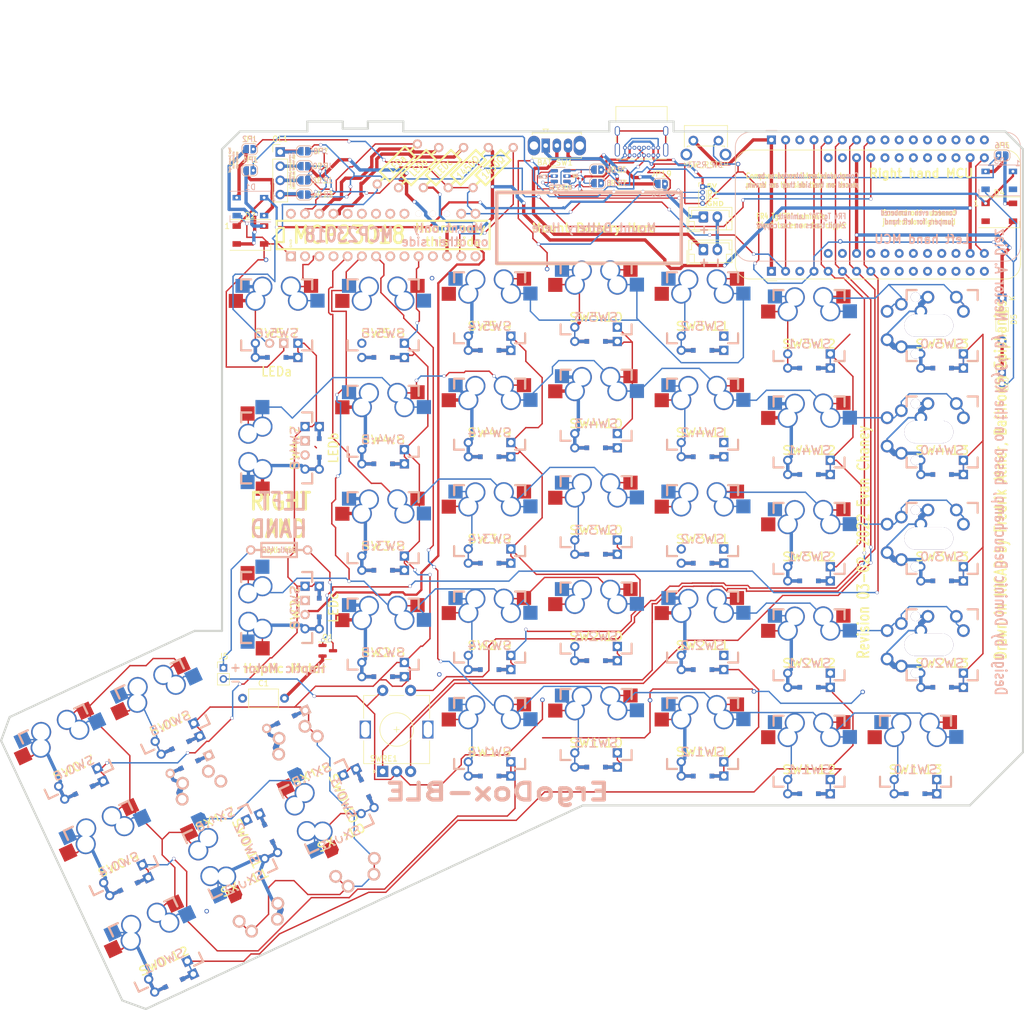
<source format=kicad_pcb>
(kicad_pcb (version 20211014) (generator pcbnew)
  (layers (0 "F.Cu" signal "Front") (31 "B.Cu" signal "Back") (34 "B.Paste" user) (35 "F.Paste" user) (36 "B.SilkS" user "B.Silkscreen") (37 "F.SilkS" user "F.Silkscreen") (38 "B.Mask" user) (39 "F.Mask" user) (44 "Edge.Cuts" user))
  (net 0 "")
  (net 1 "/COL0")
  (net 2 "/COL1")
  (net 3 "/COL4")
  (net 4 "/COL5")
  (net 5 "/COL6")
  (net 6 "/LED_A")
  (net 7 "/LED_B")
  (net 8 "/LED_C")
  (net 9 "/ROW0")
  (net 10 "/ROW1")
  (net 11 "/ROW2")
  (net 12 "/ROW3")
  (net 13 "/ROW4")
  (net 14 "/ROW5")
  (net 15 "GND")
  (net 16 "VCC")
  (net 17 "Net-(D1:7-Pad1)")
  (net 18 "Net-(D1:8-Pad1)")
  (net 19 "Net-(LED_A1-Pad1)")
  (net 20 "Net-(LED_B1-Pad1)")
  (net 21 "Net-(LED_C1-Pad1)")
  (net 22 "Net-(SW0:7-Pad2)")
  (net 23 "Net-(SW0:8-Pad2)")
  (net 24 "Net-(SW0:9-Pad2)")
  (net 25 "Net-(SW0:10-Pad2)")
  (net 26 "Net-(SW0:11-Pad2)")
  (net 27 "Net-(SW0:12-Pad2)")
  (net 28 "Net-(SW1:9-Pad2)")
  (net 29 "Net-(SW1:10-Pad2)")
  (net 30 "Net-(SW1:11-Pad2)")
  (net 31 "Net-(SW1:12-Pad2)")
  (net 32 "Net-(SW1:13-Pad2)")
  (net 33 "Net-(SW2:7-Pad2)")
  (net 34 "Net-(SW2:8-Pad2)")
  (net 35 "Net-(SW2:9-Pad2)")
  (net 36 "Net-(SW2:10-Pad2)")
  (net 37 "Net-(SW2:11-Pad2)")
  (net 38 "Net-(SW2:12-Pad2)")
  (net 39 "Net-(SW2:13-Pad2)")
  (net 40 "Net-(SW3:8-Pad2)")
  (net 41 "Net-(SW3:9-Pad2)")
  (net 42 "Net-(SW3:10-Pad2)")
  (net 43 "Net-(SW3:11-Pad2)")
  (net 44 "Net-(SW3:12-Pad2)")
  (net 45 "Net-(SW3:13-Pad2)")
  (net 46 "Net-(SW4:7-Pad2)")
  (net 47 "Net-(SW4:8-Pad2)")
  (net 48 "Net-(SW4:9-Pad2)")
  (net 49 "Net-(SW4:10-Pad2)")
  (net 50 "Net-(SW4:11-Pad2)")
  (net 51 "Net-(SW4:12-Pad2)")
  (net 52 "Net-(SW4:13-Pad2)")
  (net 53 "Net-(SW5:7-Pad2)")
  (net 54 "Net-(SW5:8-Pad2)")
  (net 55 "Net-(SW5:9-Pad2)")
  (net 56 "Net-(J5-Pad1)")
  (net 57 "Net-(SW5:11-Pad2)")
  (net 58 "Net-(SW5:12-Pad2)")
  (net 59 "Net-(SW5:13-Pad2)")
  (net 60 "/Reset_SW")
  (net 61 "+3V3")
  (net 66 "/EncoderPin1")
  (net 69 "/EncoderPin2")
  (net 70 "/EncoderClick")
  (net 71 "/Haptic_motor")
  (net 85 "/D_IN+")
  (net 86 "+5V")
  (net 87 "Net-(D1-Pad2)")
  (net 88 "/SDA")
  (net 89 "/SCL")
  (net 90 "/COL3")
  (net 91 "/COL2")
  (net 92 "/Underglow DIN")
  (net 93 "Net-(D1-Pad4)")
  (net 94 "Net-(D2-Pad4)")
  (net 97 "/D_IN-")
  (net 101 "/D+")
  (net 103 "unconnected-(P1-PadS1)")
  (net 104 "/OLED_P1")
  (net 105 "/OLED_P2")
  (net 106 "/OLED_P3")
  (net 107 "/OLED_P4")
  (net 108 "Net-(BAT_SW1-Pad3)")
  (net 109 "/D-")
  (net 128 "Net-(D2-Pad2)")
  (net 129 "Net-(D3-Pad4)")
  (net 130 "/WirelessCharger")
  (net 131 "Net-(D4-Pad4)")
  (net 132 "Net-(JP3-Pad2)")
  (net 133 "Net-(D5-Pad2)")
  (net 134 "Net-(BAT_SW1-Pad1)")
  (net 135 "Net-(J2-Pad2)")
  (net 136 "Net-(BAT_SW1-Pad2)")
  (net 137 "/D_IN_RIGHT+")
  (net 138 "/D_IN_RIGHT-")
  (net 139 "Net-(J3-Pad1)")
  (net 140 "Net-(Q1-Pad3)")
  (net 141 "Net-(C1-Pad2)")
  (net 142 "Net-(SW5:10-Pad2)")
  (footprint "ErgoDOX pcb:MX_FLIP_DIODE_HOTSWAP" (layer "F.Cu") (at 186.69 143.20266)
    (fp_text reference "SW1:13")
    (fp_text value "SW1:0")
  )
  (footprint "ErgoDOX pcb:MX_FLIP_DIODE_HOTSWAP" (layer "F.Cu") (at 129.54 138.43)
    (fp_text reference "SW1:10")
    (fp_text value "SW1:3")
  )
  (footprint "ErgoDOX pcb:MX_FLIP_DIODE_HOTSWAP" (layer "F.Cu") (at 110.49 140.02766)
    (fp_text reference "SW1:9")
    (fp_text value "SW1:4")
  )
  (footprint "ErgoDOX pcb:MX_FLIP_XX" (layer "F.Cu") (at 191.4525 124.15266)
    (fp_text reference "SW2:13")
    (fp_text value "SW2:0")
  )
  (footprint "ErgoDOX pcb:MX_FLIP_DIODE_HOTSWAP" (layer "F.Cu") (at 129.54 119.38)
    (fp_text reference "SW2:10")
    (fp_text value "SW2:3")
  )
  (footprint "ErgoDOX pcb:MX_FLIP_DIODE_HOTSWAP" (layer "F.Cu") (at 110.49 120.97766)
    (fp_text reference "SW2:9")
    (fp_text value "SW2:4")
  )
  (footprint "ErgoDOX pcb:MX_FLIP_DIODE_HOTSWAP" (layer "F.Cu") (at 72.39 117.48516 90)
    (fp_text reference "SW2:7")
    (fp_text value "SW2:6")
  )
  (footprint "ErgoDOX pcb:MX_FLIP_XX" (layer "F.Cu") (at 191.4525 105.10266)
    (fp_text reference "SW3:13")
    (fp_text value "SW3:0")
  )
  (footprint "ErgoDOX pcb:MX_FLIP_DIODE_HOTSWAP" (layer "F.Cu") (at 148.59 101.92766)
    (fp_text reference "SW3:11")
    (fp_text value "SW3:2")
  )
  (footprint "ErgoDOX pcb:MX_FLIP_DIODE_HOTSWAP" (layer "F.Cu") (at 129.54 100.33)
    (fp_text reference "SW3:10")
    (fp_text value "SW3:3")
  )
  (footprint "ErgoDOX pcb:MX_FLIP_DIODE_HOTSWAP" (layer "F.Cu") (at 110.49 101.92766)
    (fp_text reference "SW3:9")
    (fp_text value "SW3:4")
  )
  (footprint "ErgoDOX pcb:MX_FLIP_DIODE_HOTSWAP" (layer "F.Cu") (at 91.44 103.19766)
    (fp_text reference "SW3:8")
    (fp_text value "SW3:5")
  )
  (footprint "ErgoDOX pcb:MX_FLIP_XX" (layer "F.Cu") (at 191.4525 86.05266)
    (fp_text reference "SW4:13")
    (fp_text value "SW4:0")
  )
  (footprint "ErgoDOX pcb:MX_FLIP_DIODE_HOTSWAP" (layer "F.Cu") (at 167.64 86.05266)
    (fp_text reference "SW4:12")
    (fp_text value "SW4:1")
  )
  (footprint "ErgoDOX pcb:MX_FLIP_DIODE_HOTSWAP" (layer "F.Cu") (at 148.59 82.87766)
    (fp_text reference "SW4:11")
    (fp_text value "SW4:2")
  )
  (footprint "ErgoDOX pcb:MX_FLIP_DIODE_HOTSWAP" (layer "F.Cu") (at 129.54 81.28)
    (fp_text reference "SW4:10")
    (fp_text value "SW4:3")
  )
  (footprint "ErgoDOX pcb:MX_FLIP_DIODE_HOTSWAP" (layer "F.Cu") (at 110.49 82.87766)
    (fp_text reference "SW4:9")
    (fp_text value "SW4:4")
  )
  (footprint "ErgoDOX pcb:MX_FLIP_DIODE_HOTSWAP" (layer "F.Cu") (at 91.44 84.14766)
    (fp_text reference "SW4:8")
    (fp_text value "SW4:5")
  )
  (footprint "ErgoDOX pcb:MX_FLIP_DIODE_HOTSWAP" (layer "F.Cu") (at 72.39 88.91016 90)
    (fp_text reference "SW4:7")
    (fp_text value "SW4:6")
  )
  (footprint "ErgoDOX pcb:MX_FLIP_DIODE_HOTSWAP" (layer "F.Cu") (at 81.30286 153.06548 115)
    (fp_text reference "SW0:10")
    (fp_text value "SW0:3")
  )
  (footprint "ErgoDOX pcb:MX_FLIP_DIODE_HOTSWAP" (layer "F.Cu") (at 50.8 177.8 25)
    (fp_text reference "SW0:12")
    (fp_text value "SW0:1")
  )
  (footprint "ErgoDOX pcb:MX_FLIP_DIODE_HOTSWAP" (layer "F.Cu") (at 64.03848 161.11728 115)
    (fp_text reference "SW0:11")
    (fp_text value "SW0:2")
  )
  (footprint "ErgoDOX pcb:MX_FLIP_DIODE_HOTSWAP" (layer "F.Cu") (at 42.7482 160.53308 25)
    (fp_text reference "SW0:9")
    (fp_text value "SW0:4")
  )
  (footprint "ErgoDOX pcb:MX_FLIP_DIODE_HOTSWAP" (layer "F.Cu") (at 34.69894 143.2687 25)
    (fp_text reference "SW0:7")
    (fp_text value "SW0:6")
  )
  (footprint "ErgoDOX pcb:MX_FLIP_DIODE_HOTSWAP" (layer "F.Cu") (at 148.59 140.02766)
    (fp_text reference "SW1:11")
    (fp_text value "SW1:2")
  )
  (footprint "ErgoDOX pcb:MX_FLIP_DIODE_HOTSWAP" (layer "F.Cu") (at 51.96332 135.21944 25)
    (fp_text reference "SW0:8")
    (fp_text value "SW0:5")
  )
  (footprint "MX_LED" (layer "F.Cu") (at 72.39 117.48516 90)
    (fp_text reference "LED_C1" hide)
    (fp_text value "LEDc")
  )
  (footprint "MX_LED" (layer "F.Cu") (at 72.39 88.91016 90)
    (fp_text reference "LED_B1" hide)
    (fp_text value "LEDb")
  )
  (footprint "MX_LED" (layer "F.Cu") (at 72.39 65.1002)
    (fp_text reference "LED_A1" hide)
    (fp_text value "LEDa")
  )
  (footprint "ErgoDOX pcb:RESISTOR" (layer "F.Cu") (at 102.235 38.735 -135)
    (fp_text reference "RC1" hide)
    (fp_text value "LEDc")
  )
  (footprint "ErgoDOX pcb:RESISTOR" (layer "F.Cu") (at 93.98 38.1 -135)
    (fp_text reference "RA1" hide)
    (fp_text value "LEDa")
  )
  (footprint "ErgoDOX pcb:RESISTOR" (layer "F.Cu") (at 97.79 38.735 -135)
    (fp_text reference "RB1" hide)
    (fp_text value "LEDb")
  )
  (footprint "ErgoDOX pcb:RESISTOR" (layer "F.Cu") (at 111.125 38.735 45)
    (fp_text reference "R1" hide)
    (fp_text value "1450Ω")
  )
  (footprint "ErgoDOX pcb:RESISTOR" (layer "F.Cu") (at 106.68 38.735 45)
    (fp_text reference "R2" hide)
    (fp_text value "1450Ω")
  )
  (footprint "ErgoDOX pcb:MX_FLIP_XX" (layer "F.Cu") (at 191.4525 67.0052)
    (fp_text reference "SW5:13")
    (fp_text value "SW5:0")
  )
  (footprint "ErgoDOX pcb:MX_FLIP_DIODE_HOTSWAP" (layer "F.Cu") (at 110.49 63.82766)
    (fp_text reference "SW5:9")
    (fp_text value "SW5:4")
  )
  (footprint "ErgoDOX pcb:MX_FLIP_DIODE_HOTSWAP" (layer "F.Cu") (at 129.54 62.23)
    (fp_text reference "SW5:10")
    (fp_text value "SW5:3")
  )
  (footprint "ErgoDOX pcb:MX_FLIP_DIODE_HOTSWAP" (layer "F.Cu") (at 148.59 63.82766)
    (fp_text reference "SW5:11")
    (fp_text value "SW5:2")
  )
  (footprint "ErgoDOX pcb:MX_FLIP_DIODE_HOTSWAP" (layer "F.Cu") (at 167.64 67.0052)
    (fp_text reference "SW5:12")
    (fp_text value "SW5:1")
  )
  (footprint "ErgoDOX pcb:MX_FLIP_DIODE_HOTSWAP" (layer "F.Cu") (at 91.44 65.1002)
    (fp_text reference "SW5:8")
    (fp_text value "SW5:5")
  )
  (footprint "ErgoDOX pcb:MX_FLIP_DIODE_HOTSWAP" (layer "F.Cu") (at 72.39 65.1002)
    (fp_text reference "SW5:7")
    (fp_text value "SW5:6")
  )
  (footprint "ErgoDOX pcb:MX_FLIP_DIODE_HOTSWAP" (layer "F.Cu") (at 148.59 120.97766)
    (fp_text reference "SW2:11")
    (fp_text value "SW2:2")
  )
  (footprint "ErgoDOX pcb:MX_FLIP_DIODE_HOTSWAP" (layer "F.Cu") (at 91.44 122.24766)
    (fp_text reference "SW2:8")
    (fp_text value "SW2:5")
  )
  (footprint "ErgoDOX pcb:MX_FLIP_DIODE_HOTSWAP" (layer "F.Cu") (at 167.64 105.10266)
    (fp_text reference "SW3:12")
    (fp_text value "SW3:1")
  )
  (footprint "ErgoDOX pcb:MX_FLIP_DIODE_HOTSWAP" (layer "F.Cu") (at 167.64 124.15266)
    (fp_text reference "SW2:12")
    (fp_text value "SW2:1")
  )
  (footprint "ErgoDOX pcb:MX_FLIP_DIODE_HOTSWAP" (layer "F.Cu") (at 167.64 143.20266)
    (fp_text reference "SW1:12")
    (fp_text value "SW1:1")
  )
  (footprint "MX_FLIP" (layer "F.Cu") (at 77.2795 144.43202 25)
    (fp_text reference "SX1:8")
    (fp_text value "SX1:5")
  )
  (footprint "MX_FLIP" (layer "F.Cu") (at 60.01512 152.48382 25)
    (fp_text reference "SX1:7")
    (fp_text value "SX1:6")
  )
  (footprint "MX_FLIP" (layer "F.Cu") (at 85.3313 161.69894 -155)
    (fp_text reference "SX0:10")
    (fp_text value "SX0:3")
  )
  (footprint "MX_FLIP" (layer "F.Cu") (at 68.06438 169.7482 -155)
    (fp_text reference "SX0:11")
    (fp_text value "SX0:2")
  )
  (footprint "DIODE" (layer "F.Cu") (at 74.05878 137.52576 25)
    (fp_text reference "D1:8" hide)
    (fp_text value "D" hide)
  )
  (footprint "DIODE" (layer "F.Cu") (at 56.7944 145.57756 25)
    (fp_text reference "D1:7" hide)
    (fp_text value "D" hide)
  )
  (footprint "STAB_PCB940" (layer "F.Cu") (at 64.03848 161.11728 115)
    (fp_text reference "S1" hide)
    (fp_text value "STAB200" hide)
  )
  (footprint "STAB_PCB940" (layer "F.Cu") (at 81.30286 153.06548 -65)
    (fp_text reference "S2" hide)
    (fp_text value "STAB200" hide)
  )
  (footprint "lib_footprints:STITCHING_VIA" (layer "F.Cu") (at 120.777 56.896)
    (fp_text reference "STITCHING_VIA")
    (fp_text value "~" hide)
  )
  (footprint "lib_footprints:STITCHING_VIA" (layer "F.Cu") (at 70.485 55.245)
    (fp_text reference "STITCHING_VIA")
    (fp_text value "~" hide)
  )
  (footprint "lib_footprints:STITCHING_VIA" (layer "F.Cu") (at 173.228 51.943)
    (fp_text reference "STITCHING_VIA")
    (fp_text value "~" hide)
  )
  (footprint "lib_footprints:STITCHING_VIA" (layer "F.Cu") (at 154.94 38.1)
    (fp_text reference "STITCHING_VIA")
    (fp_text value "~" hide)
  )
  (footprint "lib_footprints:STITCHING_VIA" (layer "F.Cu") (at 101.49 129.46)
    (fp_text reference "STITCHING_VIA")
    (fp_text value "~" hide)
  )
  (footprint "lib_footprints:STITCHING_VIA" (layer "F.Cu") (at 59.87 171.84)
    (fp_text reference "STITCHING_VIA")
    (fp_text value "~" hide)
  )
  (footprint "lib_footprints:STITCHING_VIA" (layer "F.Cu") (at 119.94 134)
    (fp_text reference "STITCHING_VIA")
    (fp_text value "~" hide)
  )
  (footprint "lib_footprints:STITCHING_VIA" (layer "F.Cu") (at 139.192 134.08)
    (fp_text reference "STITCHING_VIA")
    (fp_text value "~" hide)
  )
  (footprint "lib_footprints:STITCHING_VIA" (layer "F.Cu") (at 157.79 132.51)
    (fp_text reference "STITCHING_VIA")
    (fp_text value "~" hide)
  )
  (footprint "lib_footprints:STITCHING_VIA" (layer "F.Cu") (at 177.24 132.59)
    (fp_text reference "STITCHING_VIA")
    (fp_text value "~" hide)
  )
  (footprint "lib_footprints:STITCHING_VIA" (layer "F.Cu") (at 100.19 58.53)
    (fp_text reference "STITCHING_VIA")
    (fp_text value "~" hide)
  )
  (footprint "Button_Switch_THT:SW_Tactile_SPST_Angled_PTS645Vx39-2LFS" (layer "F.Cu") (at 146.939 33.909)
    (fp_text reference "SW_RST1")
    (fp_text value "SWITCH_PUSH")
  )
  (footprint "LED_SMD:LED_WS2812B_PLCC4_5.0x5.0mm_P3.2mm" (layer "F.Cu") (at 201.68439 46.736)
    (fp_text reference "D4")
    (fp_text value "WS2812B")
  )
  (footprint "Diode_THT:D_DO-35_SOD27_P7.62mm_Horizontal" (layer "F.Cu") (at 202.184 62.103 -90)
    (fp_text reference "D5")
    (fp_text value "1N4148")
  )
  (footprint "Connector_PinHeader_2.54mm:PinHeader_1x04_P2.54mm_Vertical" (layer "F.Cu") (at 73.025 35.941)
    (fp_text reference "OL1")
    (fp_text value "OLED")
  )
  (footprint "Module:Adafruit_Feather" (layer "F.Cu") (at 160.909 57.2965 90)
    (fp_text reference "A1" hide)
    (fp_text value "Adafruit_Feather_32u4_BluefruitLE" hide)
  )
  (footprint "ErgoDOX pcb:RESISTOR" (layer "F.Cu") (at 72.831476 107.188 180)
    (fp_text reference "R3" hide)
    (fp_text value "Haptic 45Ω")
  )
  (footprint "Package_TO_SOT_SMD:SOT-23" (layer "F.Cu") (at 81.534 125.222)
    (fp_text reference "Q1")
    (fp_text value "Q_NPN_BCE")
  )
  (footprint "LED_SMD:LED_WS2812B_PLCC4_5.0x5.0mm_P3.2mm" (layer "F.Cu") (at 67.691 50.8)
    (fp_text reference "D2")
    (fp_text value "WS2812B")
  )
  (footprint "Capacitor_THT:C_Axial_L5.1mm_D3.1mm_P7.50mm_Horizontal" (layer "F.Cu") (at 66.294 133.731)
    (fp_text reference "C1")
    (fp_text value "C")
  )
  (footprint "Jumper:SolderJumper-2_P1.3mm_Open_RoundedPad1.0x1.5mm" (layer "F.Cu") (at 77.343 41.021)
    (fp_text reference "JP11")
    (fp_text value "SolderJumper_2_Open")
  )
  (footprint "Jumper:SolderJumper-2_P1.3mm_Open_RoundedPad1.0x1.5mm" (layer "F.Cu") (at 67.564 39.243)
    (fp_text reference "JP3")
    (fp_text value "SolderJumper_2_Open")
  )
  (footprint "Rotary_Encoder:RotaryEncoder_Alps_EC11E-Switch_Vertical_H20mm" (layer "F.Cu") (at 91.353 146.823 90)
    (fp_text reference "SWRE1")
    (fp_text value "RotaryEncoder_Switch")
  )
  (footprint "Jumper:SolderJumper-2_P1.3mm_Open_RoundedPad1.0x1.5mm" (layer "F.Cu") (at 67.564 35.433 180)
    (fp_text reference "JP1")
    (fp_text value "SolderJumper_2_Open")
  )
  (footprint "Connector_JST:JST_EH_B2B-EH-A_1x02_P2.50mm_Vertical" (layer "F.Cu") (at 148.737 53.429)
    (fp_text reference "J2" hide)
    (fp_text value "Conn_01x02_Female")
  )
  (footprint "Jumper:SolderJumper-2_P1.3mm_Open_RoundedPad1.0x1.5mm" (layer "F.Cu") (at 129.794 41.529 180)
    (fp_text reference "JP17")
    (fp_text value "SolderJumper_2_Open")
  )
  (footprint "Battery:Battery_CR1225" (layer "F.Cu") (at 137.695 15.035)
    (fp_text reference "U3" hide)
    (fp_text value "C0720B001F")
  )
  (footprint "Connector_USB:USB_C_Receptacle_GCT_USB4085" (layer "F.Cu") (at 140.643 36.537 180)
    (fp_text reference "P1" hide)
    (fp_text value "USB_C_Plug_USB2.0")
  )
  (footprint "Connector_PinHeader_2.00mm:PinHeader_1x02_P2.00mm_Vertical" (layer "F.Cu") (at 62.865 128.286)
    (fp_text reference "J5")
    (fp_text value "Conn_01x02")
  )
  (footprint "Jumper:SolderJumper-2_P1.3mm_Open_RoundedPad1.0x1.5mm" (layer "F.Cu") (at 77.358 38.481)
    (fp_text reference "JP9")
    (fp_text value "SolderJumper_2_Open")
  )
  (footprint "Connector_PinHeader_1.00mm:PinHeader_1x04_P1.00mm_Vertical" (layer "F.Cu") (at 148.59 42.164)
    (fp_text reference "J1" hide)
    (fp_text value "Conn_01x04")
  )
  (footprint "Jumper:SolderJumper-2_P1.3mm_Open_RoundedPad1.0x1.5mm" (layer "F.Cu") (at 77.343 35.814)
    (fp_text reference "JP7")
    (fp_text value "SolderJumper_2_Open")
  )
  (footprint "Package_TO_SOT_SMD:SOT-23-6" (layer "F.Cu") (at 123.19 40.259)
    (fp_text reference "U_ESD1")
    (fp_text value "USBLC6-2SC6")
  )
  (footprint "ErgoDOX pcb:DIP28_300" (layer "F.Cu") (at 91.44 50.8)
    (fp_text reference "U1" hide)
    (fp_text value "MCP23018")
  )
  (footprint "Connector_PinHeader_2.00mm:PinHeader_1x02_P2.00mm_Vertical" (layer "F.Cu") (at 202.184 75.438)
    (fp_text reference "J4")
    (fp_text value "Conn_01x02")
  )
  (footprint "Jumper:SolderJumper-2_P1.3mm_Open_RoundedPad1.0x1.5mm" (layer "F.Cu") (at 77.343 43.561)
    (fp_text reference "JP13")
    (fp_text value "SolderJumper_2_Open")
  )
  (footprint "Button_Switch_THT:SW_Slide_1P2T_CK_OS102011MS2Q" (layer "F.Cu") (at 120.523 34.798)
    (fp_text reference "BAT_SW1")
    (fp_text value "SW_SPST")
  )
  (footprint "Jumper:SolderJumper-2_P1.3mm_Open_RoundedPad1.0x1.5mm" (layer "F.Cu") (at 202.184 36.576)
    (fp_text reference "JP5")
    (fp_text value "SolderJumper_2_Open")
  )
  (footprint "Jumper:SolderJumper-2_P1.3mm_Open_RoundedPad1.0x1.5mm" (layer "F.Cu") (at 129.794 39.116 180)
    (fp_text reference "JP15")
    (fp_text value "SolderJumper_2_Open")
  )
  (footprint "Jumper:SolderJumper-2_P1.3mm_Open_RoundedPad1.0x1.5mm" (layer "F.Cu") (at 141.224 41.656)
    (fp_text reference "JP19")
    (fp_text value "SolderJumper_2_Open")
  )
  (footprint "Connector_JST:JST_EH_B2B-EH-A_1x02_P2.50mm_Vertical" (layer "F.Cu") (at 148.737 47.579)
    (fp_text reference "J3" hide)
    (fp_text value "Conn_01x02_Female")
  )
  (footprint "Jumper:SolderJumper-2_P1.3mm_Open_RoundedPad1.0x1.5mm" (layer "B.Cu") (at 77.343 38.481)
    (fp_text reference "JP10")
    (fp_text value "SolderJumper_2_Open")
  )
  (footprint "Jumper:SolderJumper-2_P1.3mm_Open_RoundedPad1.0x1.5mm" (layer "B.Cu") (at 67.564 39.243)
    (fp_text reference "JP4")
    (fp_text value "SolderJumper_2_Open")
  )
  (footprint "ErgoDOX pcb:RESISTOR" (layer "B.Cu") (at 72.831476 107.188 180)
    (fp_text reference "R3" hide)
    (fp_text value "Haptic 45Ω")
  )
  (footprint "LED_SMD:LED_WS2812B_PLCC4_5.0x5.0mm_P3.2mm" (layer "B.Cu") (at 201.676 41.021 180)
    (fp_text reference "D3")
    (fp_text value "WS2812B")
  )
  (footprint "Jumper:SolderJumper-2_P1.3mm_Open_RoundedPad1.0x1.5mm" (layer "B.Cu") (at 77.343 35.814)
    (fp_text reference "JP8")
    (fp_text value "SolderJumper_2_Open")
  )
  (footprint "Jumper:SolderJumper-2_P1.3mm_Open_RoundedPad1.0x1.5mm" (layer "B.Cu") (at 129.794 41.529 180)
    (fp_text reference "JP18")
    (fp_text value "SolderJumper_2_Open")
  )
  (footprint "Module:Adafruit_Feather" (layer "B.Cu") (at 160.909 33.782 -90)
    (fp_text reference "A2" hide)
    (fp_text value "Adafruit_Feather_32u4_BluefruitLE")
  )
  (footprint "Jumper:SolderJumper-2_P1.3mm_Open_RoundedPad1.0x1.5mm" (layer "B.Cu") (at 67.564 35.433 180)
    (fp_text reference "JP2")
    (fp_text value "SolderJumper_2_Open")
  )
  (footprint "Jumper:SolderJumper-2_P1.3mm_Open_RoundedPad1.0x1.5mm" (layer "B.Cu") (at 129.794 39.116 180)
    (fp_text reference "JP16")
    (fp_text value "SolderJumper_2_Open")
  )
  (footprint "Package_TO_SOT_SMD:SOT-23-6" (layer "B.Cu") (at 123.19 40.259)
    (fp_text reference "U_ESD2")
    (fp_text value "USBLC6-2SC6")
  )
  (footprint "Jumper:SolderJumper-2_P1.3mm_Open_RoundedPad1.0x1.5mm" (layer "B.Cu") (at 202.184 36.576)
    (fp_text reference "JP6")
    (fp_text value "SolderJumper_2_Open")
  )
  (footprint "LED_SMD:LED_WS2812B_PLCC4_5.0x5.0mm_P3.2mm" (layer "B.Cu") (at 67.691 45.72 180)
    (fp_text reference "D1")
    (fp_text value "WS2812B")
  )
  (footprint "Jumper:SolderJumper-2_P1.3mm_Open_RoundedPad1.0x1.5mm" (layer "B.Cu") (at 77.343 43.561)
    (fp_text reference "JP14")
    (fp_text value "SolderJumper_2_Open")
  )
  (footprint "Jumper:SolderJumper-2_P1.3mm_Open_RoundedPad1.0x1.5mm" (layer "B.Cu") (at 141.224 41.656)
    (fp_text reference "JP20")
    (fp_text value "SolderJumper_2_Open")
  )
  (footprint "Jumper:SolderJumper-2_P1.3mm_Open_RoundedPad1.0x1.5mm" (layer "B.Cu") (at 77.343 41.021)
    (fp_text reference "JP12")
    (fp_text value "SolderJumper_2_Open")
  )
  (gr_poly (pts (xy 111.76 55.88) (xy 111.76 43.18) (xy 144.78 43.18) (xy 144.78 55.88)) (layer "B.SilkS") (width 0.6096) (fill none))
  (gr_line (start 144.78 43.18) (end 144.78 55.88) (layer "F.SilkS") (width 0.6096))
  (gr_line (start 111.76 43.18) (end 144.78 43.18) (layer "F.SilkS") (width 0.6096))
  (gr_line (start 144.78 55.88) (end 111.76 55.88) (layer "F.SilkS") (width 0.6096))
  (gr_line (start 111.76 55.88) (end 111.76 43.18) (layer "F.SilkS") (width 0.6096))
  (gr_poly (pts (xy 144.78 55.88) (xy 144.78 43.18) (xy 111.76 43.18) (xy 111.76 55.88)) (layer "F.SilkS") (width 0.6096) (fill none))
  (gr_line (start 95.0468 30.48) (end 88.7095 30.48) (layer "Edge.Cuts") (width 0.381))
  (gr_line (start 143.4084 30.48) (end 131.9022 30.48) (layer "Edge.Cuts") (width 0.381))
  (gr_line (start 62.611 121.666) (end 57.7088 121.666) (layer "Edge.Cuts") (width 0.381))
  (gr_line (start 77.8764 32.258) (end 65.8114 32.258) (layer "Edge.Cuts") (width 0.381))
  (gr_line (start 196.3928 152.908) (end 205.9178 143.383) (layer "Edge.Cuts") (width 0.381))
  (gr_line (start 24.61768 137.0965) (end 23.08098 141.31544) (layer "Edge.Cuts") (width 0.381))
  (gr_line (start 44.76496 187.81776) (end 48.9839 189.35192) (layer "Edge.Cuts") (width 0.381))
  (gr_line (start 131.9022 30.48) (end 131.9022 32.258) (layer "Edge.Cuts") (width 0.381))
  (gr_line (start 88.7095 31.75) (end 84.2137 31.75) (layer "Edge.Cuts") (width 0.381))
  (gr_line (start 202.7428 32.258) (end 143.4084 32.258) (layer "Edge.Cuts") (width 0.381))
  (gr_line (start 23.08098 141.31544) (end 44.76496 187.81776) (layer "Edge.Cuts") (width 0.381))
  (gr_line (start 65.8114 32.258) (end 62.611 35.433) (layer "Edge.Cuts") (width 0.381))
  (gr_line (start 84.2137 30.48) (end 77.8764 30.48) (layer "Edge.Cuts") (width 0.381))
  (gr_line (start 62.611 35.433) (end 62.611 121.666) (layer "Edge.Cuts") (width 0.381))
  (gr_line (start 95.0468 32.258) (end 95.0468 30.48) (layer "Edge.Cuts") (width 0.381))
  (gr_line (start 143.4084 32.258) (end 143.4084 30.48) (layer "Edge.Cuts") (width 0.381))
  (gr_line (start 84.2137 31.75) (end 84.2137 30.48) (layer "Edge.Cuts") (width 0.381))
  (gr_line (start 77.8764 30.48) (end 77.8764 32.258) (layer "Edge.Cuts") (width 0.381))
  (gr_line (start 205.9178 35.433) (end 202.7428 32.258) (layer "Edge.Cuts") (width 0.381))
  (gr_line (start 88.7095 30.48) (end 88.7095 31.75) (layer "Edge.Cuts") (width 0.381))
  (gr_line (start 127.1524 152.908) (end 196.3928 152.908) (layer "Edge.Cuts") (width 0.381))
  (gr_line (start 205.9178 143.383) (end 205.9178 35.433) (layer "Edge.Cuts") (width 0.381))
  (gr_line (start 48.9839 189.35192) (end 127.1524 152.908) (layer "Edge.Cuts") (width 0.381))
  (gr_line (start 57.7088 121.666) (end 24.61768 137.0965) (layer "Edge.Cuts") (width 0.381))
  (gr_line (start 131.9022 32.258) (end 95.0468 32.258) (layer "Edge.Cuts") (width 0.381))
  (gr_text "+\n-" (at 65.024 129.413) (layer "B.SilkS") (effects (font (size 1.524 1.524) (thickness 0.3048)) (justify mirror)))
  (gr_text "5V" (at 125.847543 40.245133) (layer "B.SilkS") (effects (font (size 0.6 0.6)) (justify mirror)))
  (gr_text "Left hand MCU" (at 187.833 51.562) (layer "B.SilkS") (effects (font (size 1.524 1.524) (thickness 0.3048)) (justify mirror)))
  (gr_text "These jumpers light \nunderglow on \nopposite side" (at 64.643 37.465 90) (layer "B.SilkS") (effects (font (size 0.4 0.3) (thickness 0.075)) (justify mirror)))
  (gr_text "+\n-" (at 149.987 49.889 90) (layer "B.SilkS") (effects (font (size 1.524 1.524) (thickness 0.3048)) (justify mirror)))
  (gr_text "FR4 Tg170° Laminate\n24mil traces on 1oz copper " (at 174.371 48.26) (layer "B.SilkS") (effects (font (size 1 0.75) (thickness 0.1875)) (justify left mirror)))
  (gr_text "Connect even numbered\njumpers for left hand" (at 187.296268 47.597333) (layer "B.SilkS") (effects (font (size 1 0.75) (thickness 0.1875)) (justify mirror)))
  (gr_text "GND" (at 120.001133 40.381448) (layer "B.SilkS") (effects (font (size 0.6 0.6)) (justify mirror)))
  (gr_text "Mount Battery Here" (at 129.159 49.53) (layer "B.SilkS") (effects (font (size 1.524 1.524) (thickness 0.3048)) (justify mirror)))
  (gr_text "Mount only \non other side" (at 102.489 50.8) (layer "B.SilkS") (effects (font (size 1.524 1.524) (thickness 0.3048)) (justify mirror)))
  (gr_text "Haptic Motor" (at 73.787 128.397) (layer "B.SilkS") (effects (font (size 1.524 1.524) (thickness 0.3048)) (justify mirror)))
  (gr_text "Design by Dominic Beauchamp, based on the Key64 by  Nestor A. Diaz" (at 201.93 91.44 270) (layer "B.SilkS") (effects (font (size 2.032 1.524) (thickness 0.3048)) (justify mirror)))
  (gr_text "ErgoDox-BLE" (at 111.887 150.495) (layer "B.SilkS") (effects (font (size 3 4) (thickness 0.75)) (justify mirror)))
  (gr_text "Connect these jumpers if \nOLED mounted on this side" (at 75.057 39.116 90) (layer "B.SilkS") (effects (font (size 0.4 0.3) (thickness 0.075)) (justify mirror)))
  (gr_text "Components are intended to be\nplaced on the side they are drawn." (at 176.657 41.021) (layer "B.SilkS") (effects (font (size 1 0.75) (thickness 0.1875)) (justify left mirror)))
  (gr_text "LEFT\nHAND" (at 78.105 100.965) (layer "B.SilkS") (effects (font (size 3.048 2.54) (thickness 0.508)) (justify left mirror)))
  (gr_text "+\n-" (at 149.987 55.753 90) (layer "B.SilkS") (effects (font (size 1.524 1.524) (thickness 0.3048)) (justify mirror)))
  (gr_text "Components are intended to be\nplaced on the side they are drawn." (at 156.21 41.021) (layer "F.SilkS") (effects (font (size 1 0.75) (thickness 0.1875)) (justify left)))
  (gr_text "Connect these jumpers if \nOLED mounted on this side" (at 75.184 39.497 90) (layer "F.SilkS") (effects (font (size 0.4 0.3) (thickness 0.075))))
  (gr_text "GND" (at 74.93 52.324 90) (layer "F.SilkS") (effects (font (size 0.36 0.5) (thickness 0.09))))
  (gr_text "+\n-" (at 65.024 129.413) (layer "F.SilkS") (effects (font (size 1.524 1.524) (thickness 0.3048))))
  (gr_text "+\n-" (at 149.987 49.889 90) (layer "F.SilkS") (effects (font (size 1.524 1.524) (thickness 0.3048))))
  (gr_text "GND" (at 120.015 40.386) (layer "F.SilkS") (effects (font (size 0.6 0.6))))
  (gr_text "Mount Battery Here" (at 129.159 49.53) (layer "F.SilkS") (effects (font (size 1.524 1.524) (thickness 0.3048))))
  (gr_text "Haptic Motor" (at 73.787 128.397) (layer "F.SilkS") (effects (font (size 1.524 1.524) (thickness 0.3048))))
  (gr_text "Connect odd numbered\njumpers for right hand" (at 187.325 47.625) (layer "F.SilkS") (effects (font (size 1 0.75) (thickness 0.1875))))
  (gr_text "5V" (at 125.857 40.259) (layer "F.SilkS") (effects (font (size 0.6 0.6))))
  (gr_text "GND" (at 150.876 45.212) (layer "F.SilkS") (effects (font (size 0.75 1) (thickness 0.1875))))
  (gr_text "D-" (at 150.495 44.196) (layer "F.SilkS") (effects (font (size 0.75 1) (thickness 0.1875))))
  (gr_text "D+" (at 150.495 43.18) (layer "F.SilkS") (effects (font (size 0.75 1) (thickness 0.1875))))
  (gr_text "Revision 03-02-2022 Evan Chaney" (at 177.36 126.86 90) (layer "F.SilkS") (effects (font (size 2.032 1.524) (thickness 0.3048)) (justify left)))
  (gr_text "Right hand MCU" (at 187.706 39.751) (layer "F.SilkS") (effects (font (size 1.524 1.524) (thickness 0.3048))))
  (gr_text "RIGHT\nHAND" (at 67.31 100.965) (layer "F.SilkS") (effects (font (size 3.048 2.54) (thickness 0.508)) (justify left)))
  (gr_text "Mount only \nthis side" (at 104.013 50.8) (layer "F.SilkS") (effects (font (size 1.524 1.524) (thickness 0.3048))))
  (gr_text "Drawn in KiCAD by Fredrik Atmer, Bathroom Epiphanies" (at 201.93 127 90) (layer "F.SilkS") (effects (font (size 2.032 1.524) (thickness 0.3048)) (justify left)))
  (gr_text "These jumpers light \nunderglow on \nopposite side" (at 64.643 37.338 90) (layer "F.SilkS") (effects (font (size 0.4 0.3) (thickness 0.075))))
  (gr_text "FR4 Tg170° Laminate\n24mil traces on 1oz copper " (at 158.115 48.26) (layer "F.SilkS") (effects (font (size 1 0.75) (thickness 0.1875)) (justify left)))
  (gr_text "5V" (at 150.241 42.037) (layer "F.SilkS") (effects (font (size 0.75 1) (thickness 0.1875))))
  (gr_text "+\n-" (at 149.987 55.753 90) (layer "F.SilkS") (effects (font (size 1.524 1.524) (thickness 0.3048))))
  (segment (start 198.755 125.74016) (end 198.755 106.69016) (width 0.254) (layer "F.Cu") (net 1))
  (segment (start 198.755 106.69016) (end 198.755 87.64016) (width 0.254) (layer "F.Cu") (net 1))
  (segment (start 195.2625 129.23266) (end 198.755 125.74016) (width 0.254) (layer "F.Cu") (net 1))
  (segment (start 195.2625 91.13266) (end 198.755 87.64016) (width 0.254) (layer "F.Cu") (net 1))
  (segment (start 198.755 68.5927) (end 198.755 87.64016) (width 0.254) (layer "F.Cu") (net 1))
  (segment (start 195.2625 110.18266) (end 195.2625 112.72266) (width 0.254) (layer "F.Cu") (net 1))
  (segment (start 195.2625 110.18266) (end 198.755 106.69016) (width 0.254) (layer "F.Cu") (net 1))
  (segment (start 195.2625 72.0852) (end 195.2625 74.6252) (width 0.254) (layer "F.Cu") (net 1))
  (segment (start 195.2625 129.23266) (end 195.2625 131.77266) (width 0.254) (layer "F.Cu") (net 1))
  (segment (start 195.2625 91.13266) (end 195.2625 93.67266) (width 0.254) (layer "F.Cu") (net 1))
  (segment (start 195.2625 72.0852) (end 198.755 68.5927) (width 0.254) (layer "F.Cu") (net 1))
  (segment (start 190.5 148.28266) (end 190.5 150.82266) (width 0.254) (layer "F.Cu") (net 1))
  (segment (start 195.2625 91.13266) (end 195.2625 93.67266) (width 0.254) (layer "B.Cu") (net 1))
  (segment (start 195.2625 129.23266) (end 195.2625 131.77266) (width 0.254) (layer "B.Cu") (net 1))
  (segment (start 195.2625 110.18266) (end 195.2625 112.72266) (width 0.254) (layer "B.Cu") (net 1))
  (segment (start 190.5 148.28266) (end 190.5 150.82266) (width 0.254) (layer "B.Cu") (net 1))
  (segment (start 195.2625 72.0852) (end 195.2625 74.6252) (width 0.254) (layer "B.Cu") (net 1))
  (segment (start 171.45 72.0852) (end 175.4968 76.132) (width 0.254) (layer "F.Cu") (net 2))
  (segment (start 171.45 91.13266) (end 171.45 93.67266) (width 0.254) (layer "F.Cu") (net 2))
  (segment (start 176.987699 95.590859) (end 172.5295 91.13266) (width 0.254) (layer "F.Cu") (net 2))
  (segment (start 169.99458 146.37258) (end 173.36008 146.37258) (width 0.254) (layer "F.Cu") (net 2))
  (segment (start 175.4968 87.0122) (end 171.45 91.059) (width 0.254) (layer "F.Cu") (net 2))
  (segment (start 175.4968 136.3808) (end 171.831 132.715) (width 0.254) (layer "F.Cu") (net 2))
  (segment (start 171.45 129.23266) (end 171.45 131.77266) (width 0.254) (layer "F.Cu") (net 2))
  (segment (start 120.3325 150.495) (end 157.7975 150.495) (width 0.254) (layer "F.Cu") (net 2))
  (segment (start 91.925256 168.452301) (end 104.802557 155.575) (width 0.254) (layer "F.Cu") (net 2))
  (segment (start 115.2525 155.575) (end 120.3325 150.495) (width 0.254) (layer "F.Cu") (net 2))
  (segment (start 175.4968 142.162375) (end 175.4968 136.3808) (width 0.254) (layer "F.Cu") (net 2))
  (segment (start 171.286595 146.37258) (end 175.4968 142.162375) (width 0.254) (layer "F.Cu") (net 2))
  (segment (start 67.795256 179.501301) (end 69.307456 179.501301) (width 0.254) (layer "F.Cu") (net 2))
  (segment (start 172.5295 91.13266) (end 171.45 91.13266) (width 0.254) (layer "F.Cu") (net 2))
  (segment (start 171.45 91.059) (end 171.45 91.13266) (width 0.254) (layer "F.Cu") (net 2))
  (segment (start 72.911822 175.896935) (end 88.877936 168.452301) (width 0.254) (layer "F.Cu") (net 2))
  (segment (start 176.860699 105.851461) (end 176.860699 102.511745) (width 0.254) (layer "F.Cu") (net 2))
  (segment (start 161.91992 146.37258) (end 169.99458 146.37258) (width 0.254) (layer "F.Cu") (net 2))
  (segment (start 176.987699 102.384745) (end 176.987699 95.590859) (width 0.254) (layer "F.Cu") (net 2))
  (segment (start 169.99458 146.37258) (end 171.286595 146.37258) (width 0.254) (layer "F.Cu") (net 2))
  (segment (start 172.5295 110.18266) (end 176.860699 105.851461) (width 0.254) (layer "F.Cu") (net 2))
  (segment (start 56.4007 180.79466) (end 66.501897 180.79466) (width 0.254) (layer "F.Cu") (net 2))
  (segment (start 104.802557 155.575) (end 115.2525 155.575) (width 0.254) (layer "F.Cu") (net 2))
  (segment (start 88.877936 168.452301) (end 91.925256 168.452301) (width 0.254) (layer "F.Cu") (net 2))
  (segment (start 171.45 110.18266) (end 171.45 112.72266) (width 0.254) (layer "F.Cu") (net 2))
  (segment (start 69.307456 179.501301) (end 72.911822 175.896935) (width 0.254) (layer "F.Cu") (net 2))
  (segment (start 176.860699 102.511745) (end 176.987699 102.384745) (width 0.254) (layer "F.Cu") (net 2))
  (segment (start 174.9425 68.58) (end 171.45 72.0725) (width 0.254) (layer "F.Cu") (net 2))
  (segment (start 157.7975 150.495) (end 161.91992 146.37258) (width 0.254) (layer "F.Cu") (net 2))
  (segment (start 175.4968 76.132) (end 175.4968 87.0122) (width 0.254) (layer "F.Cu") (net 2))
  (segment (start 66.501897 180.79466) (end 67.795256 179.501301) (width 0.254) (layer "F.Cu") (net 2))
  (segment (start 171.45 110.18266) (end 172.5295 110.18266) (width 0.254) (layer "F.Cu") (net 2))
  (segment (start 171.45 148.28266) (end 171.45 150.82266) (width 0.254) (layer "F.Cu") (net 2))
  (segment (start 171.45 148.28266) (end 173.36008 146.37258) (width 0.254) (layer "F.Cu") (net 2))
  (segment (start 171.45 72.0725) (end 171.45 74.6252) (width 0.254) (layer "F.Cu") (net 2))
  (segment (start 171.45 91.13266) (end 171.45 93.67266) (width 0.254) (layer "B.Cu") (net 2))
  (segment (start 57.47258 183.0959) (end 56.4007 180.79466) (width 0.254) (layer "B.Cu") (net 2))
  (segment (start 171.45 110.18266) (end 171.45 112.72266) (width 0.254) (layer "B.Cu") (net 2))
  (segment (start 171.45 148.28266) (end 171.45 150.82266) (width 0.254) (layer "B.Cu") (net 2))
  (segment (start 171.45 129.23266) (end 171.45 131.77266) (width 0.254) (layer "B.Cu") (net 2))
  (segment (start 171.45 72.0852) (end 171.45 74.6252) (width 0.254) (layer "B.Cu") (net 2))
  (segment (start 48.348133 163.526948) (end 49.421584 164.600399) (width 0.254) (layer "F.Cu") (net 3))
  (segment (start 135.847901 118.871386) (end 135.847901 119.888614) (width 0.254) (layer "F.Cu") (net 3))
  (segment (start 114.3 127.311971) (end 114.942845 127.954816) (width 0.254) (layer "F.Cu") (net 3))
  (segment (start 119.888 101.41966) (end 119.888 93.54566) (width 0.254) (layer "F.Cu") (net 3))
  (segment (start 135.847901 119.888614) (end 133.985614 121.750901) (width 0.254) (layer "F.Cu") (net 3))
  (segment (start 114.3 145.10766) (end 114.3 146.91156) (width 0.254) (layer "F.Cu") (net 3))
  (segment (start 115.004029 89.916) (end 114.942844 89.854815) (width 0.254) (layer "F.Cu") (net 3))
  (segment (start 56.291793 173.468124) (end 56.291793 164.749793) (width 0.254) (layer "F.Cu") (net 3))
  (segment (start 61.766669 178.943) (end 56.291793 173.468124) (width 0.254) (layer "F.Cu") (net 3))
  (segment (start 137.3968 112.4982) (end 137.3968 117.322487) (width 0.254) (layer "F.Cu") (net 3))
  (segment (start 114.3 107.00766) (end 118.832239 111.539899) (width 0.254) (layer "F.Cu") (net 3))
  (segment (start 114.3 68.90766) (end 116.970421 71.578081) (width 0.254) (layer "F.Cu") (net 3))
  (segment (start 114.3 145.10766) (end 115.0366 145.84426) (width 0.254) (layer "F.Cu") (net 3))
  (segment (start 119.888 76.327) (end 119.888 84.582) (width 0.254) (layer "F.Cu") (net 3))
  (segment (start 114.3 108.261971) (end 114.942845 108.904816) (width 0.254) (layer "F.Cu") (net 3))
  (segment (start 78.6012 169.418) (end 69.0762 178.943) (width 0.254) (layer "F.Cu") (net 3))
  (segment (start 115.0366 145.84426) (end 115.0366 153.4414) (width 0.254) (layer "F.Cu") (net 3))
  (segment (start 115.91417 89.57183) (end 115.57 89.916) (width 0.254) (layer "F.Cu") (net 3))
  (segment (start 85.361717 169.418) (end 78.6012 169.418) (width 0.254) (layer "F.Cu") (net 3))
  (segment (start 114.3 107.00766) (end 119.888 101.41966) (width 0.254) (layer "F.Cu") (net 3))
  (segment (start 136.438499 111.539899) (end 137.3968 112.4982) (width 0.254) (layer "F.Cu") (net 3))
  (segment (start 119.182761 85.287239) (end 116.970421 85.287239) (width 0.254) (layer "F.Cu") (net 3))
  (segment (start 56.291793 164.749793) (end 53.975 162.433) (width 0.254) (layer "F.Cu") (net 3))
  (segment (start 119.888 84.582) (end 119.182761 85.287239) (width 0.254) (layer "F.Cu") (net 3))
  (segment (start 115.57 89.916) (end 115.004029 89.916) (width 0.254) (layer "F.Cu") (net 3))
  (segment (start 86.885717 167.894) (end 85.361717 169.418) (width 0.254) (layer "F.Cu") (net 3))
  (segment (start 97.2185 162.3695) (end 97.155 162.433) (width 0.254) (layer "F.Cu") (net 3))
  (segment (start 91.694 167.894) (end 86.885717 167.894) (width 0.254) (layer "F.Cu") (net 3))
  (segment (start 114.3 107.00766) (end 114.3 108.261971) (width 0.254) (layer "F.Cu") (net 3))
  (segment (start 116.970421 73.409421) (end 119.888 76.327) (width 0.254) (layer "F.Cu") (net 3))
  (segment (start 49.421584 164.600399) (end 49.421584 165.045629) (width 0.254) (layer "F.Cu") (net 3))
  (segment (start 116.970421 85.287239) (end 114.3 87.95766) (width 0.254) (layer "F.Cu") (net 3))
  (segment (start 114.3 87.95766) (end 115.91417 89.57183) (width 0.254) (layer "F.Cu") (net 3))
  (segment (start 117.309322 121.750901) (end 116.970421 121.412) (width 0.254) (layer "F.Cu") (net 3))
  (segment (start 104.775 154.813) (end 97.2185 162.3695) (width 0.254) (layer "F.Cu") (net 3))
  (segment (start 114.3 126.05766) (end 114.3 127.311971) (width 0.254) (layer "F.Cu") (net 3))
  (segment (start 133.985614 121.750901) (end 117.309322 121.750901) (width 0.254) (layer "F.Cu") (net 3))
  (segment (start 97.2185 162.3695) (end 91.694 167.894) (width 0.254) (layer "F.Cu") (net 3))
  (segment (start 113.665 154.813) (end 104.775 154.813) (width 0.254) (layer "F.Cu") (net 3))
  (segment (start 119.888 93.54566) (end 115.91417 89.57183) (width 0.254) (layer "F.Cu") (net 3))
  (segment (start 115.0366 153.4414) (end 113.665 154.813) (width 0.254) (layer "F.Cu") (net 3))
  (segment (start 69.0762 178.943) (end 61.766669 178.943) (width 0.254) (layer "F.Cu") (net 3))
  (segment (start 118.832239 111.539899) (end 136.438499 111.539899) (width 0.254) (layer "F.Cu") (net 3))
  (segment (start 116.970421 71.578081) (end 116.970421 73.409421) (width 0.254) (layer "F.Cu") (net 3))
  (segment (start 137.3968 117.322487) (end 135.847901 118.871386) (width 0.254) (layer "F.Cu") (net 3))
  (via (at 116.970421 121.412) (size 0.6096) (drill 0.508) (layers "F.Cu" "B.Cu") (net 3))
  (via (at 53.975 162.433) (size 0.6096) (drill 0.508) (layers "F.Cu" "B.Cu") (net 3))
  (segment (start 48.348133 163.526948) (end 52.881052 163.526948) (width 0.254) (layer "B.Cu") (net 3))
  (segment (start 114.3 68.90766) (end 114.3 70.161971) (width 0.254) (layer "B.Cu") (net 3))
  (segment (start 52.881052 163.526948) (end 53.975 162.433) (width 0.254) (layer "B.Cu") (net 3))
  (segment (start 116.970421 121.412) (end 116.970421 123.387239) (width 0.254) (layer "B.Cu") (net 3))
  (segment (start 116.970421 123.387239) (end 114.3 126.05766) (width 0.254) (layer "B.Cu") (net 3))
  (segment (start 114.3 70.161971) (end 114.942845 70.804816) (width 0.254) (layer "B.Cu") (net 3))
  (segment (start 70.938503 172.39645) (end 67.909259 175.425694) (width 0.254) (layer "F.Cu") (net 4))
  (segment (start 78.105 138.084147) (end 78.105 136.525) (width 0.254) (layer "F.Cu") (net 4))
  (segment (start 84.717015 167.376434) (end 85.176179 167.376434) (width 0.254) (layer "F.Cu") (net 4))
  (segment (start 89.857783 165.151973) (end 89.780223 165.229533) (width 0.254) (layer "F.Cu") (net 4))
  (segment (start 67.450095 175.425694) (end 67.909259 175.425694) (width 0.254) (layer "F.Cu") (net 4))
  (segment (start 83.692914 168.859699) (end 77.977584 168.859699) (width 0.254) (layer "F.Cu") (net 4))
  (segment (start 89.857783 162.390786) (end 89.857783 165.151973) (width 0.254) (layer "F.Cu") (net 4))
  (segment (start 85.176179 167.376434) (end 83.692914 168.859699) (width 0.254) (layer "F.Cu") (net 4))
  (segment (start 77.977584 168.859699) (end 75.491283 166.373398) (width 0.254) (layer "F.Cu") (net 4))
  (segment (start 97.920421 64.520126) (end 97.920421 66.163579) (width 0.254) (layer "F.Cu") (net 4))
  (segment (start 97.920421 66.163579) (end 97.536 66.548) (width 0.254) (layer "F.Cu") (net 4))
  (segment (start 97.409 56.902776) (end 97.409 64.008705) (width 0.254) (layer "F.Cu") (net 4))
  (segment (start 75.614218 135.304218) (end 79.346436 131.572) (width 0.254) (layer "F.Cu") (net 4))
  (segment (start 57.563253 138.213308) (end 60.472343 135.304218) (width 0.254) (layer "F.Cu") (net 4))
  (segment (start 77.893785 138.754526) (end 77.434621 138.754526) (width 0.254) (layer "F.Cu") (net 4))
  (segment (start 89.662 131.572) (end 90.805 130.429) (width 0.254) (layer "F.Cu") (net 4))
  (segment (start 98.171 124.40666) (end 95.25 127.32766) (width 0.254) (layer "F.Cu") (net 4))
  (segment (start 97.0534 71.9836) (end 95.25 70.1802) (width 0.254) (layer "F.Cu") (net 4))
  (segment (start 95.25 90.481971) (end 95.892845 91.124816) (width 0.254) (layer "F.Cu") (net 4))
  (segment (start 60.472343 135.304218) (end 75.614218 135.304218) (width 0.254) (layer "F.Cu") (net 4))
  (segment (start 96.15912 72.343631) (end 95.892844 72.077355) (width 0.254) (layer "F.Cu") (net 4))
  (segment (start 97.79 54.61) (end 97.79 56.521776) (width 0.254) (layer "F.Cu") (net 4))
  (segment (start 97.409 64.008705) (end 97.920421 64.520126) (width 0.254) (layer "F.Cu") (net 4))
  (segment (start 97.0534 71.9836) (end 96.693369 72.343631) (width 0.254) (layer "F.Cu") (net 4))
  (segment (start 75.491283 166.373398) (end 72.15981 166.373398) (width 0.254) (layer "F.Cu") (net 4))
  (segment (start 95.25 89.22766) (end 99.441 85.03666) (width 0.254) (layer "F.Cu") (net 4))
  (segment (start 96.266 130.302) (end 96.101349 130.302) (width 0.254) (layer "F.Cu") (net 4))
  (segment (start 95.25 108.839) (end 97.155 110.744) (width 0.254) (layer "F.Cu") (net 4))
  (segment (start 95.25 89.22766) (end 95.25 90.481971) (width 0.254) (layer "F.Cu") (net 4))
  (segment (start 97.920421 105.607239) (end 95.25 108.27766) (width 0.254) (layer "F.Cu") (net 4))
  (segment (start 79.659082 140.519823) (end 77.893785 138.754526) (width 0.254) (layer "F.Cu") (net 4))
  (segment (start 98.47834 124.40666) (end 99.822 123.063) (width 0.254) (layer "F.Cu") (net 4))
  (segment (start 96.693369 72.343631) (end 96.15912 72.343631) (width 0.254) (layer "F.Cu") (net 4))
  (segment (start 90.805 130.429) (end 93.90634 127.32766) (width 0.254) (layer "F.Cu") (net 4))
  (segment (start 90.805 130.429) (end 91.948 130.429) (width 0.254) (layer "F.Cu") (net 4))
  (segment (start 93.90634 127.32766) (end 95.25 127.32766) (width 0.254) (layer "F.Cu") (net 4))
  (segment (start 93.091 131.572) (end 94.831349 131.572) (width 0.254) (layer "F.Cu") (net 4))
  (segment (start 99.441 85.03666) (end 99.441 74.3712) (width 0.254) (layer "F.Cu") (net 4))
  (segment (start 97.79 56.521776) (end 97.409 56.902776) (width 0.254) (layer "F.Cu") (net 4))
  (segment (start 70.938503 167.594705) (end 70.938503 172.39645) (width 0.254) (layer "F.Cu") (net 4))
  (segment (start 95.25 89.22766) (end 97.920421 91.898081) (width 0.254) (layer "F.Cu") (net 4))
  (segment (start 98.171 124.40666) (end 98.47834 124.40666) (width 0.254) (layer "F.Cu") (net 4))
  (segment (start 75.614218 135.304218) (end 76.671729 135.304218) (width 0.254) (layer "F.Cu") (net 4))
  (segment (start 94.831349 131.572) (end 95.892845 130.510504) (width 0.254) (layer "F.Cu") (net 4))
  (segment (start 96.266 128.34366) (end 96.266 130.302) (width 0.254) (layer "F.Cu") (net 4))
  (segment (start 95.25 108.27766) (end 95.25 109.531971) (width 0.254) (layer "F.Cu") (net 4))
  (segment (start 79.346436 131.572) (end 89.662 131.572) (width 0.254) (layer "F.Cu") (net 4))
  (segment (start 95.25 127.32766) (end 96.266 128.34366) (width 0.254) (layer "F.Cu") (net 4))
  (segment (start 91.948 130.429) (end 93.091 131.572) (width 0.254) (layer "F.Cu") (net 4))
  (segment (start 65.684798 173.660397) (end 67.450095 175.425694) (width 0.254) (layer "F.Cu") (net 4))
  (segment (start 97.920421 91.898081) (end 97.920421 105.607239) (width 0.254) (layer "F.Cu") (net 4))
  (segment (start 72.15981 166.373398) (end 70.938503 167.594705) (width 0.254) (layer "F.Cu") (net 4))
  (segment (start 99.822 123.063) (end 99.822 111.633) (width 0.254) (layer "F.Cu") (net 4))
  (segment (start 77.434621 138.754526) (end 78.105 138.084147) (width 0.254) (layer "F.Cu") (net 4))
  (segment (start 82.951718 165.611137) (end 84.717015 167.376434) (width 0.254) (layer "F.Cu") (net 4))
  (segment (start 96.101349 130.302) (end 95.892844 130.510505) (width 0.254) (layer "F.Cu") (net 4))
  (segment (start 57.563253 138.213308) (end 58.947643 139.597698) (width 0.254) (layer "F.Cu") (net 4))
  (segment (start 95.25 109.531971) (end 95.892845 110.174816) (width 0.254) (layer "F.Cu") (net 4))
  (segment (start 99.441 74.3712) (end 97.0534 71.9836) (width 0.254) (layer "F.Cu") (net 4))
  (via (at 97.155 110.744) (size 0.6096) (drill 0.508) (layers "F.Cu" "B.Cu") (net 4))
  (via (at 99.822 111.6129) (size 0.6096) (drill 0.508) (layers "F.Cu" "B.Cu") (net 4))
  (via (at 97.536 66.548) (size 0.6096) (drill 0.508) (layers "F.Cu" "B.Cu") (net 4))
  (segment (start 81.915 144.392187) (end 81.915 150.324659) (width 0.254) (layer "B.Cu") (net 4))
  (segment (start 99.822 111.61768) (end 99.822 111.6129) (width 0.254) (layer "B.Cu") (net 4))
  (segment (start 96.9645 110.9345) (end 97.64768 111.61768) (width 0.254) (layer "B.Cu") (net 4))
  (segment (start 85.176179 167.376434) (end 87.633322 167.376434) (width 0.254) (layer "B.Cu") (net 4))
  (segment (start 79.659082 142.136269) (end 81.915 144.392187) (width 0.254) (layer "B.Cu") (net 4))
  (segment (start 97.64768 111.61768) (end 99.822 111.61768) (width 0.254) (layer "B.Cu") (net 4))
  (segment (start 81.915 150.324659) (end 86.259779 154.669438) (width 0.254) (layer "B.Cu") (net 4))
  (segment (start 97.536 67.8942) (end 95.25 70.1802) (width 0.254) (layer "B.Cu") (net 4))
  (segment (start 86.259779 158.792782) (end 89.857783 162.390786) (width 0.254) (layer "B.Cu") (net 4))
  (segment (start 86.259779 154.669438) (end 86.259779 158.792782) (width 0.254) (layer "B.Cu") (net 4))
  (segment (start 97.155 110.744) (end 96.9645 110.9345) (width 0.254) (layer "B.Cu") (net 4))
  (segment (start 79.659082 140.519823) (end 79.659082 142.136269) (width 0.254) (layer "B.Cu") (net 4))
  (segment (start 97.536 66.548) (end 97.536 67.8942) (width 0.254) (layer "B.Cu") (net 4))
  (segment (start 87.633322 167.376434) (end 89.780223 165.229533) (width 0.254) (layer "B.Cu") (net 4))
  (segment (start 60.247433 141.428567) (end 59.866433 141.428567) (width 0.254) (layer "F.Cu") (net 5))
  (segment (start 40.298873 146.262568) (end 41.683263 147.646958) (width 0.254) (layer "F.Cu") (net 5))
  (segment (start 74.414689 108.655811) (end 75.565 107.5055) (width 0.254) (layer "F.Cu") (net 5))
  (segment (start 77.47 113.67516) (end 78.724311 113.67516) (width 0.254) (layer "F.Cu") (net 5))
  (segment (start 77.47 113.67516) (end 76.0445 113.67516) (width 0.254) (layer "F.Cu") (net 5))
  (segment (start 65.786 131.191) (end 66.548 131.191) (width 0.254) (layer "F.Cu") (net 5))
  (segment (start 76.040189 113.670849) (end 74.414689 112.045349) (width 0.254) (layer "F.Cu") (net 5))
  (segment (start 75.565 87.00516) (end 77.47 85.10016) (width 0.254) (layer "F.Cu") (net 5))
  (segment (start 75.565 107.5055) (end 75.565 87.00516) (width 0.254) (layer "F.Cu") (net 5))
  (segment (start 71.521311 126.491471) (end 76.040189 121.972593) (width 0.254) (layer "F.Cu") (net 5))
  (segment (start 76.2 71.67917) (end 76.720515 72.199685) (width 0.254) (layer "F.Cu") (net 5))
  (segment (start 79.489485 72.390185) (end 79.489485 84.579645) (width 0.254) (layer "F.Cu") (net 5))
  (segment (start 76.0445 113.67516) (end 76.040189 113.670849) (width 0.254) (layer "F.Cu") (net 5))
  (segment (start 74.414689 112.045349) (end 74.414689 108.655811) (width 0.254) (layer "F.Cu") (net 5))
  (segment (start 64.389 137.287) (end 60.247433 141.428567) (width 0.254) (layer "F.Cu") (net 5))
  (segment (start 41.062432 146.262568) (end 42.037 145.288) (width 0.254) (layer "F.Cu") (net 5))
  (segment (start 77.2795 70.1802) (end 79.489485 72.390185) (width 0.254) (layer "F.Cu") (net 5))
  (segment (start 76.2 70.1802) (end 77.2795 70.1802) (width 0.254) (layer "F.Cu") (net 5))
  (segment (start 78.724311 113.67516) (end 79.367156 113.032315) (width 0.254) (layer "F.Cu") (net 5))
  (segment (start 76.2 70.1802) (end 76.2 71.67917) (width 0.254) (layer "F.Cu") (net 5))
  (segment (start 66.548 131.191) (end 71.247529 126.491471) (width 0.254) (layer "F.Cu") (net 5))
  (segment (start 71.247529 126.491471) (end 71.521311 126.491471) (width 0.254) (layer "F.Cu") (net 5))
  (segment (start 59.866433 141.428567) (end 57.805761 143.489239) (width 0.254) (layer "F.Cu") (net 5))
  (segment (start 78.724311 85.10016) (end 79.367156 84.457315) (width 0.254) (layer "F.Cu") (net 5))
  (segment (start 76.040189 121.972593) (end 76.040189 113.670849) (width 0.254) (layer "F.Cu") (net 5))
  (segment (start 77.47 85.10016) (end 78.724311 85.10016) (width 0.254) (layer "F.Cu") (net 5))
  (segment (start 57.805761 143.489239) (end 56.463701 143.489239) (width 0.254) (layer "F.Cu") (net 5))
  (via (at 56.463701 143.489239) (size 0.6096) (drill 0.508) (layers "F.Cu" "B.Cu") (net 5))
  (via (at 64.389 137.287) (size 0.6096) (drill 0.508) (layers "F.Cu" "B.Cu") (net 5))
  (via (at 42.037 145.288) (size 0.6096) (drill 0.508) (layers "F.Cu" "B.Cu") (net 5))
  (via (at 65.786 131.191) (size 0.6096) (drill 0.508) (layers "F.Cu" "B.Cu") (net 5))
  (segment (start 64.516 137.16) (end 64.389 137.287) (width 0.254) (layer "B.Cu") (net 5))
  (segment (start 65.786 131.191) (end 64.516 132.461) (width 0.254) (layer "B.Cu") (net 5))
  (segment (start 64.516 132.461) (end 64.516 137.16) (width 0.254) (layer "B.Cu") (net 5))
  (segment (start 42.037 145.288) (end 54.66494 145.288) (width 0.254) (layer "B.Cu") (net 5))
  (segment (start 54.66494 145.288) (end 56.463701 143.489239) (width 0.254) (layer "B.Cu") (net 5))
  (segment (start 83.049311 41.020787) (end 85.462098 38.608) (width 0.254) (layer "F.Cu") (net 6))
  (segment (start 90.035724 34.507898) (end 97.572102 34.507898) (width 0.254) (layer "F.Cu") (net 6))
  (segment (start 83.049311 42.97778) (end 83.049311 41.020787) (width 0.254) (layer "F.Cu") (net 6))
  (segment (start 77.47 46.121111) (end 78.784988 46.121111) (width 0.254) (layer "F.Cu") (net 6))
  (segment (start 82.516778 43.510313) (end 83.049311 42.97778) (width 0.254) (layer "F.Cu") (net 6))
  (segment (start 80.441687 43.510313) (end 82.516778 43.510313) (width 0.254) (layer "F.Cu") (net 6))
  (segment (start 85.462098 38.608) (end 85.935622 38.608) (width 0.254) (layer "F.Cu") (net 6))
  (segment (start 79.39671 44.55529) (end 80.441687 43.510313) (width 0.254) (layer "F.Cu") (net 6))
  (segment (start 79.39671 45.509389) (end 79.39671 44.55529) (width 0.254) (layer "F.Cu") (net 6))
  (segment (start 77.47 46.99) (end 77.47 46.121111) (width 0.254) (layer "F.Cu") (net 6))
  (segment (start 78.784988 46.121111) (end 79.39671 45.509389) (width 0.254) (layer "F.Cu") (net 6))
  (segment (start 85.935622 38.608) (end 90.035724 34.507898) (width 0.254) (layer "F.Cu") (net 6))
  (segment (start 83.65079 44.414633) (end 82.585367 44.414633) (width 0.6) (layer "F.Cu") (net 7))
  (segment (start 87.312733 40.64) (end 84.709 40.64) (width 0.6) (layer "F.Cu") (net 7))
  (segment (start 96.454363 35.412218) (end 90.825782 35.412218) (width 0.6) (layer "F.Cu") (net 7))
  (segment (start 84.709 40.64) (end 83.986339 41.362661) (width 0.6) (layer "F.Cu") (net 7))
  (segment (start 90.825782 35.412218) (end 89.408 36.83) (width 0.6) (layer "F.Cu") (net 7))
  (segment (start 101.382102 35.142898) (end 100.587291 35.937709) (width 0.6) (layer "F.Cu") (net 7))
  (segment (start 100.587291 35.937709) (end 96.979854 35.937709) (width 0.6) (layer "F.Cu") (net 7))
  (segment (start 89.344733 38.608) (end 87.312733 40.64) (width 0.6) (layer "F.Cu") (net 7))
  (segment (start 82.585367 44.414633) (end 80.01 46.99) (width 0.6) (layer "F.Cu") (net 7))
  (segment (start 96.979854 35.937709) (end 96.454363 35.412218) (width 0.6) (layer "F.Cu") (net 7))
  (segment (start 89.408 38.608) (end 89.344733 38.608) (width 0.6) (layer "F.Cu") (net 7))
  (segment (start 83.986339 41.362661) (end 83.986339 44.079084) (width 0.6) (layer "F.Cu") (net 7))
  (segment (start 89.408 36.83) (end 89.408 38.608) (width 0.6) (layer "F.Cu") (net 7))
  (segment (start 83.986339 44.079084) (end 83.65079 44.414633) (width 0.6) (layer "F.Cu") (net 7))
  (segment (start 84.47671 45.509389) (end 85.935611 45.509389) (width 0.6) (layer "F.Cu") (net 8))
  (segment (start 96.605273 36.842029) (end 104.127971 36.842029) (width 0.6) (layer "F.Cu") (net 8))
  (segment (start 82.55 46.99) (end 83.609389 46.99) (width 0.6) (layer "F.Cu") (net 8))
  (segment (start 104.127971 36.842029) (end 105.827102 35.142898) (width 0.6) (layer "F.Cu") (net 8))
  (segment (start 96.079781 36.316538) (end 96.605273 36.842029) (width 0.6) (layer "F.Cu") (net 8))
  (segment (start 85.935611 45.509389) (end 87.685661 43.759339) (width 0.6) (layer "F.Cu") (net 8))
  (segment (start 83.609389 46.99) (end 83.609389 46.37671) (width 0.6) (layer "F.Cu") (net 8))
  (segment (start 87.750581 41.54432) (end 90.31232 38.982581) (width 0.6) (layer "F.Cu") (net 8))
  (segment (start 87.482889 43.556567) (end 87.482889 41.54432) (width 0.6) (layer "F.Cu") (net 8))
  (segment (start 90.31232 38.982581) (end 90.31232 37.204582) (width 0.6) (layer "F.Cu") (net 8))
  (segment (start 87.482889 41.54432) (end 87.750581 41.54432) (width 0.6) (layer "F.Cu") (net 8))
  (segment (start 91.200364 36.316538) (end 96.079781 36.316538) (width 0.6) (layer "F.Cu") (net 8))
  (segment (start 87.685661 43.759339) (end 87.482889 43.556567) (width 0.6) (layer "F.Cu") (net 8))
  (segment (start 83.609389 46.37671) (end 84.47671 45.509389) (width 0.6) (layer "F.Cu") (net 8))
  (segment (start 90.31232 37.204582) (end 91.200364 36.316538) (width 0.6) (layer "F.Cu") (net 8))
  (segment (start 56.726577 159.32775) (end 58.360986 160.962159) (width 0.254) (layer "F.Cu") (net 9))
  (segment (start 49.022 127.889) (end 46.142915 127.889) (width 0.254) (layer "F.Cu") (net 9))
  (segment (start 55.339498 127.907537) (end 53.75285 127.907537) (width 0.254) (layer "F.Cu") (net 9))
  (segment (start 44.53773 153.221177) (end 42.903321 154.855586) (width 0.254) (layer "F.Cu") (net 9))
  (segment (start 56.726577 157.741102) (end 56.726577 159.32775) (width 0.254) (layer "F.Cu") (net 9))
  (segment (start 46.124378 153.221177) (end 51.907201 159.004) (width 0.254) (layer "F.Cu") (net 9))
  (segment (start 53.75285 127.907537) (end 52.118441 129.541946) (width 0.254) (layer "F.Cu") (net 9))
  (segment (start 51.907201 159.004) (end 51.907201 161.762201) (width 0.254) (layer "F.Cu") (net 9))
  (segment (start 46.142915 127.889) (end 38.075118 135.956797) (width 0.254) (layer "F.Cu") (net 9))
  (segment (start 73.990957 151.27595) (end 75.625366 152.910359) (width 0.254) (layer "F.Cu") (net 9))
  (segment (start 36.48847 135.956797) (end 34.854061 137.591206) (width 0.254) (layer "F.Cu") (net 9))
  (segment (start 54.176178 164.031178) (end 54.176178 170.488097) (width 0.254) (layer "F.Cu") (net 9))
  (segment (start 53.170099 157.741102) (end 56.726577 157.741102) (width 0.254) (layer "F.Cu") (net 9))
  (segment (start 54.176178 170.488097) (end 52.58953 170.488097) (width 0.254) (layer "F.Cu") (net 9))
  (segment (start 38.075118 135.956797) (end 36.48847 135.956797) (width 0.254) (layer "F.Cu") (net 9))
  (segment (start 50.292 126.619) (end 49.022 127.889) (width 0.254) (layer "F.Cu") (net 9))
  (segment (start 51.907201 159.004) (end 53.170099 157.741102) (width 0.254) (layer "F.Cu") (net 9))
  (segment (start 46.124378 153.221177) (end 44.53773 153.221177) (width 0.254) (layer "F.Cu") (net 9))
  (segment (start 52.118441 129.541946) (end 53.883738 131.307243) (width 0.254) (layer "F.Cu") (net 9))
  (segment (start 51.907201 161.762201) (end 54.176178 164.031178) (width 0.254) (layer "F.Cu") (net 9))
  (segment (start 54.050961 126.619) (end 50.292 126.619) (width 0.254) (layer "F.Cu") (net 9))
  (segment (start 35.313225 137.591206) (end 37.078522 139.356503) (width 0.254) (layer "F.Cu") (net 9))
  (segment (start 73.990957 149.689302) (end 73.990957 151.27595) (width 0.254) (layer "F.Cu") (net 9))
  (segment (start 38.075118 135.956797) (end 46.124378 144.006057) (width 0.254) (layer "F.Cu") (net 9))
  (segment (start 52.58953 170.488097) (end 50.955121 172.122506) (width 0.254) (layer "F.Cu") (net 9))
  (segment (start 55.339498 127.907537) (end 54.050961 126.619) (width 0.254) (layer "F.Cu") (net 9))
  (segment (start 46.124378 144.006057) (end 46.124378 153.221177) (width 0.254) (layer "F.Cu") (net 9))
  (segment (start 56.33837 172.403802) (end 54.663583 172.403802) (width 0.254) (layer "B.Cu") (net 9))
  (segment (start 54.663583 172.403802) (end 53.179582 173.887803) (width 0.254) (layer "B.Cu") (net 9))
  (segment (start 75.906662 149.201897) (end 77.390663 150.685898) (width 0.254) (layer "B.Cu") (net 9))
  (segment (start 54.342902 131.307243) (end 55.826903 129.823242) (width 0.254) (layer "B.Cu") (net 9))
  (segment (start 75.906662 147.52711) (end 75.906662 149.201897) (width 0.254) (layer "B.Cu") (net 9))
  (segment (start 58.935857 155.285335) (end 64.297665 155.285335) (width 0.254) (layer "B.Cu") (net 9))
  (segment (start 58.642282 157.253697) (end 60.126283 158.737698) (width 0.254) (layer "B.Cu") (net 9))
  (segment (start 46.611783 155.136882) (end 45.127782 156.620883) (width 0.254) (layer "B.Cu") (net 9))
  (segment (start 71.115281 148.467719) (end 74.966053 148.467719) (width 0.254) (layer "B.Cu") (net 9))
  (segment (start 55.826903 129.823242) (end 57.50169 129.823242) (width 0.254) (layer "B.Cu") (net 9))
  (segment (start 58.642282 155.57891) (end 58.935857 155.285335) (width 0.254) (layer "B.Cu") (net 9))
  (segment (start 64.297665 155.285335) (end 71.115281 148.467719) (width 0.254) (layer "B.Cu") (net 9))
  (segment (start 58.642282 155.57891) (end 58.642282 157.253697) (width 0.254) (layer "B.Cu") (net 9))
  (segment (start 48.28657 155.136882) (end 46.611783 155.136882) (width 0.254) (layer "B.Cu") (net 9))
  (segment (start 40.23731 137.872502) (end 38.562523 137.872502) (width 0.254) (layer "B.Cu") (net 9))
  (segment (start 38.562523 137.872502) (end 37.078522 139.356503) (width 0.254) (layer "B.Cu") (net 9))
  (segment (start 74.966053 148.467719) (end 75.906662 147.52711) (width 0.254) (layer "B.Cu") (net 9))
  (segment (start 101.219 110.871) (end 101.219 125.603) (width 0.254) (layer "F.Cu") (net 10))
  (segment (start 100.584 110.236) (end 101.219 110.871) (width 0.254) (layer "F.Cu") (net 10))
  (segment (start 113.15 134.82766) (end 113.03 134.94766) (width 0.254) (layer "F.Cu") (net 10))
  (segment (start 151.25 134.82766) (end 151.13 134.94766) (width 0.254) (layer "F.Cu") (net 10))
  (segment (start 99.568 107.188) (end 100.406369 106.349631) (width 0.254) (layer "F.Cu") (net 10))
  (segment (start 170.3 138.00266) (end 170.18 138.12266) (width 0.254) (layer "F.Cu") (net 10))
  (segment (start 91.038889 58.551433) (end 91.571433 58.018889) (width 0.254) (layer "F.Cu") (net 10))
  (segment (start 132.2 133.23) (end 132.08 133.35) (width 0.254) (layer "F.Cu") (net 10))
  (segment (start 91.571433 58.018889) (end 91.571433 56.011433) (width 0.254) (layer "F.Cu") (net 10))
  (segment (start 173.79 138.00266) (end 170.3 138.00266) (width 0.254) (layer "F.Cu") (net 10))
  (segment (start 91.038889 61.102147) (end 91.038889 58.551433) (width 0.254) (layer "F.Cu") (net 10))
  (segment (start 135.69 133.23) (end 132.2 133.23) (width 0.254) (layer "F.Cu") (net 10))
  (segment (start 101.219 126.619) (end 101.727 127.127) (width 0.254) (layer "F.Cu") (net 10))
  (segment (start 116.64 134.82766) (end 113.15 134.82766) (width 0.254) (layer "F.Cu") (net 10))
  (segment (start 189.35 138.00266) (end 189.23 138.12266) (width 0.254) (layer "F.Cu") (net 10))
  (segment (start 95.119579 65.680274) (end 95.119579 65.182837) (width 0.254) (layer "F.Cu") (net 10))
  (segment (start 88.073622 139.7) (end 88.969311 138.804311) (width 0.254) (layer "F.Cu") (net 10))
  (segment (start 100.406369 106.349631) (end 100.406369 70.967064) (width 0.254) (layer "F.Cu") (net 10))
  (segment (start 101.219 125.603) (end 101.219 126.619) (width 0.254) (layer "F.Cu") (net 10))
  (segment (start 100.406369 70.967064) (end 95.119579 65.680274) (width 0.254) (layer "F.Cu") (net 10))
  (segment (start 91.571433 56.011433) (end 90.17 54.61) (width 0.254) (layer "F.Cu") (net 10))
  (segment (start 95.119579 65.182837) (end 91.038889 61.102147) (width 0.254) (layer "F.Cu") (net 10))
  (segment (start 192.84 138.00266) (end 189.35 138.00266) (width 0.254) (layer "F.Cu") (net 10))
  (segment (start 154.74 134.82766) (end 151.25 134.82766) (width 0.254) (layer "F.Cu") (net 10))
  (via (at 100.584 110.236) (size 0.6096) (drill 0.508) (layers "F.Cu" "B.Cu") (net 10))
  (via (at 99.568 107.188) (size 0.6096) (drill 0.508) (layers "F.Cu" "B.Cu") (net 10))
  (via (at 101.727 127.127) (size 0.6096) (drill 0.508) (layers "F.Cu" "B.Cu") (net 10))
  (segment (start 132.08 133.35) (end 130.332689 131.602689) (width 0.254) (layer "B.Cu") (net 10))
  (segment (start 153.601072 136.286588) (end 152.4 137.48766) (width 0.254) (layer "B.Cu") (net 10))
  (segment (start 175.737311 136.375349) (end 171.45 140.66266) (width 0.254) (layer "B.Cu") (net 10))
  (segment (start 151.13 134.94766) (end 148.89734 132.715) (width 0.254) (layer "B.Cu") (net 10))
  (segment (start 189.23 138.12266) (end 187.482689 136.375349) (width 0.254) (layer "B.Cu") (net 10))
  (segment (start 136.84 135.88) (end 133.36 135.88) (width 0.254) (layer "B.Cu") (net 10))
  (segment (start 170.18 138.12266) (end 168.343928 136.286588) (width 0.254) (layer "B.Cu") (net 10))
  (segment (start 117.79 137.47766) (end 114.31 137.47766) (width 0.254) (layer "B.Cu") (net 10))
  (segment (start 171.46 140.65266) (end 171.45 140.66266) (width 0.254) (layer "B.Cu") (net 10))
  (segment (start 190.5 139.39266) (end 189.23 138.12266) (width 0.254) (layer "B.Cu") (net 10))
  (segment (start 187.482689 136.375349) (end 175.737311 136.375349) (width 0.254) (layer "B.Cu") (net 10))
  (segment (start 101.727 127.127) (end 103.245582 127.127) (width 0.254) (layer "B.Cu") (net 10))
  (segment (start 148.89734 132.715) (end 136.525 132.715) (width 0.254) (layer "B.Cu") (net 10))
  (segment (start 114.31 137.47766) (end 114.3 137.48766) (width 0.254) (layer "B.Cu") (net 10))
  (segment (start 120.184971 131.602689) (end 114.3 137.48766) (width 0.254) (layer "B.Cu") (net 10))
  (segment (start 168.343928 136.286588) (end 153.601072 136.286588) (width 0.254) (layer "B.Cu") (net 10))
  (segment (start 99.568 107.188) (end 99.568 109.22) (width 0.254) (layer "B.Cu") (net 10))
  (segment (start 152.4 136.21766) (end 151.13 134.94766) (width 0.254) (layer "B.Cu") (net 10))
  (segment (start 133.36 135.88) (end 133.35 135.89) (width 0.254) (layer "B.Cu") (net 10))
  (segment (start 111.066242 134.94766) (end 113.03 134.94766) (width 0.254) (layer "B.Cu") (net 10))
  (segment (start 193.99 140.65266) (end 190.51 140.65266) (width 0.254) (layer "B.Cu") (net 10))
  (segment (start 152.41 137.47766) (end 152.4 137.48766) (width 0.254) (layer "B.Cu") (net 10))
  (segment (start 174.94 140.65266) (end 171.46 140.65266) (width 0.254) (layer "B.Cu") (net 10))
  (segment (start 130.332689 131.602689) (end 120.184971 131.602689) (width 0.254) (layer "B.Cu") (net 10))
  (segment (start 103.245582 127.127) (end 111.066242 134.94766) (width 0.254) (layer "B.Cu") (net 10))
  (segment (start 114.3 136.21766) (end 113.03 134.94766) (width 0.254) (layer "B.Cu") (net 10))
  (segment (start 171.45 139.39266) (end 170.18 138.12266) (width 0.254) (layer "B.Cu") (net 10))
  (segment (start 155.89 137.47766) (end 152.41 137.47766) (width 0.254) (layer "B.Cu") (net 10))
  (segment (start 190.51 140.65266) (end 190.5 140.66266) (width 0.254) (layer "B.Cu") (net 10))
  (segment (start 99.568 109.22) (end 100.584 110.236) (width 0.254) (layer "B.Cu") (net 10))
  (segment (start 136.525 132.715) (end 133.35 135.89) (width 0.254) (layer "B.Cu") (net 10))
  (segment (start 133.35 134.62) (end 132.08 133.35) (width 0.254) (layer "B.Cu") (net 10))
  (segment (start 151.25 115.77766) (end 151.13 115.89766) (width 0.254) (layer "F.Cu") (net 11))
  (segment (start 132.2 114.18) (end 132.08 114.3) (width 0.254) (layer "F.Cu") (net 11))
  (segment (start 84.836 60.7406) (end 82.2554 60.7406) (width 0.254) (layer "F.Cu") (net 11))
  (segment (start 85.344 110.553719) (end 82.931 108.140719) (width 0.254) (layer "F.Cu") (net 11))
  (segment (start 82.2554 64.4598) (end 84.836 64.4598) (width 0.254) (layer "F.Cu") (net 11))
  (segment (start 82.931 103.172282) (end 82.260689 102.501971) (width 0.254) (layer "F.Cu") (net 11))
  (segment (start 84.836 57.404) (end 84.836 60.7406) (width 0.254) (layer "F.Cu") (net 11))
  (segment (start 135.69 114.18) (end 132.2 114.18) (width 0.254) (layer "F.Cu") (net 11))
  (segment (start 116.64 115.77766) (end 120.31946 112.0982) (width 0.254) (layer "F.Cu") (net 11))
  (segment (start 87.63 54.61) (end 84.836 57.404) (width 0.254) (layer "F.Cu") (net 11))
  (segment (start 67.31 114.94516) (end 67.31 111.50516) (width 0.254) (layer "F.Cu") (net 11))
  (segment (start 120.31946 112.0982) (end 129.8782 112.0982) (width 0.254) (layer "F.Cu") (net 11))
  (segment (start 82.931 108.140719) (end 82.931 103.172282) (width 0.254) (layer "F.Cu") (net 11))
  (segment (start 85.344 112.776) (end 85.344 110.553719) (width 0.254) (layer "F.Cu") (net 11))
  (segment (start 82.260689 98.793349) (end 82.931 98.123038) (width 0.254) (layer "F.Cu") (net 11))
  (segment (start 113.03 115.89766) (end 115.946101 115.89766) (width 0.254) (layer "F.Cu") (net 11))
  (segment (start 84.836 77.73402) (end 83.1693 79.40072) (width 0.254) (layer "F.Cu") (net 11))
  (segment (start 82.931 98.123038) (end 82.931 94.361) (width 0.254) (layer "F.Cu") (net 11))
  (segment (start 93.98 117.16766) (end 97.42 117.16766) (width 0.254) (layer "F.Cu") (net 11))
  (segment (start 82.260689 102.501971) (end 82.260689 98.793349) (width 0.254) (layer "F.Cu") (net 11))
  (segment (start 82.2554 60.7406) (end 82.2554 64.4598) (width 0.254) (layer "F.Cu") (net 11))
  (segment (start 84.836 64.4598) (end 84.836 77.73402) (width 0.254) (layer "F.Cu") (net 11))
  (segment (start 154.74 115.77766) (end 151.25 115.77766) (width 0.254) (layer "F.Cu") (net 11))
  (segment (start 129.8782 112.0982) (end 132.08 114.3) (width 0.254) (layer "F.Cu") (net 11))
  (segment (start 82.931 94.361) (end 83.312 93.98) (width 0.254) (layer "F.Cu") (net 11))
  (via (at 83.312 93.98) (size 0.6096) (drill 0.508) (layers "F.Cu" "B.Cu") (net 11))
  (via (at 83.1693 79.40072) (size 0.6096) (drill 0.508) (layers "F.Cu" "B.Cu") (net 11))
  (via (at 85.344 112.776) (size 0.6096) (drill 0.508) (layers "F.Cu" "B.Cu") (net 11))
  (segment (start 151.13 117.16766) (end 152.4 118.43766) (width 0.254) (layer "B.Cu") (net 11))
  (segment (start 192.245189 117.325349) (end 193.9925 119.07266) (width 0.254) (layer "B.Cu") (net 11))
  (segment (start 85.344 112.776) (end 84.813349 112.245349) (width 0.254) (layer "B.Cu") (net 11))
  (segment (start 182.88 120.34266) (end 181.61 121.61266) (width 0.254) (layer "B.Cu") (net 11))
  (segment (start 136.84 116.83) (end 133.36 116.83) (width 0.254) (layer "B.Cu") (net 11))
  (segment (start 97.57283 117.38483) (end 100.807311 114.150349) (width 0.254) (layer "B.Cu") (net 11))
  (segment (start 184.15 118.729807) (end 185.554458 117.325349) (width 0.254) (layer "B.Cu") (net 11))
  (segment (start 68.58 114.94516) (end 69.85 113.67516) (width 0.254) (layer "B.Cu") (net 11))
  (segment (start 185.554458 117.325349) (end 192.245189 117.325349) (width 0.254) (layer "B.Cu") (net 11))
  (segment (start 160.010689 116.698349) (end 167.805689 116.698349) (width 0.254) (layer "B.Cu") (net 11))
  (segment (start 152.44 118.47766) (end 158.231378 118.47766) (width 0.254) (layer "B.Cu") (net 11))
  (segment (start 184.15 120.34266) (end 184.15 118.729807) (width 0.254) (layer "B.Cu") (net 11))
  (segment (start 132.08 115.57) (end 133.35 116.84) (width 0.254) (layer "B.Cu") (net 11))
  (segment (start 114.3 118.43766) (end 116.55933 116.17833) (width 0.254) (layer "B.Cu") (net 11))
  (segment (start 76.040189 112.245349) (end 73.467378 114.81816) (width 0.254) (layer "B.Cu") (net 11))
  (segment (start 95.25 119.70766) (end 97.57283 117.38483) (width 0.254) (layer "B.Cu") (net 11))
  (segment (start 170.18 120.34266) (end 171.45 121.61266) (width 0.254) (layer "B.Cu") (net 11))
  (segment (start 133.36 116.83) (end 133.35 116.84) (width 0.254) (layer "B.Cu") (net 11))
  (segment (start 84.813349 112.245349) (end 76.040189 112.245349) (width 0.254) (layer "B.Cu") (net 11))
  (segment (start 98.74 118.552) (end 97.57283 117.38483) (width 0.254) (layer "B.Cu") (net 11))
  (segment (start 117.79 117.409) (end 116.55933 116.17833) (width 0.254) (layer "B.Cu") (net 11))
  (segment (start 193.9925 120.34266) (end 195.2625 121.61266) (width 0.254) (layer "B.Cu") (net 11))
  (segment (start 184.15 120.34266) (end 182.88 120.34266) (width 0.254) (layer "B.Cu") (net 11))
  (segment (start 167.805689 116.698349) (end 170.18 119.07266) (width 0.254) (layer "B.Cu") (net 11))
  (segment (start 98.74 119.74766) (end 98.74 118.552) (width 0.254) (layer "B.Cu") (net 11))
  (segment (start 73.467378 114.81816) (end 70.993 114.81816) (width 0.254) (layer "B.Cu") (net 11))
  (segment (start 171.45 121.61266) (end 181.61 121.61266) (width 0.254) (layer "B.Cu") (net 11))
  (segment (start 88.011 112.776) (end 92.40266 117.16766) (width 0.254) (layer "B.Cu") (net 11))
  (segment (start 83.82 93.472) (end 83.82 80.801971) (width 0.254) (layer "B.Cu") (net 11))
  (segment (start 83.410689 80.801971) (end 83.1693 80.560582) (width 0.254) (layer "B.Cu") (net 11))
  (segment (start 100.807311 114.150349) (end 111.282689 114.150349) (width 0.254) (layer "B.Cu") (net 11))
  (segment (start 193.9925 119.07266) (end 193.9925 120.34266) (width 0.254) (layer "B.Cu") (net 11))
  (segment (start 83.82 80.801971) (end 83.410689 80.801971) (width 0.254) (layer "B.Cu") (net 11))
  (segment (start 83.312 93.98) (end 83.82 93.472) (width 0.254) (layer "B.Cu") (net 11))
  (segment (start 158.231378 118.47766) (end 160.010689 116.698349) (width 0.254) (layer "B.Cu") (net 11))
  (segment (start 93.98 118.43766) (end 95.25 119.70766) (width 0.254) (layer "B.Cu") (net 11))
  (segment (start 111.282689 114.150349) (end 113.03 115.89766) (width 0.254) (layer "B.Cu") (net 11))
  (segment (start 83.1693 80.560582) (end 83.1693 79.40072) (width 0.254) (layer "B.Cu") (net 11))
  (segment (start 113.03 117.16766) (end 114.3 118.43766) (width 0.254) (layer "B.Cu") (net 11))
  (segment (start 85.344 112.776) (end 88.011 112.776) (width 0.254) (layer "B.Cu") (net 11))
  (segment (start 85.344 90.043) (end 85.344 91.259751) (width 0.254) (layer "F.Cu") (net 12))
  (segment (start 91.11234 95.25) (end 93.98 98.11766) (width 0.254) (layer "F.Cu") (net 12))
  (segment (start 82.4332 57.2668) (end 82.4332 60.182299) (width 0.254) (layer "F.Cu") (net 12))
  (segment (start 151.25 96.72766) (end 151.13 96.84766) (width 0.254) (layer "F.Cu") (net 12))
  (segment (start 89.334249 95.25) (end 91.11234 95.25) (width 0.254) (layer "F.Cu") (net 12))
  (segment (start 81.697099 60.509344) (end 81.697099 64.691056) (width 0.254) (layer "F.Cu") (net 12))
  (segment (start 81.697099 64.691056) (end 82.024144 65.018101) (width 0.254) (layer "F.Cu") (net 12))
  (segment (start 82.4332 87.1322) (end 85.344 90.043) (width 0.254) (layer "F.Cu") (net 12))
  (segment (start 85.344 91.259751) (end 89.334249 95.25) (width 0.254) (layer "F.Cu") (net 12))
  (segment (start 82.4332 65.018101) (end 82.4332 87.1322) (width 0.254) (layer "F.Cu") (net 12))
  (segment (start 82.4332 60.182299) (end 82.024144 60.182299) (width 0.254) (layer "F.Cu") (net 12))
  (segment (start 170.18 100.02266) (end 173.62 100.02266) (width 0.254) (layer "F.Cu") (net 12))
  (segment (start 132.2 95.13) (end 132.08 95.25) (width 0.254) (layer "F.Cu") (net 12))
  (segment (start 82.024144 60.182299) (end 81.697099 60.509344) (width 0.254) (layer "F.Cu") (net 12))
  (segment (start 154.74 96.72766) (end 151.25 96.72766) (width 0.254) (layer "F.Cu") (net 12))
  (segment (start 135.69 95.13) (end 132.2 95.13) (width 0.254) (layer "F.Cu") (net 12))
  (segment (start 85.09 54.61) (end 82.4332 57.2668) (width 0.254) (layer "F.Cu") (net 12))
  (segment (start 82.024144 65.018101) (end 82.4332 65.018101) (width 0.254) (layer "F.Cu") (net 12))
  (segment (start 195.2625 102.56266) (end 195.2625 101.29266) (width 0.254) (layer "B.Cu") (net 12))
  (segment (start 167.005 96.84766) (end 170.18 100.02266) (width 0.254) (layer "B.Cu") (net 12))
  (segment (start 184.15 99.679807) (end 185.554458 98.275349) (width 0.254) (layer "B.Cu") (net 12))
  (segment (start 114.3 99.38766) (end 121.285 92.40266) (width 0.254) (layer "B.Cu") (net 12))
  (segment (start 113.03 98.11766) (end 114.3 99.38766) (width 0.254) (layer "B.Cu") (net 12))
  (segment (start 110.67034 94.488) (end 101.41966 94.488) (width 0.254) (layer "B.Cu") (net 12))
  (segment (start 155.89 99.37766) (end 152.41 99.37766) (width 0.254) (layer "B.Cu") (net 12))
  (segment (start 152.41 99.37766) (end 152.4 99.38766) (width 0.254) (layer "B.Cu") (net 12))
  (segment (start 133.36 97.78) (end 133.35 97.79) (width 0.254) (layer "B.Cu") (net 12))
  (segment (start 192.245189 98.275349) (end 193.9925 100.02266) (width 0.254) (layer "B.Cu") (net 12))
  (segment (start 185.554458 98.275349) (end 192.245189 98.275349) (width 0.254) (layer "B.Cu") (net 12))
  (segment (start 171.45 102.56266) (end 181.61 102.56266) (width 0.254) (layer "B.Cu") (net 12))
  (segment (start 95.25 100.65766) (end 93.98 99.38766) (width 0.254) (layer "B.Cu") (net 12))
  (segment (start 195.2625 101.29266) (end 193.9925 100.02266) (width 0.254) (layer "B.Cu") (net 12))
  (segment (start 113.03 96.84766) (end 110.67034 94.488) (width 0.254) (layer "B.Cu") (net 12))
  (segment (start 121.285 92.40266) (end 129.23266 92.40266) (width 0.254) (layer "B.Cu") (net 12))
  (segment (start 136.84 97.78) (end 133.36 97.78) (width 0.254) (layer "B.Cu") (net 12))
  (segment (start 184.15 101.29266) (end 184.15 99.679807) (width 0.254) (layer "B.Cu") (net 12))
  (segment (start 101.41966 94.488) (end 95.25 100.65766) (width 0.254) (layer "B.Cu") (net 12))
  (segment (start 129.23266 92.40266) (end 133.35 96.52) (width 0.254) (layer "B.Cu") (net 12))
  (segment (start 117.79 99.42766) (end 115.049584 99.42766) (width 0.254) (layer "B.Cu") (net 12))
  (segment (start 182.88 102.56266) (end 184.15 101.29266) (width 0.254) (layer "B.Cu") (net 12))
  (segment (start 171.45 101.29266) (end 170.18 100.02266) (width 0.254) (layer "B.Cu") (net 12))
  (segment (start 181.61 102.56266) (end 182.88 102.56266) (width 0.254) (layer "B.Cu") (net 12))
  (segment (start 151.13 96.84766) (end 167.005 96.84766) (width 0.254) (layer "B.Cu") (net 12))
  (segment (start 151.13 98.11766) (end 152.4 99.38766) (width 0.254) (layer "B.Cu") (net 12))
  (segment (start 97.409 76.835) (end 97.409 78.81666) (width 0.254) (layer "F.Cu") (net 13))
  (segment (start 103.265651 75.423349) (end 105.932651 75.423349) (width 0.254) (layer "F.Cu") (net 13))
  (segment (start 105.932651 75.423349) (end 106.172 75.184) (width 0.254) (layer "F.Cu") (net 13))
  (segment (start 113.15 77.67766) (end 113.03 77.79766) (width 0.254) (layer "F.Cu") (net 13))
  (segment (start 151.13 77.79766) (end 154.046101 77.79766) (width 0.254) (layer "F.Cu") (net 13))
  (segment (start 102.339349 76.050349) (end 102.638651 76.050349) (width 0.254) (layer "F.Cu") (net 13))
  (segment (start 170.18 80.97266) (end 173.62 80.97266) (width 0.254) (layer "F.Cu") (net 13))
  (segment (start 93.98 79.06766) (end 96.896101 79.06766) (width 0.254) (layer "F.Cu") (net 13))
  (segment (start 116.64 77.67766) (end 113.15 77.67766) (width 0.254) (layer "F.Cu") (net 13))
  (segment (start 106.172 75.184) (end 110.41634 75.184) (width 0.254) (layer "F.Cu") (net 13))
  (segment (start 102.638651 76.050349) (end 103.265651 75.423349) (width 0.254) (layer "F.Cu") (net 13))
  (segment (start 132.08 76.2) (end 134.996101 76.2) (width 0.254) (layer "F.Cu") (net 13))
  (segment (start 110.41634 75.184) (end 111.282689 76.050349) (width 0.254) (layer "F.Cu") (net 13))
  (segment (start 67.31 86.37016) (end 67.31 82.93016) (width 0.254) (layer "F.Cu") (net 13))
  (via (at 102.339349 76.050349) (size 0.6096) (drill 0.508) (layers "F.Cu" "B.Cu") (net 13))
  (via (at 97.409 76.835) (size 0.6096) (drill 0.508) (layers "F.Cu" "B.Cu") (net 13))
  (via (at 111.282689 76.050349) (size 0.6096) (drill 0.508) (layers "F.Cu" "B.Cu") (net 13))
  (segment (start 68.58 86.37016) (end 69.85 85.10016) (width 0.254) (layer "B.Cu") (net 13))
  (segment (start 122.853378 73.279) (end 129.159 73.279) (width 0.254) (layer "B.Cu") (net 13))
  (segment (start 82.45434 76.327) (end 91.23934 76.327) (width 0.254) (layer "B.Cu") (net 13))
  (segment (start 91.23934 76.327) (end 93.98 79.06766) (width 0.254) (layer "B.Cu") (net 13))
  (segment (start 185.554458 79.225349) (end 192.245189 79.225349) (width 0.254) (layer "B.Cu") (net 13))
  (segment (start 195.2625 82.24266) (end 193.9925 80.97266) (width 0.254) (layer "B.Cu") (net 13))
  (segment (start 171.45 83.51266) (end 181.61 83.51266) (width 0.254) (layer "B.Cu") (net 13))
  (segment (start 141.351 74.676) (end 148.00834 74.676) (width 0.254) (layer "B.Cu") (net 13))
  (segment (start 137.247 78.78) (end 141.351 74.676) (width 0.254) (layer "B.Cu") (net 13))
  (segment (start 69.89 81.61016) (end 73.22816 81.61016) (width 0.254) (layer "B.Cu") (net 13))
  (segment (start 113.03 79.06766) (end 114.3 80.33766) (width 0.254) (layer "B.Cu") (net 13))
  (segment (start 69.85 85.10016) (end 69.85 81.65016) (width 0.254) (layer "B.Cu") (net 13))
  (segment (start 160.010689 78.598349) (end 167.805689 78.598349) (width 0.254) (layer "B.Cu") (net 13))
  (segment (start 167.805689 78.598349) (end 170.18 80.97266) (width 0.254) (layer "B.Cu") (net 13))
  (segment (start 98.193651 76.050349) (end 102.339349 76.050349) (width 0.254) (layer "B.Cu") (net 13))
  (segment (start 75.19967 83.58167) (end 82.45434 76.327) (width 0.254) (layer "B.Cu") (net 13))
  (segment (start 117.79 80.37766) (end 117.79 79.568) (width 0.254) (layer "B.Cu") (net 13))
  (segment (start 151.13 79.06766) (end 152.4 80.33766) (width 0.254) (layer "B.Cu") (net 13))
  (segment (start 98.193651 76.050349) (end 97.409 76.835) (width 0.254) (layer "B.Cu") (net 13))
  (segment (start 93.98 80.33766) (end 95.25 81.60766) (width 0.254) (layer "B.Cu") (net 13))
  (segment (start 114.3 80.33766) (end 117.75 80.33766) (width 0.254) (layer "B.Cu") (net 13))
  (segment (start 158.231378 80.37766) (end 160.010689 78.598349) (width 0.254) (layer "B.Cu") (net 13))
  (segment (start 184.15 80.629807) (end 185.554458 79.225349) (width 0.254) (layer "B.Cu") (net 13))
  (segment (start 121.733689 75.624311) (end 121.733689 74.398689) (width 0.254) (layer "B.Cu") (net 13))
  (segment (start 133.35 78.74) (end 136.8 78.74) (width 0.254) (layer "B.Cu") (net 13))
  (segment (start 152.44 80.37766) (end 158.231378 80.37766) (width 0.254) (layer "B.Cu") (net 13))
  (segment (start 195.2625 83.51266) (end 195.2625 82.24266) (width 0.254) (layer "B.Cu") (net 13))
  (segment (start 129.159 73.279) (end 132.08 76.2) (width 0.254) (layer "B.Cu") (net 13))
  (segment (start 132.08 77.47) (end 133.35 78.74) (width 0.254) (layer "B.Cu") (net 13))
  (segment (start 170.18 82.24266) (end 171.45 83.51266) (width 0.254) (layer "B.Cu") (net 13))
  (segment (start 182.88 83.51266) (end 184.15 82.24266) (width 0.254) (layer "B.Cu") (net 13))
  (segment (start 117.79 79.568) (end 121.733689 75.624311) (width 0.254) (layer "B.Cu") (net 13))
  (segment (start 181.61 83.51266) (end 182.88 83.51266) (width 0.254) (layer "B.Cu") (net 13))
  (segment (start 95.25 81.60766) (end 98.7 81.60766) (width 0.254) (layer "B.Cu") (net 13))
  (segment (start 121.733689 74.398689) (end 122.853378 73.279) (width 0.254) (layer "B.Cu") (net 13))
  (segment (start 148.00834 74.676) (end 151.13 77.79766) (width 0.254) (layer "B.Cu") (net 13))
  (segment (start 111.282689 76.050349) (end 113.03 77.79766) (width 0.254) (layer "B.Cu") (net 13))
  (segment (start 192.245189 79.225349) (end 193.9925 80.97266) (width 0.254) (layer "B.Cu") (net 13))
  (segment (start 73.22816 81.61016) (end 75.19967 83.58167) (width 0.254) (layer "B.Cu") (net 13))
  (segment (start 184.15 82.24266) (end 184.15 80.629807) (width 0.254) (layer "B.Cu") (net 13))
  (segment (start 195.2625 63.1952) (end 195.2625 64.4652) (width 0.254) (layer "F.Cu") (net 14))
  (segment (start 113.15 58.62766) (end 113.03 58.74766) (width 0.254) (layer "F.Cu") (net 14))
  (segment (start 78.950611 55.22329) (end 78.950611 54.61) (width 0.254) (layer "F.Cu") (net 14))
  (segment (start 78.950611 54.61) (end 80.01 54.61) (width 0.254) (layer "F.Cu") (net 14))
  (segment (start 151.25 58.62766) (end 151.13 58.74766) (width 0.254) (layer "F.Cu") (net 14))
  (segment (start 78.08329 56.090611) (end 78.950611 55.22329) (width 0.254) (layer "F.Cu") (net 14))
  (segment (start 116.64 58.62766) (end 113.15 58.62766) (width 0.254) (layer "F.Cu") (net 14))
  (segment (start 132.2 57.03) (end 132.08 57.15) (width 0.254) (layer "F.Cu") (net 14))
  (segment (start 154.74 58.62766) (end 151.25 58.62766) (width 0.254) (layer "F.Cu") (net 14))
  (segment (start 77.089 56.090611) (end 78.08329 56.090611) (width 0.254) (layer "F.Cu") (net 14))
  (segment (start 77.089 58.4992) (end 77.089 56.090611) (width 0.254) (layer "F.Cu") (net 14))
  (segment (start 74.93 60.0202) (end 76.2 61.2902) (width 0.254) (layer "F.Cu") (net 14))
  (segment (start 74.93 60.0202) (end 78.37 60.0202) (width 0.254) (layer "F.Cu") (net 14))
  (segment (start 193.9925 61.9252) (end 195.2625 63.1952) (width 0.254) (layer "F.Cu") (net 14))
  (segment (start 151.13 58.74766) (end 153.08834 60.706) (width 0.254) (layer "F.Cu") (net 14))
  (segment (start 170.3 61.8052) (end 170.18 61.9252) (width 0.254) (layer "F.Cu") (net 14))
  (segment (start 78.49 59.9002) (end 77.089 58.4992) (width 0.254) (layer "F.Cu") (net 14))
  (segment (start 170.18 61.9252) (end 171.45 63.1952) (width 0.254) (layer "F.Cu") (net 14))
  (segment (start 135.69 57.03) (end 132.2 57.03) (width 0.254) (layer "F.Cu") (net 14))
  (segment (start 173.79 61.8052) (end 170.3 61.8052) (width 0.254) (layer "F.Cu") (net 14))
  (segment (start 195.2625 63.1952) (end 195.2625 64.4652) (width 0.254) (layer "B.Cu") (net 14))
  (segment (start 191.7573 59.69) (end 193.9925 61.9252) (width 0.254) (layer "B.Cu") (net 14))
  (segment (start 184.15 61.9252) (end 184.15 63.1952) (width 0.254) (layer "B.Cu") (net 14))
  (segment (start 193.9925 61.9252) (end 195.2625 63.1952) (width 0.254) (layer "B.Cu") (net 14))
  (segment (start 170.3578 62.103) (end 179.5018 62.103) (width 0.254) (layer "B.Cu") (net 14))
  (segment (start 144.78 73.66) (end 154.94 73.66) (width 0.254) (layer "B.Cu") (net 14))
  (segment (start 181.9148 59.69) (end 184.15 61.9252) (width 0.254) (layer "B.Cu") (net 14))
  (segment (start 117.79 61.27766) (end 114.31 61.27766) (width 0.254) (layer "B.Cu") (net 14))
  (segment (start 179.5018 62.103) (end 181.9148 59.69) (width 0.254) (layer "B.Cu") (net 14))
  (segment (start 152.41 61.27766) (end 152.4 61.28766) (width 0.254) (layer "B.Cu") (net 14))
  (segment (start 136.84 65.72) (end 137.16 66.04) (width 0.254) (layer "B.Cu") (net 14))
  (segment (start 76.2 62.5602) (end 79.65 62.5602) (width 0.254) (layer "B.Cu") (net 14))
  (segment (start 137.16 66.04) (end 144.78 73.66) (width 0.254) (layer "B.Cu") (net 14))
  (segment (start 181.9148 59.69) (end 191.7573 59.69) (width 0.254) (layer "B.Cu") (net 14))
  (segment (start 174.94 64.4552) (end 171.46 64.4552) (width 0.254) (layer "B.Cu") (net 14))
  (segment (start 137.16 66.04) (end 119.38 66.04) (width 0.254) (layer "B.Cu") (net 14))
  (segment (start 133.36 59.68) (end 133.35 59.69) (width 0.254) (layer "B.Cu") (net 14))
  (segment (start 114.31 61.27766) (end 114.3 61.28766) (width 0.254) (layer "B.Cu") (net 14))
  (segment (start 182.88 63.1952) (end 181.61 64.4652) (width 0.254) (layer "B.Cu") (net 14))
  (segment (start 117.79 64.45) (end 117.79 61.27766) (width 0.254) (layer "B.Cu") (net 14))
  (segment (start 171.46 64.4552) (end 171.45 64.4652) (width 0.254) (layer "B.Cu") (net 14))
  (segment (start 170.18 61.9252) (end 171.45 63.1952) (width 0.254) (layer "B.Cu") (net 14))
  (segment (start 184.15 63.1952) (end 182.88 63.1952) (width 0.254) (layer "B.Cu") (net 14))
  (segment (start 136.84 59.68) (end 136.84 65.72) (width 0.254) (layer "B.Cu") (net 14))
  (segment (start 136.84 59.68) (end 133.36 59.68) (width 0.254) (layer "B.Cu") (net 14))
  (segment (start 154.94 73.66) (end 155.89 72.71) (width 0.254) (layer "B.Cu") (net 14))
  (segment (start 155.89 72.71) (end 155.89 61.27766) (width 0.254) (layer "B.Cu") (net 14))
  (segment (start 155.89 61.27766) (end 152.41 61.27766) (width 0.254) (layer "B.Cu") (net 14))
  (segment (start 151.13 58.74766) (end 152.4 60.01766) (width 0.254) (layer "B.Cu") (net 14))
  (segment (start 119.38 66.04) (end 117.79 64.45) (width 0.254) (layer "B.Cu") (net 14))
  (segment (start 74.93 60.0202) (end 76.2 61.2902) (width 0.254) (layer "B.Cu") (net 14))
  (segment (start 70.141 54.901) (end 70.485 55.245) (width 0.254) (layer "F.Cu") (net 15))
  (segment (start 139.192 132.588) (end 139.192 134.08) (width 0.254) (layer "F.Cu") (net 15))
  (segment (start 70.141 52.4) (end 70.141 54.901) (width 0.254) (layer "F.Cu") (net 15))
  (segment (start 71.03 52.4) (end 72.72 52.4) (width 0.254) (layer "F.Cu") (net 15))
  (segment (start 89.9212 148.2548) (end 89.9212 136.547578) (width 0.254) (layer "F.Cu") (net 15))
  (segment (start 204.13439 48.59561) (end 200.66 52.07) (width 0.254) (layer "F.Cu") (net 15))
  (segment (start 88.446811 135.073189) (end 88.602811 135.073189) (width 0.254) (layer "F.Cu") (net 15))
  (segment (start 105.4227 144.586869) (end 105.4227 145.628451) (width 0.254) (layer "F.Cu") (net 15))
  (segment (start 138.557 43.18) (end 138.41438 43.03738) (width 0.254) (layer "F.Cu") (net 15))
  (segment (start 112.94364 143.85036) (end 112.90554 143.88846) (width 0.254) (layer "F.Cu") (net 15))
  (segment (start 154.83552 39.51952) (end 155.85152 39.51952) (width 0.254) (layer "F.Cu") (net 15))
  (segment (start 118.054331 37.520669) (end 115.621422 37.520669) (width 0.254) (layer "F.Cu") (net 15))
  (segment (start 77.47 87.64016) (end 78.24216 87.64016) (width 0.254) (layer "F.Cu") (net 15))
  (segment (start 119.94 134) (end 119.94 137.489) (width 0.254) (layer "F.Cu") (net 15))
  (segment (start 63.3832 60.9184) (end 63.3832 74.4322) (width 0.254) (layer "F.Cu") (net 15))
  (segment (start 138.811 39.624) (end 139.954 38.481) (width 0.254) (layer "F.Cu") (net 15))
  (segment (start 78.867 43.561) (end 79.367169 43.060831) (width 0.254) (layer "F.Cu") (net 15))
  (segment (start 139.954 38.1) (end 139.954 38.481) (width 0.254) (layer "F.Cu") (net 15))
  (segment (start 106.159209 143.85036) (end 105.4227 144.586869) (width 0.254) (layer "F.Cu") (net 15))
  (segment (start 112.90554 143.88846) (end 107.238891 143.88846) (width 0.254) (layer "F.Cu") (net 15))
  (segment (start 67.056 48.768) (end 67.056 51.213411) (width 0.254) (layer "F.Cu") (net 15))
  (segment (start 158.6436 42.3116) (end 158.6436 55.2244) (width 0.254) (layer "F.Cu") (net 15))
  (segment (start 138.811 39.624) (end 141.454622 39.624) (width 0.254) (layer "F.Cu") (net 15))
  (segment (start 139.7 132.08) (end 157.48 132.08) (width 0.254) (layer "F.Cu") (net 15))
  (segment (start 88.446811 135.073189) (end 86.723622 133.35) (width 0.254) (layer "F.Cu") (net 15))
  (segment (start 157.48 132.08) (end 157.79 132.39) (width 0.254) (layer "F.Cu") (net 15))
  (segment (start 138.218099 140.800901) (end 119.972901 140.800901) (width 0.254) (layer "F.Cu") (net 15))
  (segment (start 141.454622 39.624) (end 142.805311 40.974689) (width 0.254) (layer "F.Cu") (net 15))
  (segment (start 154.83552 39.51952) (end 154.94 39.41504) (width 0.254) (layer "F.Cu") (net 15))
  (segment (start 140.643 35.187) (end 140.643 36.537) (width 0.254) (layer "F.Cu") (net 15))
  (segment (start 115.621422 47.827578) (end 118.237 50.443156) (width 0.254) (layer "F.Cu") (net 15))
  (segment (start 139.192 134.08) (end 139.192 139.827) (width 0.254) (layer "F.Cu") (net 15))
  (segment (start 107.238891 143.88846) (end 107.200791 143.85036) (width 0.254) (layer "F.Cu") (net 15))
  (segment (start 73.66 71.4883) (end 73.66 70.1802) (width 0.254) (layer "F.Cu") (net 15))
  (segment (start 69.0566 55.245) (end 63.3832 60.9184) (width 0.254) (layer "F.Cu") (net 15))
  (segment (start 120.777 53.975) (end 118.237 51.435) (width 0.254) (layer "F.Cu") (net 15))
  (segment (start 145.542 45.212) (end 145.59 45.164) (width 0.254) (layer "F.Cu") (net 15))
  (segment (start 142.805311 40.974689) (end 142.805311 42.395849) (width 0.254) (layer "F.Cu") (net 15))
  (segment (start 139.954 38.1) (end 145.415 38.1) (width 0.254) (layer "F.Cu") (net 15))
  (segment (start 139.192 139.827) (end 138.218099 140.800901) (width 0.254) (layer "F.Cu") (net 15))
  (segment (start 120.355111 40.299889) (end 122.011611 40.299889) (width 0.254) (layer "F.Cu") (net 15))
  (segment (start 93.853 147.1866) (end 92.7848 148.2548) (width 0.254) (layer "F.Cu") (net 15))
  (segment (start 115.621422 37.520669) (end 115.621422 47.827578) (width 0.254) (layer "F.Cu") (net 15))
  (segment (start 149.19104 45.164) (end 154.83552 39.51952) (width 0.254) (layer "F.Cu") (net 15))
  (segment (start 139.446 38.1) (end 139.954 38.1) (width 0.254) (layer "F.Cu") (net 15))
  (segment (start 204.13439 48.336) (end 204.13439 48.59561) (width 0.254) (layer "F.Cu") (net 15))
  (segment (start 145.59 45.164) (end 148.59 45.164) (width 0.254) (layer "F.Cu") (net 15))
  (segment (start 157.79 132.39) (end 157.79 132.51) (width 0.254) (layer "F.Cu") (net 15))
  (segment (start 145.415 38.1) (end 145.415 45.085) (width 0.254) (layer "F.Cu") (net 15))
  (segment (start 80.899 35.814) (end 80.899 38.67134) (width 0.254) (layer "F.Cu") (net 15))
  (segment (start 89.9212 136.547578) (end 88.446811 135.073189) (width 0.254) (layer "F.Cu") (net 15))
  (segment (start 154.94 39.41504) (end 154.94 38.1) (width 0.254) (layer "F.Cu") (net 15))
  (segment (start 77.993 43.561) (end 78.867 43.561) (width 0.254) (layer "F.Cu") (net 15))
  (segment (start 139.7 132.08) (end 139.192 132.588) (width 0.254) (layer "F.Cu") (net 15))
  (segment (start 63.3832 74.4322) (end 70.7161 74.4322) (width 0.254) (layer "F.Cu") (net 15))
  (segment (start 107.200791 143.85036) (end 106.159209 143.85036) (width 0.254) (layer "F.Cu") (net 15))
  (segment (start 88.602811 135.073189) (end 91.353 132.323) (width 0.254) (layer "F.Cu") (net 15))
  (segment (start 142.805311 42.395849) (end 142.02116 43.18) (width 0.254) (layer "F.Cu") (net 15))
  (segment (start 138.41438 43.03738) (end 137.922 43.03738) (width 0.254) (layer "F.Cu") (net 15))
  (segment (start 67.056 51.213411) (end 69.843411 51.213411) (width 0.254) (layer "F.Cu") (net 15))
  (segment (start 148.59 45.164) (end 149.19104 45.164) (width 0.254) (layer "F.Cu") (net 15))
  (segment (start 101.826151 149.225) (end 96.255 149.225) (width 0.254) (layer "F.Cu") (net 15))
  (segment (start 105.4227 145.628451) (end 101.826151 149.225) (width 0.254) (layer "F.Cu") (net 15))
  (segment (start 86.723622 133.35) (end 79.121 133.35) (width 0.254) (layer "F.Cu") (net 15))
  (segment (start 72.72 52.4) (end 74.93 54.61) (width 0.254) (layer "F.Cu") (net 15))
  (segment (start 80.899 38.67134) (end 80.18024 39.3901) (width 0.254) (layer "F.Cu") (net 15))
  (segment (start 79.248 88.646) (end 79.502 88.9) (width 0.254) (layer "F.Cu") (net 15))
  (segment (start 93.853 146.823) (end 93.853 147.1866) (width 0.254) (layer "F.Cu") (net 15))
  (segment (start 96.255 149.225) (end 93.853 146.823) (width 0.254) (layer "F.Cu") (net 15))
  (segment (start 145.415 45.085) (end 145.542 45.212) (width 0.254) (layer "F.Cu") (net 15))
  (segment (start 69.843411 51.213411) (end 71.03 52.4) (width 0.254) (layer "F.Cu") (net 15))
  (segment (start 168.529 33.782) (end 168.529 57.2965) (width 0.254) (layer "F.Cu") (net 15))
  (segment (start 122.011611 40.299889) (end 122.0525 40.259) (width 0.254) (layer "F.Cu") (net 15))
  (segment (start 70.485 55.245) (end 69.0566 55.245) (width 0.254) (layer "F.Cu") (net 15))
  (segment (start 92.7848 148.2548) (end 89.9212 148.2548) (width 0.254) (layer "F.Cu") (net 15))
  (segment (start 120.269 40.386) (end 120.355111 40.299889) (width 0.254) (layer "F.Cu") (net 15))
  (segment (start 120.777 56.896) (end 120.777 53.975) (width 0.254) (layer "F.Cu") (net 15))
  (segment (start 119.94 137.489) (end 113.57864 143.85036) (width 0.254) (layer "F.Cu") (net 15))
  (segment (start 155.85152 39.51952) (end 158.6436 42.3116) (width 0.254) (layer "F.Cu") (net 15))
  (segment (start 142.02116 43.18) (end 138.557 43.18) (width 0.254) (layer "F.Cu") (net 15))
  (segment (start 158.6436 55.2244) (end 157.988 55.88) (width 0.254) (layer "F.Cu") (net 15))
  (segment (start 70.7161 74.4322) (end 73.66 71.4883) (width 0.254) (layer "F.Cu") (net 15))
  (segment (start 113.57864 143.85036) (end 112.94364 143.85036) (width 0.254) (layer "F.Cu") (net 15))
  (segment (start 118.237 50.443156) (end 118.237 51.435) (width 0.254) (layer "F.Cu") (net 15))
  (via (at 80.18024 39.3901) (size 0.6096) (drill 0.508) (layers "F.Cu" "B.Cu") (net 15))
  (via (at 139.446 38.1) (size 0.6096) (drill 0.3048) (layers "F.Cu" "B.Cu") (net 15))
  (via (at 118.054331 37.520669) (size 0.6096) (drill 0.508) (layers "F.Cu" "B.Cu") (net 15))
  (via (at 122.0525 40.259) (size 0.6096) (drill 0.508) (layers "F.Cu" "B.Cu") (net 15))
  (via (at 80.899 35.814) (size 0.6096) (drill 0.508) (layers "F.Cu" "B.Cu") (net 15))
  (via (at 200.66 52.07) (size 0.6096) (drill 0.508) (layers "F.Cu" "B.Cu") (net 15))
  (via (at 157.988 55.88) (size 0.6096) (drill 0.508) (layers "F.Cu" "B.Cu") (net 15))
  (via (at 137.922 43.03738) (size 0.6096) (drill 0.508) (layers "F.Cu" "B.Cu") (net 15))
  (via (at 79.121 133.35) (size 0.6096) (drill 0.508) (layers "F.Cu" "B.Cu") (net 15))
  (via (at 67.056 48.768) (size 0.6096) (drill 0.508) (layers "F.Cu" "B.Cu") (net 15))
  (via (at 120.269 40.386) (size 0.6096) (drill 0.508) (layers "F.Cu" "B.Cu") (net 15))
  (via (at 79.367169 43.060831) (size 0.6096) (drill 0.508) (layers "F.Cu" "B.Cu") (net 15))
  (via (at 119.253 52.4309) (size 0.6096) (drill 0.508) (layers "F.Cu" "B.Cu") (net 15))
  (segment (start 134.693 35.187) (end 134.693 34.752442) (width 0.254) (layer "B.Cu") (net 15))
  (segment (start 134.693 36.537) (end 133.638 37.592) (width 0.254) (layer "B.Cu") (net 15))
  (segment (start 151.439 33.909) (end 150.564001 34.783999) (width 0.254) (layer "B.Cu") (net 15))
  (segment (start 120.142 40.386) (end 120.269 40.386) (width 0.254) (layer "B.Cu") (net 15))
  (segment (start 204.724 48.768) (end 204.724 55.118) (width 0.254) (layer "B.Cu") (net 15))
  (segment (start 119.253 38.726099) (end 119.253 40.267098) (width 0.254) (layer "B.Cu") (net 15))
  (segment (start 171.115003 52.07) (end 200.66 52.07) (width 0.254) (layer "B.Cu") (net 15))
  (segment (start 166.3895 59.436) (end 168.529 57.2965) (width 0.254) (layer "B.Cu") (net 15))
  (segment (start 204.216 55.626) (end 204.216 76.360594) (width 0.254) (layer "B.Cu") (net 15))
  (segment (start 67.056 48.768) (end 66.13 47.842) (width 0.254) (layer "B.Cu") (net 15))
  (segment (start 200.66 52.07) (end 204.216 55.626) (width 0.254) (layer "B.Cu") (net 15))
  (segment (start 80.18024 40.304366) (end 81.235891 41.360017) (width 0.254) (layer "B.Cu") (net 15))
  (segment (start 119.371902 40.386) (end 120.142 40.386) (width 0.254) (layer "B.Cu") (net 15))
  (segment (start 203.138594 77.438) (end 202.184 77.438) (width 0.254) (layer "B.Cu") (net 15))
  (segment (start 160.2389 59.436) (end 166.3895 59.436) (width 0.254) (layer "B.Cu") (net 15))
  (segment (start 80.899 35.814) (end 77.993 35.814) (width 0.254) (layer "B.Cu") (net 15))
  (segment (start 66.13 47.842) (end 66.13 47.32) (width 0.254) (layer "B.Cu") (net 15))
  (segment (start 150.564001 34.783999) (end 150.564001 36.641992) (width 0.254) (layer "B.Cu") (net 15))
  (segment (start 204.216 76.360594) (end 203.138594 77.438) (width 0.254) (layer "B.Cu") (net 15))
  (segment (start 79.121 133.35) (end 76.057 130.286) (width 0.254) (layer "B.Cu") (net 15))
  (segment (start 76.057 130.286) (end 62.865 130.286) (width 0.254) (layer "B.Cu") (net 15))
  (segment (start 81.235891 42.208109) (end 80.383169 43.060831) (width 0.254) (layer "B.Cu") (net 15))
  (segment (start 160.45 132.51) (end 162.56 134.62) (width 0.254) (layer "B.Cu") (net 15))
  (segment (start 157.988 55.88) (end 157.7698 56.0982) (width 0.254) (layer "B.Cu") (net 15))
  (segment (start 199.226 43.27) (end 204.724 48.768) (width 0.254) (layer "B.Cu") (net 15))
  (segment (start 134.693 35.187) (end 134.693 36.537) (width 0.254) (layer "B.Cu") (net 15))
  (segment (start 175.21 134.62) (end 177.24 132.59) (width 0.254) (layer "B.Cu") (net 15))
  (segment (start 140.643 36.537) (end 140.643 36.903) (width 0.254) (layer "B.Cu") (net 15))
  (segment (start 168.529 54.656003) (end 171.115003 52.07) (width 0.254) (layer "B.Cu") (net 15))
  (segment (start 138.938 37.592) (end 139.446 38.1) (width 0.254) (layer "B.Cu") (net 15))
  (segment (start 135.917442 33.528) (end 140.57 33.528) (width 0.254) (layer "B.Cu") (net 15))
  (segment (start 157.7698 56.0982) (end 157.7698 56.9669) (width 0.254) (layer "B.Cu") (net 15))
  (segment (start 162.56 134.62) (end 175.21 134.62) (width 0.254) (layer "B.Cu") (net 15))
  (segment (start 157.7698 56.9669) (end 160.2389 59.436) (width 0.254) (layer "B.Cu") (net 15))
  (segment (start 150.564001 36.641992) (end 152.022009 38.1) (width 0.254) (layer "B.Cu") (net 15))
  (segment (start 157.79 132.51) (end 160.45 132.51) (width 0.254) (layer "B.Cu") (net 15))
  (segment (start 118.054331 37.527429) (end 119.253 38.726099) (width 0.254) (layer "B.Cu") (net 15))
  (segment (start 128.52848 52.4309) (end 137.922 43.03738) (width 0.254) (layer "B.Cu") (net 15))
  (segment (start 168.529 57.2965) (end 168.529 54.656003) (width 0.254) (layer "B.Cu") (net 15))
  (segment (start 119.253 40.267098) (end 119.371902 40.386) (width 0.254) (layer "B.Cu") (net 15))
  (segment (start 119.253 52.4309) (end 128.52848 52.4309) (width 0.254) (layer "B.Cu") (net 15))
  (segment (start 204.724 55.118) (end 204.216 55.626) (width 0.254) (layer "B.Cu") (net 15))
  (segment (start 118.054331 37.520669) (end 118.054331 37.527429) (width 0.254) (layer "B.Cu") (net 15))
  (segment (start 152.022009 38.1) (end 154.94 38.1) (width 0.254) (layer "B.Cu") (net 15))
  (segment (start 140.643 33.601) (end 140.643 35.187) (width 0.254) (layer "B.Cu") (net 15))
  (segment (start 134.693 34.752442) (end 135.917442 33.528) (width 0.254) (layer "B.Cu") (net 15))
  (segment (start 81.235891 41.360017) (end 81.235891 42.208109) (width 0.254) (layer "B.Cu") (net 15))
  (segment (start 199.226 42.621) (end 199.226 43.27) (width 0.254) (layer "B.Cu") (net 15))
  (segment (start 133.638 37.592) (end 138.938 37.592) (width 0.254) (layer "B.Cu") (net 15))
  (segment (start 80.383169 43.060831) (end 79.367169 43.060831) (width 0.254) (layer "B.Cu") (net 15))
  (segment (start 80.18024 39.3901) (end 80.18024 40.304366) (width 0.254) (layer "B.Cu") (net 15))
  (segment (start 140.57 33.528) (end 140.643 33.601) (width 0.254) (layer "B.Cu") (net 15))
  (segment (start 140.643 36.903) (end 139.446 38.1) (width 0.254) (layer "B.Cu") (net 15))
  (segment (start 54.95036 150.64232) (end 55.48884 151.79294) (width 1.016) (layer "F.Cu") (net 17))
  (segment (start 53.87848 148.33854) (end 53.34 147.18792) (width 0.6096) (layer "F.Cu") (net 17))
  (segment (start 55.56504 148.95322) (end 53.87848 148.33854) (width 0.6096) (layer "F.Cu") (net 17))
  (segment (start 55.56504 148.95322) (end 54.95036 150.64232) (width 1.016) (layer "F.Cu") (net 17))
  (segment (start 53.87848 148.33854) (end 55.56504 148.95322) (width 0.6096) (layer "B.Cu") (net 17))
  (segment (start 54.95036 150.64232) (end 55.48884 151.79294) (width 1.016) (layer "B.Cu") (net 17))
  (segment (start 55.56504 148.95322) (end 54.95036 150.64232) (width 1.016) (layer "B.Cu") (net 17))
  (segment (start 53.34 147.18792) (end 53.87848 148.33854) (width 0.6096) (layer "B.Cu") (net 17))
  (segment (start 72.21728 142.59052) (end 72.75322 143.74114) (width 1.016) (layer "F.Cu") (net 18))
  (segment (start 71.14286 140.28928) (end 70.60692 139.13612) (width 0.6096) (layer "F.Cu") (net 18))
  (segment (start 72.82942 140.90142) (end 71.14286 140.28928) (width 0.6096) (layer "F.Cu") (net 18))
  (segment (start 72.82942 140.90142) (end 72.21728 142.59052) (width 1.016) (layer "F.Cu") (net 18))
  (segment (start 71.14286 140.28928) (end 72.82942 140.90142) (width 0.6096) (layer "B.Cu") (net 18))
  (segment (start 72.21728 142.59052) (end 72.75322 143.74114) (width 1.016) (layer "B.Cu") (net 18))
  (segment (start 70.60692 139.13612) (end 71.14286 140.28928) (width 0.6096) (layer "B.Cu") (net 18))
  (segment (start 72.82942 140.90142) (end 72.21728 142.59052) (width 1.016) (layer "B.Cu") (net 18))
  (segment (start 73.431037 49.631963) (end 71.640749 51.422251) (width 0.254) (layer "B.Cu") (net 19))
  (segment (start 71.640749 51.422251) (end 72.0718 51.853302) (width 0.254) (layer "B.Cu") (net 19))
  (segment (start 90.387898 42.859535) (end 87.908433 45.339) (width 0.254) (layer "B.Cu") (net 19))
  (segment (start 64.9832 57.8184) (end 64.5832 58.2184) (width 0.254) (layer "B.Cu") (net 19))
  (segment (start 90.387898 41.692102) (end 90.387898 42.859535) (width 0.254) (layer "B.Cu") (net 19))
  (segment (start 64.5832 64.109915) (end 70.653485 70.1802) (width 0.254) (layer "B.Cu") (net 19))
  (segment (start 73.406 45.596807) (end 73.431037 45.621844) (width 0.254) (layer "B.Cu") (net 19))
  (segment (start 70.764442 57.8184) (end 64.9832 57.8184) (width 0.254) (layer "B.Cu") (net 19))
  (segment (start 73.431037 45.621844) (end 73.431037 49.631963) (width 0.254) (layer "B.Cu") (net 19))
  (segment (start 64.5832 58.2184) (end 64.5832 64.109915) (width 0.254) (layer "B.Cu") (net 19))
  (segment (start 72.0718 51.853302) (end 72.0718 59.125758) (width 0.254) (layer "B.Cu") (net 19))
  (segment (start 72.0718 59.125758) (end 70.764442 57.8184) (width 0.254) (layer "B.Cu") (net 19))
  (segment (start 73.406 45.339) (end 73.406 45.596807) (width 0.254) (layer "B.Cu") (net 19))
  (segment (start 70.653485 70.1802) (end 71.12 70.1802) (width 0.254) (layer "B.Cu") (net 19))
  (segment (start 87.908433 45.339) (end 73.406 45.339) (width 0.254) (layer "B.Cu") (net 19))
  (segment (start 107.68068 48.78332) (end 107.68068 50.068998) (width 0.4064) (layer "F.Cu") (net 21))
  (segment (start 104.643427 56.090611) (end 101.310689 59.423349) (width 0.4064) (layer "F.Cu") (net 21))
  (segment (start 97.409 115.189) (end 95.40155 115.189) (width 0.4064) (layer "F.Cu") (net 21))
  (segment (start 92.984101 114.763349) (end 92.55845 115.189) (width 0.4064) (layer "F.Cu") (net 21))
  (segment (start 109.430611 55.22329) (end 108.56329 56.090611) (width 0.4064) (layer "F.Cu") (net 21))
  (segment (start 101.310689 108.223633) (end 98.28268 111.251642) (width 0.4064) (layer "F.Cu") (net 21))
  (segment (start 107.68068 50.068998) (end 107.696 50.084318) (width 0.4064) (layer "F.Cu") (net 21))
  (segment (start 107.696 48.768) (end 107.68068 48.78332) (width 0.4064) (layer "F.Cu") (net 21))
  (segment (start 94.975899 114.763349) (end 92.984101 114.763349) (width 0.4064) (layer "F.Cu") (net 21))
  (segment (start 79.756 118.125449) (end 78.099711 118.125449) (width 0.4064) (layer "F.Cu") (net 21))
  (segment (start 109.430611 53.99671) (end 109.430611 55.22329) (width 0.4064) (layer "F.Cu") (net 21))
  (segment (start 95.40155 115.189) (end 94.975899 114.763349) (width 0.4064) (layer "F.Cu") (net 21))
  (segment (start 89.885899 114.793349) (end 83.0881 114.793349) (width 0.4064) (layer "F.Cu") (net 21))
  (segment (start 92.55845 115.189) (end 90.28155 115.189) (width 0.4064) (layer "F.Cu") (net 21))
  (segment (start 83.0881 114.793349) (end 79.756 118.125449) (width 0.4064) (layer "F.Cu") (net 21))
  (segment (start 98.642898 42.327102) (end 100.386202 42.327102) (width 0.4064) (layer "F.Cu") (net 21))
  (segment (start 100.386202 42.327102) (end 101.6 43.5409) (width 0.4064) (layer "F.Cu") (net 21))
  (segment (start 101.310689 59.423349) (end 101.310689 108.223633) (width 0.4064) (layer "F.Cu") (net 21))
  (segment (start 107.696 52.262099) (end 109.430611 53.99671) (width 0.4064) (layer "F.Cu") (net 21))
  (segment (start 78.099711 118.125449) (end 77.47 118.75516) (width 0.4064) (layer "F.Cu") (net 21))
  (segment (start 98.28268 111.251642) (end 98.28268 114.31532) (width 0.4064) (layer "F.Cu") (net 21))
  (segment (start 107.696 50.084318) (end 107.696 52.262099) (width 0.4064) (layer "F.Cu") (net 21))
  (segment (start 108.56329 56.090611) (end 104.643427 56.090611) (width 0.4064) (layer "F.Cu") (net 21))
  (segment (start 90.28155 115.189) (end 89.885899 114.793349) (width 0.4064) (layer "F.Cu") (net 21))
  (segment (start 98.28268 114.31532) (end 97.409 115.189) (width 0.4064) (layer "F.Cu") (net 21))
  (via (at 107.696 48.768) (size 0.6096) (drill 0.508) (layers "F.Cu" "B.Cu") (net 21))
  (via (at 101.6 43.5409) (size 0.6096) (drill 0.508) (layers "F.Cu" "B.Cu") (net 21))
  (segment (start 107.398611 48.470611) (end 102.801168 48.470611) (width 0.4064) (layer "B.Cu") (net 21))
  (segment (start 101.6 47.269443) (end 101.6 43.5409) (width 0.4064) (layer "B.Cu") (net 21))
  (segment (start 102.801168 48.470611) (end 101.6 47.269443) (width 0.4064) (layer "B.Cu") (net 21))
  (segment (start 107.696 48.768) (end 107.398611 48.470611) (width 0.4064) (layer "B.Cu") (net 21))
  (segment (start 27.026348 144.088044) (end 28.661267 144.088044) (width 0.254) (layer "F.Cu") (net 22))
  (segment (start 33.39338 149.48408) (end 34.46526 151.78532) (width 0.6096) (layer "F.Cu") (net 22))
  (segment (start 28.661267 144.088044) (end 30.172457 142.576854) (width 0.254) (layer "F.Cu") (net 22))
  (segment (start 30.24886 139.7381) (end 29.63418 141.4272) (width 1.016) (layer "F.Cu") (net 22))
  (segment (start 31.01594 142.88516) (end 33.69818 148.6408) (width 0.6096) (layer "B.Cu") (net 22))
  (segment (start 33.69818 148.6408) (end 33.39338 149.48408) (width 0.6096) (layer "B.Cu") (net 22))
  (segment (start 28.889284 141.133871) (end 30.253633 139.769522) (width 0.254) (layer "B.Cu") (net 22))
  (segment (start 33.39338 149.48408) (end 34.46526 151.78532) (width 0.6096) (layer "B.Cu") (net 22))
  (segment (start 30.24886 139.7381) (end 29.63418 141.4272) (width 1.016) (layer "B.Cu") (net 22))
  (segment (start 26.972848 141.133871) (end 28.889284 141.133871) (width 0.254) (layer "B.Cu") (net 22))
  (segment (start 50.65776 141.43228) (end 51.72964 143.73606) (width 0.254) (layer "F.Cu") (net 23))
  (segment (start 47.51324 131.68884) (end 46.9011 133.3754) (width 0.254) (layer "F.Cu") (net 23))
  (segment (start 44.269597 135.993468) (end 45.970963 135.993468) (width 0.254) (layer "F.Cu") (net 23))
  (segment (start 45.970963 135.993468) (end 47.436837 134.527594) (width 0.254) (layer "F.Cu") (net 23))
  (segment (start 48.28032 134.83336) (end 50.9651 140.589) (width 0.254) (layer "B.Cu") (net 23))
  (segment (start 50.9651 140.589) (end 50.65776 141.43228) (width 0.254) (layer "B.Cu") (net 23))
  (segment (start 44.191912 133.105742) (end 46.132533 133.105742) (width 0.254) (layer "B.Cu") (net 23))
  (segment (start 46.132533 133.105742) (end 47.518013 131.720262) (width 0.254) (layer "B.Cu") (net 23))
  (segment (start 47.51324 131.68884) (end 46.9011 133.3754) (width 0.254) (layer "B.Cu") (net 23))
  (segment (start 50.65776 141.43228) (end 51.72964 143.73606) (width 0.254) (layer "B.Cu") (net 23))
  (segment (start 35.075608 161.352424) (end 36.710527 161.352424) (width 0.254) (layer "F.Cu") (net 24))
  (segment (start 41.44264 166.74846) (end 42.51706 169.05224) (width 0.6096) (layer "F.Cu") (net 24))
  (segment (start 36.710527 161.352424) (end 38.221717 159.841234) (width 0.254) (layer "F.Cu") (net 24))
  (segment (start 38.30066 157.00502) (end 37.68598 158.69158) (width 1.016) (layer "F.Cu") (net 24))
  (segment (start 39.06774 160.14954) (end 41.74998 165.90518) (width 0.6096) (layer "B.Cu") (net 24))
  (segment (start 41.74998 165.90518) (end 41.44264 166.74846) (width 0.6096) (layer "B.Cu") (net 24))
  (segment (start 41.44264 166.74846) (end 42.51706 169.05224) (width 0.6096) (layer "B.Cu") (net 24))
  (segment (start 36.938544 158.398251) (end 38.302893 157.033902) (width 0.254) (layer "B.Cu") (net 24))
  (segment (start 38.30066 157.00502) (end 37.68598 158.69158) (width 1.016) (layer "B.Cu") (net 24))
  (segment (start 35.022108 158.398251) (end 36.938544 158.398251) (width 0.254) (layer "B.Cu") (net 24))
  (segment (start 87.51824 154.37104) (end 89.82202 153.29916) (width 0.254) (layer "F.Cu") (net 25))
  (segment (start 77.7748 157.51556) (end 79.46136 158.1277) (width 0.254) (layer "F.Cu") (net 25))
  (segment (start 82.122204 160.738072) (end 82.122204 159.103153) (width 0.254) (layer "F.Cu") (net 25))
  (segment (start 82.122204 159.103153) (end 80.611014 157.591963) (width 0.254) (layer "F.Cu") (net 25))
  (segment (start 80.611014 157.591963) (end 83.831365 154.371612) (width 0.254) (layer "F.Cu") (net 25))
  (segment (start 83.831365 154.371612) (end 87.517079 154.371612) (width 0.254) (layer "F.Cu") (net 25))
  (segment (start 86.67496 154.0637) (end 87.51824 154.37104) (width 0.254) (layer "B.Cu") (net 25))
  (segment (start 79.168031 160.791572) (end 79.168031 158.875136) (width 0.254) (layer "B.Cu") (net 25))
  (segment (start 77.7748 157.51556) (end 79.46136 158.1277) (width 0.254) (layer "B.Cu") (net 25))
  (segment (start 79.168031 158.875136) (end 77.803682 157.510787) (width 0.254) (layer "B.Cu") (net 25))
  (segment (start 87.51824 154.37104) (end 89.82202 153.29916) (width 0.254) (layer "B.Cu") (net 25))
  (segment (start 73.12914 171.59224) (end 72.59066 170.44162) (width 1.016) (layer "F.Cu") (net 26))
  (segment (start 64.857824 168.789872) (end 64.857824 167.154953) (width 0.254) (layer "F.Cu") (net 26))
  (segment (start 64.857824 167.154953) (end 63.346634 165.643763) (width 0.254) (layer "F.Cu") (net 26))
  (segment (start 60.50788 165.56482) (end 62.19698 166.1795) (width 1.016) (layer "F.Cu") (net 26))
  (segment (start 70.25386 162.42284) (end 72.5551 161.34842) (width 0.6096) (layer "F.Cu") (net 26))
  (segment (start 72.51446 173.2788) (end 73.12914 171.59224) (width 1.016) (layer "F.Cu") (net 26))
  (segment (start 69.33184 164.95522) (end 71.74738 170.13428) (width 0.6096) (layer "B.Cu") (net 26))
  (segment (start 71.74738 170.13428) (end 72.59066 170.44162) (width 0.6096) (layer "B.Cu") (net 26))
  (segment (start 73.12914 171.59224) (end 72.59066 170.44162) (width 1.016) (layer "B.Cu") (net 26))
  (segment (start 63.65494 164.80028) (end 69.41058 162.1155) (width 0.6096) (layer "B.Cu") (net 26))
  (segment (start 69.41058 162.1155) (end 70.25386 162.42284) (width 0.6096) (layer "B.Cu") (net 26))
  (segment (start 60.50788 165.56482) (end 62.19698 166.1795) (width 1.016) (layer "B.Cu") (net 26))
  (segment (start 72.51446 173.2788) (end 73.12914 171.59224) (width 1.016) (layer "B.Cu") (net 26))
  (segment (start 70.25386 162.42284) (end 72.5551 161.34842) (width 0.6096) (layer "B.Cu") (net 26))
  (segment (start 60.539302 165.562587) (end 61.903651 166.926936) (width 0.254) (layer "B.Cu") (net 26))
  (segment (start 61.903651 166.926936) (end 61.903651 168.843372) (width 0.254) (layer "B.Cu") (net 26))
  (segment (start 70.25386 162.42284) (end 69.33184 164.95522) (width 0.6096) (layer "B.Cu") (net 26))
  (segment (start 44.762327 178.619344) (end 46.273517 177.108154) (width 0.254) (layer "F.Cu") (net 27))
  (segment (start 43.127408 178.619344) (end 44.762327 178.619344) (width 0.254) (layer "F.Cu") (net 27))
  (segment (start 46.34992 174.2694) (end 45.73778 175.95596) (width 1.016) (layer "F.Cu") (net 27))
  (segment (start 49.49444 184.01538) (end 50.56632 186.31662) (width 0.6096) (layer "F.Cu") (net 27))
  (segment (start 47.117 177.41646) (end 49.80178 183.16956) (width 0.6096) (layer "B.Cu") (net 27))
  (segment (start 49.80178 183.16956) (end 49.49444 184.01538) (width 0.6096) (layer "B.Cu") (net 27))
  (segment (start 43.073908 175.665171) (end 44.990344 175.665171) (width 0.254) (layer "B.Cu") (net 27))
  (segment (start 49.49444 184.01538) (end 50.56632 186.31662) (width 0.6096) (layer "B.Cu") (net 27))
  (segment (start 44.990344 175.665171) (end 46.354693 174.300822) (width 0.254) (layer "B.Cu") (net 27))
  (segment (start 46.34992 174.2694) (end 45.73778 175.95596) (width 1.016) (layer "B.Cu") (net 27))
  (segment (start 107.95 134.94766) (end 106.68 136.21766) (width 0.254) (layer "F.Cu") (net 28))
  (segment (start 106.68 145.10766) (end 106.68 147.64766) (width 0.254) (layer "F.Cu") (net 28))
  (segment (start 103.19 137.52766) (end 106.64 137.52766) (width 0.254) (layer "F.Cu") (net 28))
  (segment (start 106.64 137.52766) (end 106.68 137.48766) (width 0.254) (layer "F.Cu") (net 28))
  (segment (start 107.315 138.12266) (end 107.315 144.47266) (width 0.254) (layer "B.Cu") (net 28))
  (segment (start 107.315 144.47266) (end 106.68 145.10766) (width 0.254) (layer "B.Cu") (net 28))
  (segment (start 106.68 145.10766) (end 106.68 147.64766) (width 0.254) (layer "B.Cu") (net 28))
  (segment (start 107.79 134.82766) (end 107.94 134.97766) (width 0.254) (layer "B.Cu") (net 28))
  (segment (start 107.95 134.94766) (end 106.68 136.21766) (width 0.254) (layer "B.Cu") (net 28))
  (segment (start 104.39 134.82766) (end 107.79 134.82766) (width 0.254) (layer "B.Cu") (net 28))
  (segment (start 125.69 135.93) (end 125.73 135.89) (width 0.254) (layer "F.Cu") (net 29))
  (segment (start 122.24 135.93) (end 125.69 135.93) (width 0.254) (layer "F.Cu") (net 29))
  (segment (start 125.73 143.51) (end 125.73 146.05) (width 0.254) (layer "F.Cu") (net 29))
  (segment (start 127 133.35) (end 125.73 134.62) (width 0.254) (layer "F.Cu") (net 29))
  (segment (start 126.365 136.525) (end 126.365 142.875) (width 0.254) (layer "B.Cu") (net 29))
  (segment (start 126.365 142.875) (end 125.73 143.51) (width 0.254) (layer "B.Cu") (net 29))
  (segment (start 123.44 133.6) (end 125.73 135.89) (width 0.254) (layer "B.Cu") (net 29))
  (segment (start 123.44 133.23) (end 123.44 133.6) (width 0.254) (layer "B.Cu") (net 29))
  (segment (start 125.73 143.51) (end 125.73 146.05) (width 0.254) (layer "B.Cu") (net 29))
  (segment (start 127 133.35) (end 125.73 134.62) (width 0.254) (layer "B.Cu") (net 29))
  (segment (start 144.74 137.52766) (end 144.78 137.48766) (width 0.254) (layer "F.Cu") (net 30))
  (segment (start 141.29 137.52766) (end 144.74 137.52766) (width 0.254) (layer "F.Cu") (net 30))
  (segment (start 144.78 145.10766) (end 144.78 147.64766) (width 0.6096) (layer "F.Cu") (net 30))
  (segment (start 146.05 134.94766) (end 144.78 136.21766) (width 1.016) (layer "F.Cu") (net 30))
  (segment (start 145.415 138.12266) (end 145.415 144.47266) (width 0.6096) (layer "B.Cu") (net 30))
  (segment (start 145.415 144.47266) (end 144.78 145.10766) (width 0.6096) (layer "B.Cu") (net 30))
  (segment (start 145.89 134.82766) (end 146.04 134.97766) (width 0.254) (layer "B.Cu") (net 30))
  (segment (start 146.05 134.94766) (end 144.78 136.21766) (width 1.016) (layer "B.Cu") (net 30))
  (segment (start 144.78 145.10766) (end 144.78 147.64766) (width 0.6096) (layer "B.Cu") (net 30))
  (segment (start 142.49 134.82766) (end 145.89 134.82766) (width 0.254) (layer "B.Cu") (net 30))
  (segment (start 165.1 138.12266) (end 163.83 139.39266) (width 0.254) (layer "F.Cu") (net 31))
  (segment (start 163.83 148.28266) (end 163.83 150.82266) (width 0.254) (layer "F.Cu") (net 31))
  (segment (start 164.465 141.29766) (end 164.465 147.64766) (width 0.254) (layer "B.Cu") (net 31))
  (segment (start 164.465 147.64766) (end 163.83 148.28266) (width 0.254) (layer "B.Cu") (net 31))
  (segment (start 165.1 138.12266) (end 163.83 139.39266) (width 0.254) (layer "B.Cu") (net 31))
  (segment (start 163.83 148.28266) (end 163.83 150.82266) (width 0.254) (layer "B.Cu") (net 31))
  (segment (start 182.88 148.28266) (end 182.88 150.82266) (width 0.254) (layer "F.Cu") (net 32))
  (segment (start 184.15 138.12266) (end 182.88 139.39266) (width 0.254) (layer "F.Cu") (net 32))
  (segment (start 183.515 141.29766) (end 183.515 147.64766) (width 0.254) (layer "B.Cu") (net 32))
  (segment (start 183.515 147.64766) (end 182.88 148.28266) (width 0.254) (layer "B.Cu") (net 32))
  (segment (start 184.15 138.12266) (end 182.88 139.39266) (width 0.254) (layer "B.Cu") (net 32))
  (segment (start 182.88 148.28266) (end 182.88 150.82266) (width 0.254) (layer "B.Cu") (net 32))
  (segment (start 77.47 121.29516) (end 80.01 121.29516) (width 0.6096) (layer "F.Cu") (net 33))
  (segment (start 69.84 124.78516) (end 69.84 121.30516) (width 0.254) (layer "F.Cu") (net 33))
  (segment (start 67.31 120.02516) (end 68.58 121.29516) (width 1.016) (layer "F.Cu") (net 33))
  (segment (start 70.49516 120.65) (end 76.82484 120.65) (width 0.6096) (layer "B.Cu") (net 33))
  (segment (start 76.82484 120.65) (end 77.47 121.29516) (width 0.6096) (layer "B.Cu") (net 33))
  (segment (start 77.47 121.29516) (end 80.01 121.29516) (width 0.6096) (layer "B.Cu") (net 33))
  (segment (start 67.31 120.02516) (end 68.58 121.29516) (width 1.016) (layer "B.Cu") (net 33))
  (segment (start 67.19 123.63516) (end 67.19 120.18516) (width 0.254) (layer "B.Cu") (net 33))
  (segment (start 84.14 119.69766) (end 87.62 119.69766) (width 0.6) (layer "F.Cu") (net 34))
  (segment (start 87.63 127.32766) (end 87.63 129.86766) (width 0.6096) (layer "F.Cu") (net 34))
  (segment (start 88.9 117.16766) (end 87.63 118.43766) (width 1.016) (layer "F.Cu") (net 34))
  (segment (start 88.265 120.34266) (end 88.265 126.69266) (width 0.6096) (layer "B.Cu") (net 34))
  (segment (start 87.63 127.32766) (end 87.63 129.86766) (width 0.6096) (layer "B.Cu") (net 34))
  (segment (start 88.9 117.16766) (end 87.63 118.43766) (width 1.016) (layer "B.Cu") (net 34))
  (segment (start 85.29 117.04766) (end 88.74 117.04766) (width 0.6) (layer "B.Cu") (net 34))
  (segment (start 87.63 127.32766) (end 88.265 126.69266) (width 0.6096) (layer "B.Cu") (net 34))
  (segment (start 107.95 115.89766) (end 106.68 117.16766) (width 0.254) (layer "F.Cu") (net 35))
  (segment (start 103.19 118.42766) (end 106.67 118.42766) (width 0.254) (layer "F.Cu") (net 35))
  (segment (start 106.68 126.05766) (end 106.68 128.59766) (width 0.254) (layer "F.Cu") (net 35))
  (segment (start 107.315 119.07266) (end 107.315 125.42266) (width 0.254) (layer "B.Cu") (net 35))
  (segment (start 107.315 125.42266) (end 106.68 126.05766) (width 0.254) (layer "B.Cu") (net 35))
  (segment (start 107.94 115.92766) (end 104.49 115.92766) (width 0.254) (layer "B.Cu") (net 35))
  (segment (start 106.68 126.05766) (end 106.68 128.59766) (width 0.254) (layer "B.Cu") (net 35))
  (segment (start 107.95 115.89766) (end 106.68 117.16766) (width 0.254) (layer "B.Cu") (net 35))
  (segment (start 127 114.3) (end 125.73 115.57) (width 0.254) (layer "F.Cu") (net 36))
  (segment (start 125.69 116.88) (end 125.73 116.84) (width 0.254) (layer "F.Cu") (net 36))
  (segment (start 125.73 124.46) (end 125.73 127) (width 0.254) (layer "F.Cu") (net 36))
  (segment (start 122.24 116.88) (end 125.69 116.88) (width 0.254) (layer "F.Cu") (net 36))
  (segment (start 125.73 124.46) (end 125.73 127) (width 0.254) (layer "B.Cu") (net 36))
  (segment (start 126.84 114.18) (end 126.99 114.33) (width 0.254) (layer "B.Cu") (net 36))
  (segment (start 123.44 114.18) (end 126.84 114.18) (width 0.254) (layer "B.Cu") (net 36))
  (segment (start 127 114.3) (end 125.73 115.57) (width 0.254) (layer "B.Cu") (net 36))
  (segment (start 144.78 118.43766) (end 141.3 118.43766) (width 0.6096) (layer "F.Cu") (net 37))
  (segment (start 144.78 126.05766) (end 144.78 128.59766) (width 0.6096) (layer "F.Cu") (net 37))
  (segment (start 146.05 115.89766) (end 144.78 117.16766) (width 1.016) (layer "F.Cu") (net 37))
  (segment (start 145.415 119.07266) (end 145.415 125.42266) (width 0.6096) (layer "B.Cu") (net 37))
  (segment (start 145.415 125.42266) (end 144.78 126.05766) (width 0.6096) (layer "B.Cu") (net 37))
  (segment (start 144.78 126.05766) (end 144.78 128.59766) (width 0.6096) (layer "B.Cu") (net 37))
  (segment (start 142.44 115.77766) (end 145.89 115.77766) (width 0.6) (layer "B.Cu") (net 37))
  (segment (start 146.05 115.89766) (end 144.78 117.16766) (width 1.016) (layer "B.Cu") (net 37))
  (segment (start 163.79 121.65266) (end 163.83 121.61266) (width 0.254) (layer "F.Cu") (net 38))
  (segment (start 160.34 121.65266) (end 163.79 121.65266) (width 0.254) (layer "F.Cu") (net 38))
  (segment (start 163.83 129.23266) (end 163.83 131.77266) (width 0.6096) (layer "F.Cu") (net 38))
  (segment (start 165.1 119.07266) (end 163.83 120.34266) (width 1.016) (layer "F.Cu") (net 38))
  (segment (start 164.465 122.24766) (end 164.465 128.59766) (width 0.6096) (layer "B.Cu") (net 38))
  (segment (start 164.465 128.59766) (end 163.83 129.23266) (width 0.6096) (layer "B.Cu") (net 38))
  (segment (start 164.94 118.95266) (end 165.09 119.10266) (width 0.254) (layer "B.Cu") (net 38))
  (segment (start 161.54 118.95266) (end 164.94 118.95266) (width 0.254) (layer "B.Cu") (net 38))
  (segment (start 165.1 119.07266) (end 163.83 120.34266) (width 1.016) (layer "B.Cu") (net 38))
  (segment (start 163.83 129.23266) (end 163.83 131.77266) (width 0.6096) (layer "B.Cu") (net 38))
  (segment (start 187.6425 120.34266) (end 187.6425 121.61266) (width 1.016) (layer "F.Cu") (net 39))
  (segment (start 182.88 127.96266) (end 184.15 127.96266) (width 1.016) (layer "F.Cu") (net 39))
  (segment (start 181.61 126.69266) (end 182.88 127.96266) (width 1.016) (layer "F.Cu") (net 39))
  (segment (start 187.6425 129.23266) (end 187.6425 131.77266) (width 0.6096) (layer "F.Cu") (net 39))
  (segment (start 188.9125 119.07266) (end 187.6425 120.34266) (width 1.016) (layer "F.Cu") (net 39))
  (segment (start 182.88 127.96266) (end 184.15 127.96266) (width 1.016) (layer "B.Cu") (net 39))
  (segment (start 187.6425 120.34266) (end 187.6425 121.61266) (width 1.016) (layer "B.Cu") (net 39))
  (segment (start 186.69 119.07266) (end 188.9125 119.07266) (width 0.6) (layer "B.Cu") (net 39))
  (segment (start 187.6425 121.61266) (end 187.6425 122.72518) (width 0.6) (layer "B.Cu") (net 39))
  (segment (start 186.69 129.23266) (end 187.6425 129.23266) (width 0.6) (layer "B.Cu") (net 39))
  (segment (start 181.61 126.69266) (end 182.88 127.96266) (width 1.016) (layer "B.Cu") (net 39))
  (segment (start 187.6425 129.23266) (end 187.6425 128.1075) (width 0.6) (layer "B.Cu") (net 39))
  (segment (start 181.61 125.45) (end 181.61 126.69266) (width 0.3) (layer "B.Cu") (net 39))
  (segment (start 185.44734 121.61266) (end 181.61 125.45) (width 0.3) (layer "B.Cu") (net 39))
  (segment (start 187.6425 121.61266) (end 185.44734 121.61266) (width 0.3) (layer "B.Cu") (net 39))
  (segment (start 187.6425 129.23266) (end 187.6425 131.77266) (width 0.6096) (layer "B.Cu") (net 39))
  (segment (start 188.9125 119.07266) (end 187.6425 120.34266) (width 1.016) (layer "B.Cu") (net 39))
  (segment (start 187.6425 128.1075) (end 187.49766 127.96266) (width 0.6) (layer "B.Cu") (net 39))
  (segment (start 187.49766 127.96266) (end 184.15 127.96266) (width 0.6) (layer "B.Cu") (net 39))
  (segment (start 88.9 98.11766) (end 87.63 99.38766) (width 1.016) (layer "F.Cu") (net 40))
  (segment (start 87.63 108.27766) (end 87.63 110.81766) (width 0.6096) (layer "F.Cu") (net 40))
  (segment (start 84.14 100.64766) (end 87.62 100.64766) (width 0.6) (layer "F.Cu") (net 40))
  (segment (start 88.265 101.29266) (end 88.265 107.64266) (width 0.6096) (layer "B.Cu") (net 40))
  (segment (start 88.265 107.64266) (end 87.63 108.27766) (width 0.6096) (layer "B.Cu") (net 40))
  (segment (start 88.9 98.11766) (end 87.63 99.38766) (width 1.016) (layer "B.Cu") (net 40))
  (segment (start 85.29 97.99766) (end 88.74 97.99766) (width 0.6) (layer "B.Cu") (net 40))
  (segment (start 87.63 108.27766) (end 87.63 110.81766) (width 0.6096) (layer "B.Cu") (net 40))
  (segment (start 106.68 107.00766) (end 106.68 109.54766) (width 0.254) (layer "F.Cu") (net 41))
  (segment (start 103.19 99.37766) (end 106.67 99.37766) (width 0.254) (layer "F.Cu") (net 41))
  (segment (start 107.315 100.02266) (end 107.315 106.37266) (width 0.254) (layer "B.Cu") (net 41))
  (segment (start 107.315 106.37266) (end 106.68 107.00766) (width 0.254) (layer "B.Cu") (net 41))
  (segment (start 107.95 96.84766) (end 106.68 98.11766) (width 0.254) (layer "B.Cu") (net 41))
  (segment (start 104.34 96.72766) (end 107.280416 96.72766) (width 0.254) (layer "B.Cu") (net 41))
  (segment (start 106.68 107.00766) (end 106.68 109.54766) (width 0.254) (layer "B.Cu") (net 41))
  (segment (start 127 95.25) (end 125.73 96.52) (width 0.254) (layer "F.Cu") (net 42))
  (segment (start 125.73 105.41) (end 125.73 107.95) (width 0.254) (layer "F.Cu") (net 42))
  (segment (start 122.24 97.78) (end 125.72 97.78) (width 0.254) (layer "F.Cu") (net 42))
  (segment (start 126.365 98.425) (end 126.365 104.775) (width 0.254) (layer "B.Cu") (net 42))
  (segment (start 126.365 104.775) (end 125.73 105.41) (width 0.254) (layer "B.Cu") (net 42))
  (segment (start 125.73 105.41) (end 125.73 107.95) (width 0.254) (layer "B.Cu") (net 42))
  (segment (start 123.39 95.13) (end 126.84 95.13) (width 0.254) (layer "B.Cu") (net 42))
  (segment (start 127 95.25) (end 125.73 96.52) (width 0.254) (layer "B.Cu") (net 42))
  (segment (start 144.74 99.42766) (end 144.78 99.38766) (width 0.254) (layer "F.Cu") (net 43))
  (segment (start 141.29 99.42766) (end 144.74 99.42766) (width 0.254) (layer "F.Cu") (net 43))
  (segment (start 145.89 96.72766) (end 146.04 96.87766) (width 0.254) (layer "B.Cu") (net 43))
  (segment (start 142.49 96.72766) (end 145.89 96.72766) (width 0.254) (layer "B.Cu") (net 43))
  (segment (start 163.83 110.18266) (end 163.83 112.72266) (width 0.6096) (layer "F.Cu") (net 44))
  (segment (start 165.1 100.02266) (end 163.83 101.29266) (width 1.016) (layer "F.Cu") (net 44))
  (segment (start 164.465 103.19766) (end 164.465 109.54766) (width 0.6096) (layer "B.Cu") (net 44))
  (segment (start 164.465 109.54766) (end 163.83 110.18266) (width 0.6096) (layer "B.Cu") (net 44))
  (segment (start 163.83 110.18266) (end 163.83 112.72266) (width 0.6096) (layer "B.Cu") (net 44))
  (segment (start 165.1 100.02266) (end 163.83 101.29266) (width 1.016) (layer "B.Cu") (net 44))
  (segment (start 187.6425 101.29266) (end 187.6425 102.56266) (width 1.016) (layer "F.Cu") (net 45))
  (segment (start 182.88 108.91266) (end 184.15 108.91266) (width 1.016) (layer "F.Cu") (net 45))
  (segment (start 181.61 107.64266) (end 182.88 108.91266) (width 1.016) (layer "F.Cu") (net 45))
  (segment (start 187.6425 110.18266) (end 187.6425 112.72266) (width 0.6096) (layer "F.Cu") (net 45))
  (segment (start 188.9125 100.02266) (end 187.6425 101.29266) (width 1.016) (layer "F.Cu") (net 45))
  (segment (start 182.88 108.91266) (end 184.15 108.91266) (width 1.016) (layer "B.Cu") (net 45))
  (segment (start 187.6425 101.29266) (end 187.6425 102.56266) (width 1.016) (layer "B.Cu") (net 45))
  (segment (start 186.69 110.18266) (end 187.6425 110.18266) (width 0.6) (layer "B.Cu") (net 45))
  (segment (start 186.69 100.02266) (end 188.9125 100.02266) (width 0.6) (layer "B.Cu") (net 45))
  (segment (start 187.6425 102.56266) (end 187.6425 103.67518) (width 0.6) (layer "B.Cu") (net 45))
  (segment (start 187.6425 109.0025) (end 187.55266 108.91266) (width 0.6) (layer "B.Cu") (net 45))
  (segment (start 181.61 107.64266) (end 182.88 108.91266) (width 1.016) (layer "B.Cu") (net 45))
  (segment (start 185.46734 102.56266) (end 181.61 106.42) (width 0.3) (layer "B.Cu") (net 45))
  (segment (start 187.6425 110.18266) (end 187.6425 112.72266) (width 0.6096) (layer "B.Cu") (net 45))
  (segment (start 187.6425 110.18266) (end 187.6425 109.0025) (width 0.6) (layer "B.Cu") (net 45))
  (segment (start 187.55266 108.91266) (end 184.15 108.91266) (width 0.6) (layer "B.Cu") (net 45))
  (segment (start 181.61 106.42) (end 181.61 107.64266) (width 0.3) (layer "B.Cu") (net 45))
  (segment (start 188.9125 100.02266) (end 187.6425 101.29266) (width 1.016) (layer "B.Cu") (net 45))
  (segment (start 187.6425 102.56266) (end 185.46734 102.56266) (width 0.3) (layer "B.Cu") (net 45))
  (segment (start 69.85 92.72016) (end 69.85 96.20016) (width 0.6096) (layer "F.Cu") (net 46))
  (segment (start 77.47 92.72016) (end 80.01 92.72016) (width 0.6096) (layer "F.Cu") (net 46))
  (segment (start 67.31 91.45016) (end 68.58 92.72016) (width 1.016) (layer "F.Cu") (net 46))
  (segment (start 70.49516 92.075) (end 76.82484 92.075) (width 0.6096) (layer "B.Cu") (net 46))
  (segment (start 76.82484 92.075) (end 77.47 92.72016) (width 0.6096) (layer "B.Cu") (net 46))
  (segment (start 77.47 92.72016) (end 80.01 92.72016) (width 0.6096) (layer "B.Cu") (net 46))
  (segment (start 67.31 91.45016) (end 68.58 92.72016) (width 1.016) (layer "B.Cu") (net 46))
  (segment (start 67.34 91.46016) (end 67.34 94.91016) (width 0.6) (layer "B.Cu") (net 46))
  (segment (start 87.63 81.60766) (end 84.15 81.60766) (width 0.6096) (layer "F.Cu") (net 47))
  (segment (start 87.63 89.22766) (end 87.63 91.76766) (width 0.6096) (layer "F.Cu") (net 47))
  (segment (start 88.9 79.06766) (end 87.63 80.33766) (width 1.016) (layer "F.Cu") (net 47))
  (segment (start 88.265 82.24266) (end 88.265 88.59266) (width 0.6096) (layer "B.Cu") (net 47))
  (segment (start 88.265 88.59266) (end 87.63 89.22766) (width 0.6096) (layer "B.Cu") (net 47))
  (segment (start 88.9 79.06766) (end 87.63 80.33766) (width 1.016) (layer "B.Cu") (net 47))
  (segment (start 87.63 81.28766) (end 85.29 78.94766) (width 0.6096) (layer "B.Cu") (net 47))
  (segment (start 87.63 89.22766) (end 87.63 91.76766) (width 0.6096) (layer "B.Cu") (net 47))
  (segment (start 106.68 80.33766) (end 103.2 80.33766) (width 0.6096) (layer "F.Cu") (net 48))
  (segment (start 107.95 77.79766) (end 106.68 79.06766) (width 1.016) (layer "F.Cu") (net 48))
  (segment (start 106.68 87.95766) (end 106.68 90.49766) (width 0.6096) (layer "F.Cu") (net 48))
  (segment (start 107.315 80.97266) (end 107.315 87.32266) (width 0.6096) (layer "B.Cu") (net 48))
  (segment (start 107.315 87.32266) (end 106.68 87.95766) (width 0.6096) (layer "B.Cu") (net 48))
  (segment (start 106.68 80.01766) (end 104.34 77.67766) (width 0.6096) (layer "B.Cu") (net 48))
  (segment (start 107.95 77.79766) (end 106.68 79.06766) (width 1.016) (layer "B.Cu") (net 48))
  (segment (start 106.68 87.95766) (end 106.68 90.49766) (width 0.6096) (layer "B.Cu") (net 48))
  (segment (start 127 76.2) (end 125.73 77.47) (width 1.016) (layer "F.Cu") (net 49))
  (segment (start 125.73 86.36) (end 125.73 88.9) (width 0.6096) (layer "F.Cu") (net 49))
  (segment (start 125.73 78.74) (end 122.25 78.74) (width 0.6096) (layer "F.Cu") (net 49))
  (segment (start 126.365 79.375) (end 126.365 85.725) (width 0.6096) (layer "B.Cu") (net 49))
  (segment (start 126.365 85.725) (end 125.73 86.36) (width 0.6096) (layer "B.Cu") (net 49))
  (segment (start 126.99 76.23) (end 123.54 76.23) (width 0.6) (layer "B.Cu") (net 49))
  (segment (start 127 76.2) (end 125.73 77.47) (width 1.016) (layer "B.Cu") (net 49))
  (segment (start 125.73 86.36) (end 125.73 88.9) (width 0.6096) (layer "B.Cu") (net 49))
  (segment (start 144.78 80.33766) (end 141.3 80.33766) (width 0.254) (layer "F.Cu") (net 50))
  (segment (start 144.78 87.95766) (end 144.78 90.49766) (width 0.254) (layer "F.Cu") (net 50))
  (segment (start 146.05 77.79766) (end 144.78 79.06766) (width 0.254) (layer "F.Cu") (net 50))
  (segment (start 145.415 80.97266) (end 145.415 87.32266) (width 0.254) (layer "B.Cu") (net 50))
  (segment (start 145.415 87.32266) (end 144.78 87.95766) (width 0.254) (layer "B.Cu") (net 50))
  (segment (start 146.05 77.79766) (end 144.78 79.06766) (width 0.254) (layer "B.Cu") (net 50))
  (segment (start 144.78 87.95766) (end 144.78 90.49766) (width 0.254) (layer "B.Cu") (net 50))
  (segment (start 146.04 77.82766) (end 142.59 77.82766) (width 0.254) (layer "B.Cu") (net 50))
  (segment (start 163.83 83.51266) (end 160.35 83.51266) (width 0.6096) (layer "F.Cu") (net 51))
  (segment (start 165.1 80.97266) (end 163.83 82.24266) (width 1.016) (layer "F.Cu") (net 51))
  (segment (start 163.83 91.13266) (end 163.83 93.67266) (width 0.6096) (layer "F.Cu") (net 51))
  (segment (start 164.465 84.14766) (end 164.465 90.49766) (width 0.6096) (layer "B.Cu") (net 51))
  (segment (start 164.465 90.49766) (end 163.83 91.13266) (width 0.6096) (layer "B.Cu") (net 51))
  (segment (start 165.09 81.00266) (end 161.64 81.00266) (width 0.6) (layer "B.Cu") (net 51))
  (segment (start 163.83 91.13266) (end 163.83 93.67266) (width 0.6096) (layer "B.Cu") (net 51))
  (segment (start 165.1 80.97266) (end 163.83 82.24266) (width 1.016) (layer "B.Cu") (net 51))
  (segment (start 187.6425 82.24266) (end 187.6425 83.51266) (width 1.016) (layer "F.Cu") (net 52))
  (segment (start 182.88 89.86266) (end 184.15 89.86266) (width 1.016) (layer "F.Cu") (net 52))
  (segment (start 187.6425 91.13266) (end 187.6425 93.67266) (width 0.6096) (layer "F.Cu") (net 52))
  (segment (start 181.61 88.59266) (end 182.88 89.86266) (width 1.016) (layer "F.Cu") (net 52))
  (segment (start 188.9125 80.97266) (end 187.6425 82.24266) (width 1.016) (layer "F.Cu") (net 52))
  (segment (start 182.88 89.86266) (end 184.15 89.86266) (width 1.016) (layer "B.Cu") (net 52))
  (segment (start 187.6425 82.24266) (end 187.6425 83.51266) (width 1.016) (layer "B.Cu") (net 52))
  (segment (start 187.6425 91.13266) (end 187.6425 90.0875) (width 0.6) (layer "B.Cu") (net 52))
  (segment (start 185.40734 83.51266) (end 181.61 87.31) (width 0.3) (layer "B.Cu") (net 52))
  (segment (start 187.6425 83.51266) (end 185.40734 83.51266) (width 0.3) (layer "B.Cu") (net 52))
  (segment (start 187.6425 90.0875) (end 187.41766 89.86266) (width 0.6) (layer "B.Cu") (net 52))
  (segment (start 181.61 88.59266) (end 182.88 89.86266) (width 1.016) (layer "B.Cu") (net 52))
  (segment (start 187.6425 91.13266) (end 187.6425 93.67266) (width 0.6096) (layer "B.Cu") (net 52))
  (segment (start 181.61 87.31) (end 181.61 88.59266) (width 0.3) (layer "B.Cu") (net 52))
  (segment (start 186.69 80.97266) (end 188.9125 80.97266) (width 0.6) (layer "B.Cu") (net 52))
  (segment (start 188.9125 80.97266) (end 187.6425 82.24266) (width 1.016) (layer "B.Cu") (net 52))
  (segment (start 187.41766 89.86266) (end 184.15 89.86266) (width 0.6) (layer "B.Cu") (net 52))
  (segment (start 186.69 91.13266) (end 187.6425 91.13266) (width 0.6) (layer "B.Cu") (net 52))
  (segment (start 187.6425 83.51266) (end 187.6425 84.62518) (width 0.6) (layer "B.Cu") (net 52))
  (segment (start 68.58 70.1802) (end 68.58 72.7202) (width 0.6096) (layer "F.Cu") (net 53))
  (segment (start 69.85 60.0202) (end 68.58 61.2902) (width 1.016) (layer "F.Cu") (net 53))
  (segment (start 68.58 62.5602) (end 68.58 70.1802) (width 0.254) (layer "F.Cu") (net 53))
  (segment (start 65.09 62.5502) (end 66.996942 62.5502) (width 0.6) (layer "F.Cu") (net 53))
  (segment (start 68.58 70.1802) (end 68.58 72.7202) (width 0.6096) (layer "B.Cu") (net 53))
  (segment (start 69.84 60.0502) (end 66.39 60.0502) (width 0.6) (layer "B.Cu") (net 53))
  (segment (start 107.95 58.74766) (end 106.68 60.01766) (width 1.016) (layer "F.Cu") (net 55))
  (segment (start 106.68 68.90766) (end 106.68 71.44766) (width 0.6096) (layer "F.Cu") (net 55))
  (segment (start 107.315 61.92266) (end 107.315 68.27266) (width 0.6096) (layer "B.Cu") (net 55))
  (segment (start 107.315 68.27266) (end 106.68 68.90766) (width 0.6096) (layer "B.Cu") (net 55))
  (segment (start 107.95 58.74766) (end 106.68 60.01766) (width 1.016) (layer "B.Cu") (net 55))
  (segment (start 106.68 68.90766) (end 106.68 71.44766) (width 0.6096) (layer "B.Cu") (net 55))
  (segment (start 64.262 110.677477) (end 64.262 125.095) (width 0.254) (layer "B.Cu") (net 56))
  (segment (start 67.751477 107.188) (end 64.262 110.677477) (width 0.254) (layer "B.Cu") (net 56))
  (segment (start 62.865 126.492) (end 62.865 128.286) (width 0.254) (layer "B.Cu") (net 56))
  (segment (start 64.262 125.095) (end 62.865 126.492) (width 0.254) (layer "B.Cu") (net 56))
  (segment (start 146.05 58.74766) (end 144.78 60.01766) (width 0.254) (layer "F.Cu") (net 57))
  (segment (start 144.78 68.90766) (end 144.78 71.44766) (width 0.254) (layer "F.Cu") (net 57))
  (segment (start 145.415 61.92266) (end 145.415 68.27266) (width 0.254) (layer "B.Cu") (net 57))
  (segment (start 145.415 68.27266) (end 144.78 68.90766) (width 0.254) (layer "B.Cu") (net 57))
  (segment (start 146.05 58.74766) (end 144.78 60.01766) (width 0.254) (layer "B.Cu") (net 57))
  (segment (start 144.78 68.90766) (end 144.78 71.44766) (width 0.254) (layer "B.Cu") (net 57))
  (segment (start 163.79 64.5052) (end 163.83 64.4652) (width 0.254) (layer "F.Cu") (net 58))
  (segment (start 160.34 64.5052) (end 163.79 64.5052) (width 0.254) (layer "F.Cu") (net 58))
  (segment (start 163.83 72.0852) (end 163.83 73.8886) (width 0.254) (layer "F.Cu") (net 58))
  (segment (start 163.83 72.0852) (end 163.83 64.4652) (width 0.254) (layer "F.Cu") (net 58))
  (segment (start 164.94 61.8052) (end 165.09 61.9552) (width 0.254) (layer "B.Cu") (net 58))
  (segment (start 161.54 61.8052) (end 164.94 61.8052) (width 0.254) (layer "B.Cu") (net 58))
  (segment (start 187.6425 63.1952) (end 187.6425 64.4652) (width 1.016) (layer "F.Cu") (net 59))
  (segment (start 182.88 70.8152) (end 184.15 70.8152) (width 1.016) (layer "F.Cu") (net 59))
  (segment (start 181.61 69.5452) (end 182.88 70.8152) (width 1.016) (layer "F.Cu") (net 59))
  (segment (start 187.6425 72.0852) (end 187.6425 74.6252) (width 0.6096) (layer "F.Cu") (net 59))
  (segment (start 188.9125 61.9252) (end 187.6425 63.1952) (width 1.016) (layer "F.Cu") (net 59))
  (segment (start 182.88 70.8152) (end 184.15 70.8152) (width 1.016) (layer "B.Cu") (net 59))
  (segment (start 187.6425 63.1952) (end 187.6425 64.4652) (width 1.016) (layer "B.Cu") (net 59))
  (segment (start 186.69 72.0852) (end 187.6425 72.0852) (width 0.6) (layer "B.Cu") (net 59))
  (segment (start 185.6048 64.4652) (end 181.61 68.46) (width 0.3) (layer "B.Cu") (net 59))
  (segment (start 188.9125 61.9252) (end 187.6425 63.1952) (width 1.016) (layer "B.Cu") (net 59))
  (segment (start 187.6425 64.4652) (end 187.6425 65.57772) (width 0.6) (layer "B.Cu") (net 59))
  (segment (start 187.6425 64.4652) (end 185.6048 64.4652) (width 0.3) (layer "B.Cu") (net 59))
  (segment (start 186.69 61.9252) (end 188.9125 61.9252) (width 0.6) (layer "B.Cu") (net 59))
  (segment (start 181.61 69.5452) (end 182.88 70.8152) (width 1.016) (layer "B.Cu") (net 59))
  (segment (start 187.6425 72.0852) (end 187.6425 70.9825) (width 0.6) (layer "B.Cu") (net 59))
  (segment (start 187.6425 72.0852) (end 187.6425 74.6252) (width 0.6096) (layer "B.Cu") (net 59))
  (segment (start 181.61 68.46) (end 181.61 69.5452) (width 0.3) (layer "B.Cu") (net 59))
  (segment (start 187.4752 70.8152) (end 184.15 70.8152) (width 0.6) (layer "B.Cu") (net 59))
  (segment (start 187.6425 70.9825) (end 187.4752 70.8152) (width 0.6) (layer "B.Cu") (net 59))
  (segment (start 151.083311 38.053311) (end 153.384239 38.053311) (width 0.6) (layer "F.Cu") (net 60))
  (segment (start 157.65555 33.782) (end 160.909 33.782) (width 0.6) (layer "F.Cu") (net 60))
  (segment (start 153.384239 38.053311) (end 157.65555 33.782) (width 0.6) (layer "F.Cu") (net 60))
  (segment (start 146.939 33.909) (end 151.083311 38.053311) (width 0.6) (layer "F.Cu") (net 60))
  (segment (start 160.909 33.782) (end 160.909 57.2965) (width 0.6) (layer "F.Cu") (net 60))
  (segment (start 80.193202 42.601202) (end 82.140211 42.601202) (width 0.254) (layer "F.Cu") (net 61))
  (segment (start 99.411465 38.650669) (end 103.087898 42.327102) (width 0.254) (layer "F.Cu") (net 61))
  (segment (start 154.305 50.8) (end 157.734 54.229) (width 0.254) (layer "F.Cu") (net 61))
  (segment (start 90.812723 43.289336) (end 94.564824 39.537235) (width 0.254) (layer "F.Cu") (net 61))
  (segment (start 141.29332 44.90032) (end 142.621 46.228) (width 0.254) (layer "F.Cu") (net 61))
  (segment (start 94.564824 38.784117) (end 94.431376 38.650669) (width 0.254) (layer "F.Cu") (net 61))
  (segment (start 124.975831 46.6699) (end 126.745411 44.90032) (width 0.254) (layer "F.Cu") (net 61))
  (segment (start 88.463839 43.289336) (end 90.812723 43.289336) (width 0.254) (layer "F.Cu") (net 61))
  (segment (start 94.564824 39.537235) (end 94.564824 38.784117) (width 0.254) (layer "F.Cu") (net 61))
  (segment (start 126.745411 44.90032) (end 141.29332 44.90032) (width 0.254) (layer "F.Cu") (net 61))
  (segment (start 103.087898 42.327102) (end 107.405898 42.327102) (width 0.254) (layer "F.Cu") (net 61))
  (segment (start 149.86 50.8) (end 154.305 50.8) (width 0.254) (layer "F.Cu") (net 61))
  (segment (start 94.431376 38.650669) (end 99.411465 38.650669) (width 0.254) (layer "F.Cu") (net 61))
  (segment (start 78.456 40.864) (end 80.193202 42.601202) (width 0.254) (layer "F.Cu") (net 61))
  (segment (start 163.449 57.2965) (end 163.449 33.782) (width 0.254) (layer "F.Cu") (net 61))
  (via (at 82.140211 42.601202) (size 0.6096) (drill 0.508) (layers "F.Cu" "B.Cu") (net 61))
  (via (at 157.734 54.229) (size 0.6096) (drill 0.508) (layers "F.Cu" "B.Cu") (net 61))
  (via (at 124.975831 46.6699) (size 0.6096) (drill 0.508) (layers "F.Cu" "B.Cu") (net 61))
  (via (at 142.621 46.228) (size 0.6096) (drill 0.508) (layers "F.Cu" "B.Cu") (net 61))
  (via (at 88.463839 43.289336) (size 0.6096) (drill 0.508) (layers "F.Cu" "B.Cu") (net 61))
  (via (at 149.86 50.8) (size 0.6096) (drill 0.508) (layers "F.Cu" "B.Cu") (net 61))
  (segment (start 106.553 45.593) (end 107.95 46.99) (width 0.254) (layer "B.Cu") (net 61))
  (segment (start 124.655731 46.99) (end 107.95 46.99) (width 0.254) (layer "B.Cu") (net 61))
  (segment (start 88.227503 43.053) (end 82.592009 43.053) (width 0.254) (layer "B.Cu") (net 61))
  (segment (start 81.123 38.481) (end 81.123 39.968224) (width 0.254) (layer "B.Cu") (net 61))
  (segment (start 82.592009 43.053) (end 82.140211 42.601202) (width 0.254) (layer "B.Cu") (net 61))
  (segment (start 142.621 46.228) (end 147.193 50.8) (width 0.254) (layer "B.Cu") (net 61))
  (segment (start 105.41 46.99) (end 107.95 46.99) (width 0.254) (layer "B.Cu") (net 61))
  (segment (start 157.734 54.229) (end 160.3815 54.229) (width 0.254) (layer "B.Cu") (net 61))
  (segment (start 77.993 38.481) (end 81.123 38.481) (width 0.254) (layer "B.Cu") (net 61))
  (segment (start 81.123 39.968224) (end 82.140211 40.985435) (width 0.254) (layer "B.Cu") (net 61))
  (segment (start 107.532898 42.327102) (end 106.553 43.307) (width 0.254) (layer "B.Cu") (net 61))
  (segment (start 106.553 43.307) (end 106.553 45.593) (width 0.254) (layer "B.Cu") (net 61))
  (segment (start 88.463839 43.289336) (end 88.227503 43.053) (width 0.254) (layer "B.Cu") (net 61))
  (segment (start 147.193 50.8) (end 149.86 50.8) (width 0.254) (layer "B.Cu") (net 61))
  (segment (start 124.975831 46.6699) (end 124.655731 46.99) (width 0.254) (layer "B.Cu") (net 61))
  (segment (start 160.3815 54.229) (end 163.449 57.2965) (width 0.254) (layer "B.Cu") (net 61))
  (segment (start 82.140211 40.985435) (end 82.140211 42.601202) (width 0.254) (layer "B.Cu") (net 61))
  (segment (start 177.546 107.696) (end 177.546 62.257556) (width 0.254) (layer "F.Cu") (net 66))
  (segment (start 139.573 128.697013) (end 139.573 120.16966) (width 0.254) (layer "F.Cu") (net 66))
  (segment (start 137.841013 130.429) (end 139.573 128.697013) (width 0.254) (layer "F.Cu") (net 66))
  (segment (start 139.5832 120.15946) (end 139.5832 116.79586) (width 0.254) (layer "F.Cu") (net 66))
  (segment (start 146.964442 113.69586) (end 146.995302 113.665) (width 0.254) (layer "F.Cu") (net 66))
  (segment (start 140.37914 116.79586) (end 142.171782 115.003218) (width 0.254) (layer "F.Cu") (net 66))
  (segment (start 153.0332 114.644618) (end 153.0332 114.09586) (width 0.254) (layer "F.Cu") (net 66))
  (segment (start 91.353 143.169844) (end 104.093844 130.429) (width 0.254) (layer "F.Cu") (net 66))
  (segment (start 152.054442 113.66586) (end 153.0332 114.644618) (width 0.254) (layer "F.Cu") (net 66))
  (segment (start 150.205558 113.66586) (end 152.054442 113.66586) (width 0.254) (layer "F.Cu") (net 66))
  (segment (start 146.995302 113.665) (end 150.204698 113.665) (width 0.254) (layer "F.Cu") (net 66))
  (segment (start 177.152498 110.220946) (end 177.152498 109.969498) (width 0.254) (layer "F.Cu") (net 66))
  (segment (start 150.204698 113.665) (end 150.205558 113.66586) (width 0.254) (layer "F.Cu") (net 66))
  (segment (start 172.819444 114.554) (end 177.152498 110.220946) (width 0.254) (layer "F.Cu") (net 66))
  (segment (start 143.8082 115.003218) (end 145.115558 113.69586) (width 0.254) (layer "F.Cu") (net 66))
  (segment (start 169.8372 35.0138) (end 169.8372 56.0647) (width 0.254) (layer "F.Cu") (net 66))
  (segment (start 139.5832 116.79586) (end 140.37914 116.79586) (width 0.254) (layer "F.Cu") (net 66))
  (segment (start 177.546 62.257556) (end 173.816744 58.5283) (width 0.254) (layer "F.Cu") (net 66))
  (segment (start 145.115558 113.69586) (end 146.964442 113.69586) (width 0.254) (layer "F.Cu") (net 66))
  (segment (start 153.0332 114.09586) (end 156.4468 114.09586) (width 0.254) (layer "F.Cu") (net 66))
  (segment (start 139.573 120.16966) (end 139.5832 120.15946) (width 0.254) (layer "F.Cu") (net 66))
  (segment (start 169.8372 56.0647) (end 171.069 57.2965) (width 0.254) (layer "F.Cu") (net 66))
  (segment (start 156.4468 114.5712) (end 156.464 114.554) (width 0.254) (layer "F.Cu") (net 66))
  (segment (start 172.3008 58.5283) (end 171.069 57.2965) (width 0.254) (layer "F.Cu") (net 66))
  (segment (start 173.816744 58.5283) (end 172.3008 58.5283) (width 0.254) (layer "F.Cu") (net 66))
  (segment (start 91.353 146.823) (end 91.353 143.169844) (width 0.254) (layer "F.Cu") (net 66))
  (segment (start 142.171782 115.003218) (end 143.8082 115.003218) (width 0.254) (layer "F.Cu") (net 66))
  (segment (start 156.4468 114.09586) (end 156.4468 114.5712) (width 0.254) (layer "F.Cu") (net 66))
  (segment (start 156.464 114.554) (end 172.819444 114.554) (width 0.254) (layer "F.Cu") (net 66))
  (segment (start 171.069 33.782) (end 169.8372 35.0138) (width 0.254) (layer "F.Cu") (net 66))
  (segment (start 104.093844 130.429) (end 137.841013 130.429) (width 0.254) (layer "F.Cu") (net 66))
  (via (at 177.152498 109.969498) (size 0.6096) (drill 0.508) (layers "F.Cu" "B.Cu") (net 66))
  (via (at 177.546 107.696) (size 0.6096) (drill 0.508) (layers "F.Cu" "B.Cu") (net 66))
  (segment (start 177.546 107.696) (end 177.546 109.575996) (width 0.254) (layer "B.Cu") (net 66))
  (segment (start 177.546 109.575996) (end 177.152498 109.969498) (width 0.254) (layer "B.Cu") (net 66))
  (segment (start 178.562 62.2495) (end 178.689 62.3765) (width 0.254) (layer "F.Cu") (net 69))
  (segment (start 178.689 62.3765) (end 178.689 105.791) (width 0.254) (layer "F.Cu") (net 69))
  (segment (start 154.908439 123.348561) (end 162.941 115.316) (width 0.254) (layer "F.Cu") (net 69))
  (segment (start 104.2484 131.064) (end 137.995569 131.064) (width 0.254) (layer "F.Cu") (net 69))
  (segment (start 172.3772 35.0138) (end 172.3772 56.0647) (width 0.254) (layer "F.Cu") (net 69))
  (segment (start 178.689 105.791) (end 178.689 106.68) (width 0.254) (layer "F.Cu") (net 69))
  (segment (start 173.609 33.782) (end 172.3772 35.0138) (width 0.254) (layer "F.Cu") (net 69))
  (segment (start 96.353 146.823) (end 96.353 138.9594) (width 0.254) (layer "F.Cu") (net 69))
  (segment (start 162.941 115.316) (end 172.847 115.316) (width 0.254) (layer "F.Cu") (net 69))
  (segment (start 173.609 57.2965) (end 178.562 62.2495) (width 0.254) (layer "F.Cu") (net 69))
  (segment (start 137.995569 131.064) (end 145.711008 123.348561) (width 0.254) (layer "F.Cu") (net 69))
  (segment (start 96.353 138.9594) (end 104.2484 131.064) (width 0.254) (layer "F.Cu") (net 69))
  (segment (start 145.711008 123.348561) (end 154.908439 123.348561) (width 0.254) (layer "F.Cu") (net 69))
  (segment (start 172.847 115.316) (end 178.689 109.474) (width 0.254) (layer "F.Cu") (net 69))
  (segment (start 172.3772 56.0647) (end 173.609 57.2965) (width 0.254) (layer "F.Cu") (net 69))
  (via (at 178.689 109.474) (size 0.6096) (drill 0.508) (layers "F.Cu" "B.Cu") (net 69))
  (via (at 178.689 106.68) (size 0.6096) (drill 0.508) (layers "F.Cu" "B.Cu") (net 69))
  (segment (start 178.689 106.68) (end 178.689 109.474) (width 0.254) (layer "B.Cu") (net 69))
  (segment (start 110.363 124.333) (end 110.363 128.76276) (width 0.254) (layer "F.Cu") (net 70))
  (segment (start 174.9172 56.0647) (end 176.149 57.2965) (width 0.254) (layer "F.Cu") (net 70))
  (segment (start 136.406202 119.183301) (end 136.406202 120.119869) (width 0.254) (layer "F.Cu") (net 70))
  (segment (start 156.678056 113.537559) (end 152.801944 113.537559) (width 0.254) (layer "F.Cu") (net 70))
  (segment (start 172.488744 113.995699) (end 157.005101 113.995699) (width 0.254) (layer "F.Cu") (net 70))
  (segment (start 176.416398 110.068045) (end 172.488744 113.995699) (width 0.254) (layer "F.Cu") (net 70))
  (segment (start 142.7132 113.66586) (end 140.141501 116.237559) (width 0.254) (layer "F.Cu") (net 70))
  (segment (start 146.733187 113.137559) (end 144.884302 113.137559) (width 0.254) (layer "F.Cu") (net 70))
  (segment (start 140.141501 116.237559) (end 139.351944 116.237559) (width 0.254) (layer "F.Cu") (net 70))
  (segment (start 144.884302 113.137559) (end 144.356002 113.66586) (width 0.254) (layer "F.Cu") (net 70))
  (segment (start 157.005101 113.864604) (end 156.678056 113.537559) (width 0.254) (layer "F.Cu") (net 70))
  (segment (start 157.005101 113.995699) (end 157.005101 113.864604) (width 0.254) (layer "F.Cu") (net 70))
  (segment (start 102.793301 129.870699) (end 100.341 132.323) (width 0.254) (layer "F.Cu") (net 70))
  (segment (start 146.764046 113.106699) (end 146.733187 113.137559) (width 0.254) (layer "F.Cu") (net 70))
  (segment (start 176.416398 109.664595) (end 176.416398 110.068045) (width 0.254) (layer "F.Cu") (net 70))
  (segment (start 179.4251 107.036893) (end 177.228595 109.233398) (width 0.254) (layer "F.Cu") (net 70))
  (segment (start 152.801944 113.537559) (end 152.371944 113.107559) (width 0.254) (layer "F.Cu") (net 70))
  (segment (start 150.435953 113.106699) (end 146.764046 113.106699) (width 0.254) (layer "F.Cu") (net 70))
  (segment (start 136.406202 120.119869) (end 133.436673 123.089398) (width 0.254) (layer "F.Cu") (net 70))
  (segment (start 177.228595 109.233398) (end 176.847595 109.233398) (width 0.254) (layer "F.Cu") (net 70))
  (segment (start 133.436673 123.089398) (end 111.606602 123.089398) (width 0.254) (layer "F.Cu") (net 70))
  (segment (start 174.9172 35.0138) (end 174.9172 56.0647) (width 0.254) (layer "F.Cu") (net 70))
  (segment (start 176.847595 109.233398) (end 176.416398 109.664595) (width 0.254) (layer "F.Cu") (net 70))
  (segment (start 100.341 132.323) (end 96.353 132.323) (width 0.254) (layer "F.Cu") (net 70))
  (segment (start 111.606602 123.089398) (end 110.363 124.333) (width 0.254) (layer "F.Cu") (net 70))
  (segment (start 139.351944 116.237559) (end 136.406202 119.183301) (width 0.254) (layer "F.Cu") (net 70))
  (segment (start 179.4251 60.5726) (end 179.4251 107.036893) (width 0.254) (layer "F.Cu") (net 70))
  (segment (start 152.371944 113.107559) (end 150.436814 113.107559) (width 0.254) (layer "F.Cu") (net 70))
  (segment (start 109.255061 129.870699) (end 102.793301 129.870699) (width 0.254) (layer "F.Cu") (net 70))
  (segment (start 176.149 57.2965) (end 179.4251 60.5726) (width 0.254) (layer "F.Cu") (net 70))
  (segment (start 176.149 33.782) (end 174.9172 35.0138) (width 0.254) (layer "F.Cu") (net 70))
  (segment (start 110.363 128.76276) (end 109.255061 129.870699) (width 0.254) (layer "F.Cu") (net 70))
  (segment (start 150.436814 113.107559) (end 150.435953 113.106699) (width 0.254) (layer "F.Cu") (net 70))
  (segment (start 144.356002 113.66586) (end 142.7132 113.66586) (width 0.254) (layer "F.Cu") (net 70))
  (segment (start 96.266 113.665) (end 96.139 113.792) (width 0.254) (layer "F.Cu") (net 71))
  (segment (start 177.508489 56.115989) (end 178.689 57.2965) (width 0.254) (layer "F.Cu") (net 71))
  (segment (start 80.645 123.317) (end 80.645 124.2235) (width 0.254) (layer "F.Cu") (net 71))
  (segment (start 178.689 33.782) (end 177.508489 34.962511) (width 0.254) (layer "F.Cu") (net 71))
  (segment (start 96.139 113.792) (end 82.423 113.792) (width 0.254) (layer "F.Cu") (net 71))
  (segment (start 179.983401 114.630699) (end 179.8061 114.808) (width 0.254) (layer "F.Cu") (net 71))
  (segment (start 179.983401 58.590901) (end 179.983401 114.630699) (width 0.254) (layer "F.Cu") (net 71))
  (segment (start 82.423 113.792) (end 82.423 114.3) (width 0.254) (layer "F.Cu") (net 71))
  (segment (start 177.508489 34.962511) (end 177.508489 56.115989) (width 0.254) (layer "F.Cu") (net 71))
  (segment (start 82.423 114.3) (end 81.407 115.316) (width 0.254) (layer "F.Cu") (net 71))
  (segment (start 178.689 57.2965) (end 179.983401 58.590901) (width 0.254) (layer "F.Cu") (net 71))
  (via (at 80.645 123.317) (size 0.6096) (drill 0.508) (layers "F.Cu" "B.Cu") (net 71))
  (via (at 179.8061 114.808) (size 0.6096) (drill 0.508) (layers "F.Cu" "B.Cu") (net 71))
  (via (at 81.407 115.316) (size 0.6096) (drill 0.508) (layers "F.Cu" "B.Cu") (net 71))
  (via (at 96.266 113.665) (size 0.6096) (drill 0.508) (layers "F.Cu" "B.Cu") (net 71))
  (segment (start 157.500529 110.977471) (end 161.331058 114.808) (width 0.254) (layer "B.Cu") (net 71))
  (segment (start 113.946602 112.76068) (end 115.729811 110.977471) (width 0.254) (layer "B.Cu") (net 71))
  (segment (start 81.407 122.555) (end 80.645 123.317) (width 0.254) (layer "B.Cu") (net 71))
  (segment (start 81.407 115.316) (end 81.407 122.555) (width 0.254) (layer "B.Cu") (net 71))
  (segment (start 96.266 113.665) (end 97.17032 112.76068) (width 0.254) (layer "B.Cu") (net 71))
  (segment (start 115.729811 110.977471) (end 157.500529 110.977471) (width 0.254) (layer "B.Cu") (net 71))
  (segment (start 97.17032 112.76068) (end 113.946602 112.76068) (width 0.254) (layer "B.Cu") (net 71))
  (segment (start 161.331058 114.808) (end 179.8061 114.808) (width 0.254) (layer "B.Cu") (net 71))
  (segment (start 126.873 39.58882) (end 126.873 39.116) (width 0.2) (layer "F.Cu") (net 85))
  (segment (start 129.144 39.116) (end 126.873 39.116) (width 0.2) (layer "F.Cu") (net 85))
  (segment (start 126.873 39.116) (end 124.5205 39.116) (width 0.2) (layer "F.Cu") (net 85))
  (segment (start 126.59176 39.87006) (end 126.873 39.58882) (width 0.2) (layer "F.Cu") (net 85))
  (via (at 126.59176 39.87006) (size 0.6096) (drill 0.508) (layers "F.Cu" "B.Cu") (net 85))
  (segment (start 127.32332 41.319516) (end 127.32332 41.34432) (width 0.2) (layer "B.Cu") (net 85))
  (segment (start 125.5482 41.509689) (end 125.909889 41.148) (width 0.2) (layer "B.Cu") (net 85))
  (segment (start 127.388551 40.666836) (end 127.388551 41.254284) (width 0.2) (layer "B.Cu") (net 85))
  (segment (start 127.388551 41.254284) (end 127.32332 41.319516) (width 0.2) (layer "B.Cu") (net 85))
  (segment (start 124.3275 41.209) (end 124.821689 41.703189) (width 0.2) (layer "B.Cu") (net 85))
  (segment (start 125.909889 41.148) (end 125.909889 40.551931) (width 0.2) (layer "B.Cu") (net 85))
  (segment (start 126.59176 39.87006) (end 126.591775 39.87006) (width 0.2) (layer "B.Cu") (net 85))
  (segment (start 125.011474 41.703189) (end 125.204974 41.509689) (width 0.2) (layer "B.Cu") (net 85))
  (segment (start 126.591775 39.87006) (end 127.388551 40.666836) (width 0.2) (layer "B.Cu") (net 85))
  (segment (start 125.909889 40.551931) (end 126.59176 39.87006) (width 0.2) (layer "B.Cu") (net 85))
  (segment (start 124.821689 41.703189) (end 125.011474 41.703189) (width 0.2) (layer "B.Cu") (net 85))
  (segment (start 127.32332 41.34432) (end 127.508 41.529) (width 0.2) (layer "B.Cu") (net 85))
  (segment (start 127.508 41.529) (end 129.144 41.529) (width 0.2) (layer "B.Cu") (net 85))
  (segment (start 125.204974 41.509689) (end 125.5482 41.509689) (width 0.2) (layer "B.Cu") (net 85))
  (segment (start 139.793 36.537) (end 139.793 35.187) (width 0.4064) (layer "F.Cu") (net 86))
  (segment (start 135.016631 37.318311) (end 135.543 36.791942) (width 0.4064) (layer "F.Cu") (net 86))
  (segment (start 65.241 49.2) (end 70.141 44.3) (width 0.4064) (layer "F.Cu") (net 86))
  (segment (start 131.375311 39.797311) (end 131.375311 37.534689) (width 0.4064) (layer "F.Cu") (net 86))
  (segment (start 70.141 44.3) (end 70.141 44.12) (width 0.4064) (layer "F.Cu") (net 86))
  (segment (start 143.383 37.3639) (end 139.9799 37.3639) (width 0.4064) (layer "F.Cu") (net 86))
  (segment (start 125.939681 40.259) (end 124.3275 40.259) (width 0.4064) (layer "F.Cu") (net 86))
  (segment (start 135.543 35.187) (end 135.543 36.537) (width 0.4064) (layer "F.Cu") (net 86))
  (segment (start 131.375311 37.534689) (end 131.591689 37.318311) (width 0.4064) (layer "F.Cu") (net 86))
  (segment (start 101.774379 46.434188) (end 101.774379 47.323621) (width 0.4064) (layer "F.Cu") (net 86))
  (segment (start 131.591689 37.318311) (end 135.016631 37.318311) (width 0.4064) (layer "F.Cu") (net 86))
  (segment (start 108.8141 44.958) (end 103.250567 44.958) (width 0.4064) (layer "F.Cu") (net 86))
  (segment (start 135.543 36.791942) (end 135.543 36.537) (width 0.4064) (layer "F.Cu") (net 86))
  (segment (start 132.715 43.03738) (end 127.11138 43.03738) (width 0.4064) (layer "F.Cu") (net 86))
  (segment (start 139.793 37.177) (end 139.793 36.537) (width 0.4064) (layer "F.Cu") (net 86))
  (segment (start 148.59 40.64) (end 148.59 42.164) (width 0.4064) (layer "F.Cu") (net 86))
  (segment (start 126.67944 40.96056) (end 126.958459 40.96056) (width 0.4064) (layer "F.Cu") (net 86))
  (segment (start 126.67944 40.96056) (end 126.641241 40.96056) (width 0.4064) (layer "F.Cu") (net 86))
  (segment (start 130.862714 40.309908) (end 131.375311 39.797311) (width 0.4064) (layer "F.Cu") (net 86))
  (segment (start 103.250567 44.958) (end 101.774379 46.434188) (width 0.4064) (layer "F.Cu") (net 86))
  (segment (start 99.695 49.403) (end 72.39 49.403) (width 0.4064) (layer "F.Cu") (net 86))
  (segment (start 139.9799 37.3639) (end 139.793 37.177) (width 0.4064) (layer "F.Cu") (net 86))
  (segment (start 147.447 39.497) (end 148.59 40.64) (width 0.4064) (layer "F.Cu") (net 86))
  (segment (start 126.641241 40.96056) (end 125.939681 40.259) (width 0.4064) (layer "F.Cu") (net 86))
  (segment (start 204.126 40.24439) (end 204.126 39.421) (width 0.4064) (layer "F.Cu") (net 86))
  (segment (start 126.958459 40.96056) (end 127.609111 40.309908) (width 0.4064) (layer "F.Cu") (net 86))
  (segment (start 127.609111 40.309908) (end 130.862714 40.309908) (width 0.4064) (layer "F.Cu") (net 86))
  (segment (start 127.11138 43.03738) (end 126.619 42.545) (width 0.4064) (layer "F.Cu") (net 86))
  (segment (start 199.23439 45.136) (end 204.126 40.24439) (width 0.4064) (layer "F.Cu") (net 86))
  (segment (start 101.774379 47.323621) (end 99.695 49.403) (width 0.4064) (layer "F.Cu") (net 86))
  (via (at 143.383 37.3639) (size 0.6096) (drill 0.508) (layers "F.Cu" "B.Cu") (net 86))
  (via (at 126.67944 40.96056) (size 0.6096) (drill 0.508) (layers "F.Cu" "B.Cu") (net 86))
  (via (at 126.619 42.545) (size 0.6096) (drill 0.508) (layers "F.Cu" "B.Cu") (net 86))
  (via (at 124.3275 40.259) (size 0.6096) (drill 0.508) (layers "F.Cu" "B.Cu") (net 86))
  (via (at 132.715 43.03738) (size 0.6096) (drill 0.508) (layers "F.Cu" "B.Cu") (net 86))
  (via (at 147.447 39.497) (size 0.6096) (drill 0.508) (layers "F.Cu" "B.Cu") (net 86))
  (via (at 70.141 44.12) (size 0.6096) (drill 0.508) (layers "F.Cu" "B.Cu") (net 86))
  (via (at 72.39 49.403) (size 0.6096) (drill 0.508) (layers "F.Cu" "B.Cu") (net 86))
  (via (at 199.23439 45.136) (size 0.6096) (drill 0.508) (layers "F.Cu" "B.Cu") (net 86))
  (via (at 108.8141 44.958) (size 0.6096) (drill 0.508) (layers "F.Cu" "B.Cu") (net 86))
  (via (at 204.126 39.421) (size 0.6096) (drill 0.508) (layers "F.Cu" "B.Cu") (net 86))
  (segment (start 139.793 34.692026) (end 139.187294 34.08632) (width 0.4064) (layer "B.Cu") (net 86))
  (segment (start 125.079681 44.84632) (end 130.90606 44.84632) (width 0.4064) (layer "B.Cu") (net 86))
  (segment (start 72.39 45.866485) (end 72.39 49.403) (width 0.4064) (layer "B.Cu") (net 86))
  (segment (start 135.543 34.692026) (end 135.543 35.187) (width 0.4064) (layer "B.Cu") (net 86))
  (segment (start 139.187294 34.08632) (end 136.148706 34.08632) (width 0.4064) (layer "B.Cu") (net 86))
  (segment (start 70.643515 44.12) (end 72.39 45.866485) (width 0.4064) (layer "B.Cu") (net 86))
  (segment (start 123.88405 46.041951) (end 125.079681 44.84632) (width 0.4064) (layer "B.Cu") (net 86))
  (segment (start 130.90606 44.84632) (end 132.715 43.03738) (width 0.4064) (layer "B.Cu") (net 86))
  (segment (start 126.619 41.021) (end 126.619 42.545) (width 0.4064) (layer "B.Cu") (net 86))
  (segment (start 143.383 37.3639) (end 144.296891 38.277791) (width 0.4064) (layer "B.Cu") (net 86))
  (segment (start 126.67944 40.96056) (end 126.619 41.021) (width 0.4064) (layer "B.Cu") (net 86))
  (segment (start 109.850211 45.994111) (end 123.52915 45.994111) (width 0.4064) (layer "B.Cu") (net 86))
  (segment (start 149.86 42.164) (end 151.124689 43.428689) (width 0.4064) (layer "B.Cu") (net 86))
  (segment (start 123.68268 45.840581) (end 123.88405 46.041951) (width 0.4064) (layer "B.Cu") (net 86))
  (segment (start 139.793 35.187) (end 139.793 34.692026) (width 0.4064) (layer "B.Cu") (net 86))
  (segment (start 136.148706 34.08632) (end 135.543 34.692026) (width 0.4064) (layer "B.Cu") (net 86))
  (segment (start 108.8141 44.958) (end 109.850211 45.994111) (width 0.4064) (layer "B.Cu") (net 86))
  (segment (start 144.296891 38.277791) (end 146.227791 38.277791) (width 0.4064) (layer "B.Cu") (net 86))
  (segment (start 197.527079 43.428689) (end 151.124689 43.428689) (width 0.4064) (layer "B.Cu") (net 86))
  (segment (start 123.52915 45.994111) (end 123.68268 45.840581) (width 0.4064) (layer "B.Cu") (net 86))
  (segment (start 149.86 42.164) (end 148.59 42.164) (width 0.4064) (layer "B.Cu") (net 86))
  (segment (start 146.227791 38.277791) (end 147.447 39.497) (width 0.4064) (layer "B.Cu") (net 86))
  (segment (start 199.23439 45.136) (end 197.527079 43.428689) (width 0.4064) (layer "B.Cu") (net 86))
  (segment (start 71.628 42.901293) (end 71.570689 42.958604) (width 0.6) (layer "F.Cu") (net 87))
  (segment (start 67.760364 40.894) (end 71.570689 40.894) (width 0.6) (layer "F.Cu") (net 87))
  (segment (start 71.570689 41.623396) (end 71.628 41.680707) (width 0.6) (layer "F.Cu") (net 87))
  (segment (start 66.914 40.047636) (end 67.760364 40.894) (width 0.6) (layer "F.Cu") (net 87))
  (segment (start 71.628 41.680707) (end 71.628 42.901293) (width 0.6) (layer "F.Cu") (net 87))
  (segment (start 66.914 39.243) (end 66.914 40.047636) (width 0.6) (layer "F.Cu") (net 87))
  (segment (start 71.628 44.220707) (end 71.628 45.833) (width 0.6) (layer "F.Cu") (net 87))
  (segment (start 71.628 45.833) (end 70.141 47.32) (width 0.6) (layer "F.Cu") (net 87))
  (segment (start 71.570689 44.163396) (end 71.628 44.220707) (width 0.6) (layer "F.Cu") (net 87))
  (segment (start 71.570689 42.958604) (end 71.570689 44.163396) (width 0.6) (layer "F.Cu") (net 87))
  (segment (start 71.570689 40.894) (end 71.570689 41.623396) (width 0.6) (layer "F.Cu") (net 87))
  (via (at 70.141 47.32) (size 0.6096) (drill 0.508) (layers "F.Cu" "B.Cu") (net 87))
  (segment (start 109.601 50.419) (end 114.717102 45.302898) (width 0.254) (layer "F.Cu") (net 88))
  (segment (start 114.717102 35.142898) (end 114.717102 45.302898) (width 0.254) (layer "F.Cu") (net 88))
  (segment (start 197.485 38.5005) (end 197.485 52.578) (width 0.254) (layer "F.Cu") (net 88))
  (segment (start 105.156 50.29876) (end 105.156 54.356) (width 0.254) (layer "F.Cu") (net 88))
  (segment (start 85.598 42.1439) (end 85.598 43.259539) (width 0.254) (layer "F.Cu") (net 88))
  (segment (start 80.264 34.671) (end 79.136 34.671) (width 0.254) (layer "F.Cu") (net 88))
  (segment (start 197.485 52.578) (end 199.009 54.102) (width 0.254) (layer "F.Cu") (net 88))
  (segment (start 79.136 34.671) (end 77.993 35.814) (width 0.254) (layer "F.Cu") (net 88))
  (segment (start 199.009 36.9765) (end 197.485 38.5005) (width 0.254) (layer "F.Cu") (net 88))
  (segment (start 85.598 43.259539) (end 84.895439 43.9621) (width 0.254) (layer "F.Cu") (net 88))
  (via (at 84.895439 43.9621) (size 0.6096) (drill 0.508) (layers "F.Cu" "B.Cu") (net 88))
  (via (at 80.264 34.671) (size 0.6096) (drill 0.508) (layers "F.Cu" "B.Cu") (net 88))
  (via (at 85.598 42.1439) (size 0.6096) (drill 0.508) (layers "F.Cu" "B.Cu") (net 88))
  (via (at 105.156 50.29876) (size 0.6096) (drill 0.508) (layers "F.Cu" "B.Cu") (net 88))
  (via (at 109.601 50.419) (size 0.6096) (drill 0.508) (layers "F.Cu" "B.Cu") (net 88))
  (segment (start 109.438569 50.581431) (end 105.445431 50.581431) (width 0.254) (layer "B.Cu") (net 88))
  (segment (start 86.229709 40.262291) (end 90.980146 40.262291) (width 0.254) (layer "B.Cu") (net 88))
  (segment (start 77.993 43.561) (end 78.401942 43.969942) (width 0.254) (layer "B.Cu") (net 88))
  (segment (start 86.229709 39.702031) (end 81.198678 34.671) (width 0.254) (layer "B.Cu") (net 88))
  (segment (start 85.598 40.894) (end 86.229709 40.262291) (width 0.254) (layer "B.Cu") (net 88))
  (segment (start 85.598 42.1439) (end 85.598 40.894) (width 0.254) (layer "B.Cu") (net 88))
  (segment (start 109.601 50.419) (end 109.438569 50.581431) (width 0.254) (layer "B.Cu") (net 88))
  (segment (start 105.16276 50.29876) (end 105.156 50.29876) (width 0.254) (layer "B.Cu") (net 88))
  (segment (start 113.160291 36.572709) (end 114.590102 35.142898) (width 0.254) (layer "B.Cu") (net 88))
  (segment (start 90.980146 40.262291) (end 91.484855 40.767) (width 0.254) (layer "B.Cu") (net 88))
  (segment (start 105.445431 50.581431) (end 105.16276 50.29876) (width 0.254) (layer "B.Cu") (net 88))
  (segment (start 105.537 40.767) (end 109.731291 36.572709) (width 0.254) (layer "B.Cu") (net 88))
  (segment (start 109.731291 36.572709) (end 113.160291 36.572709) (width 0.254) (layer "B.Cu") (net 88))
  (segment (start 84.895439 43.9621) (end 84.887597 43.969942) (width 0.254) (layer "B.Cu") (net 88))
  (segment (start 86.229709 40.262291) (end 86.229709 39.702031) (width 0.254) (layer "B.Cu") (net 88))
  (segment (start 81.198678 34.671) (end 80.264 34.671) (width 0.254) (layer "B.Cu") (net 88))
  (segment (start 91.484855 40.767) (end 105.537 40.767) (width 0.254) (layer "B.Cu") (net 88))
  (segment (start 84.887597 43.969942) (end 78.401942 43.969942) (width 0.254) (layer "B.Cu") (net 88))
  (segment (start 95.627709 41.734854) (end 94.791361 40.898506) (width 0.6) (layer "F.Cu") (net 89))
  (segment (start 121.285 51.689) (end 138.303 51.689) (width 0.6) (layer "F.Cu") (net 89))
  (segment (start 142.879433 56.789111) (end 144.628339 56.789111) (width 0.6) (layer "F.Cu") (net 89))
  (segment (start 83.566 37.338) (end 85.471 37.338) (width 0.6) (layer "F.Cu") (net 89))
  (segment (start 94.489215 40.898506) (end 95.469144 39.918577) (width 0.6) (layer "F.Cu") (net 89))
  (segment (start 95.627709 43.463089) (end 95.627709 41.734854) (width 0.6) (layer "F.Cu") (net 89))
  (segment (start 116.586 45.085) (end 116.586 46.99) (width 0.6) (layer "F.Cu") (net 89))
  (segment (start 79.755329 40.299211) (end 80.604789 40.299211) (width 0.6) (layer "F.Cu") (net 89))
  (segment (start 110.998 35.868796) (end 110.272102 35.142898) (width 0.6) (layer "F.Cu") (net 89))
  (segment (start 95.469144 39.918577) (end 95.631 39.756721) (width 0.6) (layer "F.Cu") (net 89))
  (segment (start 116.586 46.99) (end 121.285 51.689) (width 0.6) (layer "F.Cu") (net 89))
  (segment (start 145.15645 56.261) (end 152.527 56.261) (width 0.6) (layer "F.Cu") (net 89))
  (segment (start 80.604789 40.299211) (end 83.566 37.338) (width 0.6) (layer "F.Cu") (net 89))
  (segment (start 94.791361 40.898506) (end 94.489215 40.898506) (width 0.6) (layer "F.Cu") (net 89))
  (segment (start 196.469 54.102) (end 196.469 36.9765) (width 0.6) (layer "F.Cu") (net 89))
  (segment (start 144.628339 56.789111) (end 145.15645 56.261) (width 0.6) (layer "F.Cu") (net 89))
  (segment (start 102.87 49.926331) (end 102.87 54.61) (width 0.6) (layer "F.Cu") (net 89))
  (segment (start 141.84368 55.753358) (end 142.879433 56.789111) (width 0.6) (layer "F.Cu") (net 89))
  (segment (start 141.84368 55.22968) (end 141.84368 55.753358) (width 0.6) (layer "F.Cu") (net 89))
  (segment (start 138.303 51.689) (end 141.84368 55.22968) (width 0.6) (layer "F.Cu") (net 89))
  (segment (start 78.486 39.751) (end 78.486 38.959) (width 0.6) (layer "F.Cu") (net 89))
  (segment (start 110.998 42.164) (end 110.998 35.868796) (width 0.6) (layer "F.Cu") (net 89))
  (segment (start 110.998 47.736338) (end 110.998 42.164) (width 0.6) (layer "F.Cu") (net 89))
  (segment (start 110.355169 48.379169) (end 110.998 47.736338) (width 0.6) (layer "F.Cu") (net 89))
  (segment (start 78.486 39.029882) (end 79.755329 40.299211) (width 0.6) (layer "F.Cu") (net 89))
  (segment (start 97.028 44.86338) (end 95.627709 43.463089) (width 0.6) (layer "F.Cu") (net 89))
  (segment (start 78.486 38.959) (end 78.008 38.481) (width 0.6) (layer "F.Cu") (net 89))
  (segment (start 102.616 49.672331) (end 102.87 49.926331) (width 0.6) (layer "F.Cu") (net 89))
  (via (at 102.616 49.672331) (size 0.6096) (drill 0.508) (layers "F.Cu" "B.Cu") (net 89))
  (via (at 97.028 44.86338) (size 0.6096) (drill 0.508) (layers "F.Cu" "B.Cu") (net 89))
  (via (at 152.527 56.261) (size 0.6096) (drill 0.508) (layers "F.Cu" "B.Cu") (net 89))
  (via (at 196.469 45.974) (size 0.6096) (drill 0.508) (layers "F.Cu" "B.Cu") (net 89))
  (via (at 78.486 39.751) (size 0.6096) (drill 0.508) (layers "F.Cu" "B.Cu") (net 89))
  (via (at 110.998 42.164) (size 0.6096) (drill 0.508) (layers "F.Cu" "B.Cu") (net 89))
  (via (at 116.586 45.085) (size 0.6096) (drill 0.508) (layers "F.Cu" "B.Cu") (net 89))
  (via (at 85.471 37.338) (size 0.6096) (drill 0.508) (layers "F.Cu" "B.Cu") (net 89))
  (via (at 110.355169 48.379169) (size 0.6096) (drill 0.508) (layers "F.Cu" "B.Cu") (net 89))
  (via (at 95.631 39.751) (size 0.6096) (drill 0.508) (layers "F.Cu" "B.Cu") (net 89))
  (segment (start 115.42768 43.92668) (end 115.42768 43.16468) (width 0.6) (layer "B.Cu") (net 89))
  (segment (start 97.548721 45.224722) (end 97.187379 44.86338) (width 0.6) (layer "B.Cu") (net 89))
  (segment (start 99.06 47.269443) (end 99.06 46.710557) (width 0.6) (layer "B.Cu") (net 89))
  (segment (start 95.040684 39.160684) (end 87.293684 39.160684) (width 0.6) (layer "B.Cu") (net 89))
  (segment (start 77.993 41.021) (end 77.993 40.244) (width 0.6) (layer "B.Cu") (net 89))
  (segment (start 87.293684 39.160684) (end 85.471 37.338) (width 0.6) (layer "B.Cu") (net 89))
  (segment (start 105.820013 49.677111) (end 105.530582 49.38768) (width 0.6) (layer "B.Cu") (net 89))
  (segment (start 196.469 45.974) (end 162.814 45.974) (width 0.6) (layer "B.Cu") (net 89))
  (segment (start 110.355169 48.379169) (end 109.057227 49.677111) (width 0.6) (layer "B.Cu") (net 89))
  (segment (start 95.631 39.751) (end 95.040684 39.160684) (width 0.6) (layer "B.Cu") (net 89))
  (segment (start 109.057227 49.677111) (end 105.820013 49.677111) (width 0.6) (layer "B.Cu") (net 89))
  (segment (start 162.814 45.974) (end 152.527 56.261) (width 0.6) (layer "B.Cu") (net 89))
  (segment (start 114.427 42.164) (end 110.998 42.164) (width 0.6) (layer "B.Cu") (net 89))
  (segment (start 99.06 46.710557) (end 97.561443 45.212) (width 0.6) (layer "B.Cu") (net 89))
  (segment (start 116.586 45.085) (end 115.42768 43.92668) (width 0.6) (layer "B.Cu") (net 89))
  (segment (start 105.530582 49.38768) (end 104.781418 49.38768) (width 0.6) (layer "B.Cu") (net 89))
  (segment (start 101.467668 49.677111) (end 99.06 47.269443) (width 0.6) (layer "B.Cu") (net 89))
  (segment (start 104.781418 49.38768) (end 104.491987 49.677111) (width 0.6) (layer "B.Cu") (net 89))
  (segment (start 115.42768 43.16468) (end 114.427 42.164) (width 0.6) (layer "B.Cu") (net 89))
  (segment (start 97.187379 44.86338) (end 97.028 44.86338) (width 0.6) (layer "B.Cu") (net 89))
  (segment (start 104.491987 49.677111) (end 101.467668 49.677111) (width 0.6) (layer "B.Cu") (net 89))
  (segment (start 77.993 40.244) (end 78.486 39.751) (width 0.6) (layer "B.Cu") (net 89))
  (segment (start 97.561443 45.212) (end 97.548721 45.224722) (width 0.6) (layer "B.Cu") (net 89))
  (segment (start 133.35 143.51) (end 133.35 144.764311) (width 0.254) (layer "F.Cu") (net 90))
  (segment (start 133.35 106.664311) (end 133.992845 107.307156) (width 0.254) (layer "F.Cu") (net 90))
  (segment (start 133.35 125.714311) (end 133.992845 126.357156) (width 0.254) (layer "F.Cu") (net 90))
  (segment (start 133.35 144.764311) (end 133.992845 145.407156) (width 0.254) (layer "F.Cu") (net 90))
  (segment (start 133.35 86.36) (end 136.020421 83.689579) (width 0.254) (layer "F.Cu") (net 90))
  (segment (start 133.35 105.41) (end 133.35 106.664311) (width 0.254) (layer "F.Cu") (net 90))
  (segment (start 134.505268 69.980421) (end 133.992844 70.492845) (width 0.254) (layer "F.Cu") (net 90))
  (segment (start 136.020421 69.980421) (end 133.35 67.31) (width 0.254) (layer "F.Cu") (net 90))
  (segment (start 136.020421 83.689579) (end 136.020421 69.980421) (width 0.254) (layer "F.Cu") (net 90))
  (segment (start 136.020421 69.980421) (end 134.505268 69.980421) (width 0.254) (layer "F.Cu") (net 90))
  (segment (start 84.296728 147.465547) (end 85.681118 146.081157) (width 0.254) (layer "F.Cu") (net 90))
  (segment (start 133.35 124.46) (end 133.35 125.714311) (width 0.254) (layer "F.Cu") (net 90))
  (segment (start 152.4 145.10766) (end 152.4 146.91106) (width 0.254) (layer "F.Cu") (net 91))
  (segment (start 158.6218 138.88586) (end 158.6218 132.165457) (width 0.254) (layer "F.Cu") (net 91))
  (segment (start 158.6218 132.165457) (end 155.054003 128.59766) (width 0.254) (layer "F.Cu") (net 91))
  (segment (start 155.054003 128.59766) (end 153.1361 128.59766) (width 0.254) (layer "F.Cu") (net 91))
  (segment (start 152.4 145.10766) (end 158.6218 138.88586) (width 0.254) (layer "F.Cu") (net 91))
  (segment (start 108.104349 37.746349) (end 109.22 38.862) (width 0.254) (layer "F.Cu") (net 92))
  (segment (start 85.344 34.0561) (end 85.049789 33.761889) (width 0.254) (layer "F.Cu") (net 92))
  (segment (start 69.885111 33.761889) (end 68.214 35.433) (width 0.254) (layer "F.Cu") (net 92))
  (segment (start 91.567 37.338) (end 91.975349 37.746349) (width 0.254) (layer "F.Cu") (net 92))
  (segment (start 124.587 49.276) (end 152.4 49.276) (width 0.254) (layer "F.Cu") (net 92))
  (segment (start 91.975349 37.746349) (end 108.104349 37.746349) (width 0.254) (layer "F.Cu") (net 92))
  (segment (start 152.4 49.276) (end 155.829 45.847) (width 0.254) (layer "F.Cu") (net 92))
  (segment (start 119.253 43.942) (end 124.587 49.276) (width 0.254) (layer "F.Cu") (net 92))
  (segment (start 178.689 36.9765) (end 178.689 44.337789) (width 0.254) (layer "F.Cu") (net 92))
  (segment (start 85.049789 33.761889) (end 69.885111 33.761889) (width 0.254) (layer "F.Cu") (net 92))
  (segment (start 155.829 45.847) (end 155.829 44.577) (width 0.254) (layer "F.Cu") (net 92))
  (via (at 119.253 43.942) (size 0.6096) (drill 0.508) (layers "F.Cu" "B.Cu") (net 92))
  (via (at 85.344 34.0561) (size 0.6096) (drill 0.508) (layers "F.Cu" "B.Cu") (net 92))
  (via (at 91.567 37.338) (size 0.6096) (drill 0.508) (layers "F.Cu" "B.Cu") (net 92))
  (via (at 109.22 38.862) (size 0.6096) (drill 0.508) (layers "F.Cu" "B.Cu") (net 92))
  (via (at 68.214 35.433) (size 0.6096) (drill 0.508) (layers "F.Cu" "B.Cu") (net 92))
  (via (at 155.829 44.577) (size 0.6096) (drill 0.508) (layers "F.Cu" "B.Cu") (net 92))
  (via (at 178.689 44.337789) (size 0.6096) (drill 0.508) (layers "F.Cu" "B.Cu") (net 92))
  (segment (start 116.84 43.942) (end 116.332 43.434) (width 0.254) (layer "B.Cu") (net 92))
  (segment (start 88.2851 34.0561) (end 91.567 37.338) (width 0.254) (layer "B.Cu") (net 92))
  (segment (start 85.344 34.0561) (end 88.2851 34.0561) (width 0.254) (layer "B.Cu") (net 92))
  (segment (start 178.689 44.337789) (end 156.068211 44.337789) (width 0.254) (layer "B.Cu") (net 92))
  (segment (start 116.332 38.862) (end 109.22 38.862) (width 0.254) (layer "B.Cu") (net 92))
  (segment (start 119.253 43.942) (end 116.84 43.942) (width 0.254) (layer "B.Cu") (net 92))
  (segment (start 116.332 43.434) (end 116.332 38.862) (width 0.254) (layer "B.Cu") (net 92))
  (segment (start 156.068211 44.337789) (end 155.829 44.577) (width 0.254) (layer "B.Cu") (net 92))
  (segment (start 65.241 43.979) (end 65.241 44.12) (width 0.6) (layer "F.Cu") (net 93))
  (segment (start 65.667689 38.530689) (end 65.667689 43.552311) (width 0.6) (layer "F.Cu") (net 93))
  (segment (start 65.667689 43.552311) (end 65.241 43.979) (width 0.6) (layer "F.Cu") (net 93))
  (segment (start 66.914 37.284378) (end 65.667689 38.530689) (width 0.6) (layer "F.Cu") (net 93))
  (segment (start 66.914 35.433) (end 66.914 37.284378) (width 0.6) (layer "F.Cu") (net 93))
  (via (at 65.241 44.12) (size 0.6096) (drill 0.508) (layers "F.Cu" "B.Cu") (net 93))
  (via (at 70.141 49.2) (size 0.6096) (drill 0.508) (layers "F.Cu" "B.Cu") (net 94))
  (segment (start 67.965111 48.895) (end 68.270111 49.2) (width 0.6) (layer "B.Cu") (net 94))
  (segment (start 67.965111 47.585489) (end 67.965111 48.895) (width 0.6) (layer "B.Cu") (net 94))
  (segment (start 66.595311 46.215689) (end 67.965111 47.585489) (width 0.6) (layer "B.Cu") (net 94))
  (segment (start 66.914 35.433) (end 63.886689 38.460311) (width 0.6) (layer "B.Cu") (net 94))
  (segment (start 68.270111 49.2) (end 70.141 49.2) (width 0.6) (layer "B.Cu") (net 94))
  (segment (start 63.886689 46.215689) (end 66.595311 46.215689) (width 0.6) (layer "B.Cu") (net 94))
  (segment (start 63.886689 38.460311) (end 63.886689 46.215689) (width 0.6) (layer "B.Cu") (net 94))
  (segment (start 127.240835 42.164) (end 126.912724 41.835889) (width 0.2) (layer "F.Cu") (net 97))
  (segment (start 126.912724 41.835889) (end 126.185111 41.835889) (width 0.2) (layer "F.Cu") (net 97))
  (segment (start 126.185111 41.835889) (end 125.857 42.164) (width 0.2) (layer "F.Cu") (net 97))
  (segment (start 128.509 42.164) (end 127.240835 42.164) (width 0.2) (layer "F.Cu") (net 97))
  (segment (start 129.144 41.529) (end 128.509 42.164) (width 0.2) (layer "F.Cu") (net 97))
  (segment (start 125.2825 42.164) (end 125.857 42.164) (width 0.2) (layer "F.Cu") (net 97))
  (segment (start 125.2825 42.164) (end 124.3275 41.209) (width 0.2) (layer "F.Cu") (net 97))
  (via (at 125.476 42.164) (size 0.6096) (drill 0.508) (layers "F.Cu" "B.Cu") (net 97))
  (segment (start 129.144 39.116) (end 126.011742 39.116) (width 0.2) (layer "B.Cu") (net 97))
  (segment (start 123.505 39.309) (end 123.26068 39.55332) (width 0.2) (layer "B.Cu") (net 97))
  (segment (start 123.825 42.164) (end 125.476 42.164) (width 0.2) (layer "B.Cu") (net 97))
  (segment (start 123.26068 39.55332) (end 123.26068 41.59968) (width 0.2) (layer "B.Cu") (net 97))
  (segment (start 123.26068 41.59968) (end 123.825 42.164) (width 0.2) (layer "B.Cu") (net 97))
  (segment (start 126.011742 39.116) (end 125.818742 39.309) (width 0.2) (layer "B.Cu") (net 97))
  (segment (start 125.818742 39.309) (end 124.3275 39.309) (width 0.2) (layer "B.Cu") (net 97))
  (segment (start 124.3275 39.309) (end 123.505 39.309) (width 0.2) (layer "B.Cu") (net 97))
  (segment (start 121.289311 42.357252) (end 121.831363 42.357252) (width 0.2) (layer "F.Cu") (net 101))
  (segment (start 121.969556 42.495444) (end 122.214648 42.740537) (width 0.2) (layer "F.Cu") (net 101))
  (segment (start 119.69168 39.56632) (end 119.048209 40.209791) (width 0.2) (layer "F.Cu") (net 101))
  (segment (start 121.061969 39.56632) (end 119.69168 39.56632) (width 0.2) (layer "F.Cu") (net 101))
  (segment (start 122.301 42.545) (end 122.251444 42.495444) (width 0.2) (layer "F.Cu") (net 101))
  (segment (start 122.214648 42.740537) (end 122.214648 42.96593) (width 0.2) (layer "F.Cu") (net 101))
  (segment (start 121.831363 42.357252) (end 121.969556 42.495444) (width 0.2) (layer "F.Cu") (net 101))
  (segment (start 122.251444 42.495444) (end 121.969556 42.495444) (width 0.2) (layer "F.Cu") (net 101))
  (segment (start 121.319289 39.309) (end 121.061969 39.56632) (width 0.2) (layer "F.Cu") (net 101))
  (segment (start 122.0525 39.309) (end 121.319289 39.309) (width 0.2) (layer "F.Cu") (net 101))
  (segment (start 121.101563 42.545) (end 121.289311 42.357252) (width 0.2) (layer "F.Cu") (net 101))
  (segment (start 122.995198 43.74648) (end 143.32452 43.74648) (width 0.2) (layer "F.Cu") (net 101))
  (segment (start 143.32452 43.74648) (end 144.272 42.799) (width 0.2) (layer "F.Cu") (net 101))
  (segment (start 119.048209 40.209791) (end 119.048209 42.545) (width 0.2) (layer "F.Cu") (net 101))
  (segment (start 122.214648 42.96593) (end 122.995198 43.74648) (width 0.2) (layer "F.Cu") (net 101))
  (segment (start 119.048209 42.545) (end 121.101563 42.545) (width 0.2) (layer "F.Cu") (net 101))
  (via (at 122.301 42.545) (size 0.6096) (drill 0.508) (layers "F.Cu" "B.Cu") (net 101))
  (via (at 144.272 42.799) (size 0.6096) (drill 0.508) (layers "F.Cu" "B.Cu") (net 101))
  (segment (start 144.272 42.799) (end 144.637 43.164) (width 0.2) (layer "B.Cu") (net 101))
  (segment (start 122.0525 41.209) (end 122.0525 42.2965) (width 0.2) (layer "B.Cu") (net 101))
  (segment (start 144.637 43.164) (end 148.59 43.164) (width 0.2) (layer "B.Cu") (net 101))
  (segment (start 122.0525 42.2965) (end 122.301 42.545) (width 0.2) (layer "B.Cu") (net 101))
  (segment (start 141.993 35.557) (end 141.993 32.177) (width 0.254) (layer "F.Cu") (net 103))
  (segment (start 133.343 32.177) (end 133.343 35.557) (width 0.254) (layer "F.Cu") (net 103))
  (segment (start 133.343 32.177) (end 141.993 32.177) (width 0.254) (layer "F.Cu") (net 103))
  (segment (start 76.693 35.814) (end 73.152 35.814) (width 0.6) (layer "F.Cu") (net 104))
  (segment (start 73.025 35.941) (end 76.566 35.941) (width 0.6) (layer "B.Cu") (net 104))
  (segment (start 73.025 38.481) (end 76.708 38.481) (width 0.6) (layer "F.Cu") (net 105))
  (segment (start 73.025 38.481) (end 76.693 38.481) (width 0.6) (layer "B.Cu") (net 105))
  (segment (start 76.693 41.021) (end 73.025 41.021) (width 0.6) (layer "F.Cu") (net 106))
  (segment (start 73.025 41.021) (end 76.693 41.021) (width 0.6) (layer "B.Cu") (net 106))
  (segment (start 76.693 43.561) (end 73.025 43.561) (width 0.6) (layer "F.Cu") (net 107))
  (segment (start 73.16732 43.41868) (end 76.693 43.41868) (width 0.6) (layer "B.Cu") (net 107))
  (segment (start 137.334304 40.513) (end 136.144 40.513) (width 0.6) (layer "F.Cu") (net 108))
  (segment (start 136.144 40.513) (end 134.747 39.116) (width 0.6) (layer "F.Cu") (net 108))
  (segment (start 137.441193 40.406111) (end 137.334304 40.513) (width 0.6) (layer "F.Cu") (net 108))
  (segment (start 125.086 37.211) (end 130.164888 37.211) (width 0.6) (layer "F.Cu") (net 108))
  (segment (start 124.523 34.798) (end 124.523 36.648) (width 0.6) (layer "F.Cu") (net 108))
  (segment (start 130.164888 37.211) (end 130.899729 36.476159) (width 0.6) (layer "F.Cu") (net 108))
  (segment (start 124.523 36.648) (end 125.086 37.211) (width 0.6) (layer "F.Cu") (net 108))
  (via (at 130.899729 36.476159) (size 0.6096) (drill 0.508) (layers "F.Cu" "B.Cu") (net 108))
  (via (at 137.441193 40.406111) (size 0.6096) (drill 0.508) (layers "F.Cu" "B.Cu") (net 108))
  (via (at 134.747 39.116) (size 0.6096) (drill 0.508) (layers "F.Cu" "B.Cu") (net 108))
  (segment (start 139.324111 40.406111) (end 140.574 41.656) (width 0.6) (layer "B.Cu") (net 108))
  (segment (start 137.441193 40.406111) (end 139.324111 40.406111) (width 0.6) (layer "B.Cu") (net 108))
  (segment (start 130.899729 36.476159) (end 133.53957 39.116) (width 0.6) (layer "B.Cu") (net 108))
  (segment (start 133.53957 39.116) (end 134.747 39.116) (width 0.6) (layer "B.Cu") (net 108))
  (segment (start 121.624563 43.011563) (end 122.809 44.196) (width 0.2) (layer "F.Cu") (net 109))
  (segment (start 121.560337 43.011563) (end 121.624563 43.011563) (width 0.2) (layer "F.Cu") (net 109))
  (segment (start 120.015 41.402) (end 121.8595 41.402) (width 0.2) (layer "F.Cu") (net 109))
  (segment (start 122.809 44.196) (end 144.399 44.196) (width 0.2) (layer "F.Cu") (net 109))
  (via (at 121.560337 43.011563) (size 0.6096) (drill 0.508) (layers "F.Cu" "B.Cu") (net 109))
  (via (at 144.399 44.196) (size 0.6096) (drill 0.508) (layers "F.Cu" "B.Cu") (net 109))
  (via (at 120.015 41.402) (size 0.6096) (drill 0.508) (layers "F.Cu" "B.Cu") (net 109))
  (segment (start 120.015 41.402) (end 120.5865 41.9735) (width 0.2) (layer "B.Cu") (net 109))
  (segment (start 120.98568 41.57432) (end 120.98568 39.879394) (width 0.2) (layer "B.Cu") (net 109))
  (segment (start 120.5865 41.9735) (end 120.684874 42.071874) (width 0.2) (layer "B.Cu") (net 109))
  (segment (start 148.59 44.164) (end 144.431 44.164) (width 0.2) (layer "B.Cu") (net 109))
  (segment (start 120.5865 41.9735) (end 120.98568 41.57432) (width 0.2) (layer "B.Cu") (net 109))
  (segment (start 120.98568 39.879394) (end 121.556074 39.309) (width 0.2) (layer "B.Cu") (net 109))
  (segment (start 120.684874 42.071874) (end 121.189626 42.071874) (width 0.2) (layer "B.Cu") (net 109))
  (segment (start 121.189626 42.640852) (end 121.560337 43.011563) (width 0.2) (layer "B.Cu") (net 109))
  (segment (start 121.189626 42.071874) (end 121.189626 42.640852) (width 0.2) (layer "B.Cu") (net 109))
  (segment (start 144.431 44.164) (end 144.399 44.196) (width 0.2) (layer "B.Cu") (net 109))
  (segment (start 65.241 52.4) (end 68.122995 52.4) (width 0.6) (layer "F.Cu") (net 128))
  (segment (start 68.122995 52.4) (end 68.3059 52.217095) (width 0.6) (layer "F.Cu") (net 128))
  (segment (start 68.453 47.380869) (end 68.73378 47.100089) (width 0.6) (layer "F.Cu") (net 128))
  (segment (start 68.453 50.292) (end 68.453 47.380869) (width 0.6) (layer "F.Cu") (net 128))
  (via (at 68.73378 47.100089) (size 0.6096) (drill 0.508) (layers "F.Cu" "B.Cu") (net 128))
  (via (at 68.3059 52.217095) (size 0.6096) (drill 0.508) (layers "F.Cu" "B.Cu") (net 128))
  (via (at 68.453 50.292) (size 0.6096) (drill 0.508) (layers "F.Cu" "B.Cu") (net 128))
  (segment (start 68.3059 50.4391) (end 68.453 50.292) (width 0.6) (layer "B.Cu") (net 128))
  (segment (start 68.3059 52.217095) (end 68.3059 50.4391) (width 0.6) (layer "B.Cu") (net 128))
  (segment (start 66.914 45.07) (end 66.914 39.243) (width 0.6) (layer "B.Cu") (net 128))
  (segment (start 68.73378 46.88978) (end 66.914 45.07) (width 0.6) (layer "B.Cu") (net 128))
  (segment (start 68.73378 47.100089) (end 68.73378 46.88978) (width 0.6) (layer "B.Cu") (net 128))
  (segment (start 200.793636 39.421) (end 202.834 37.380636) (width 0.6) (layer "F.Cu") (net 129))
  (segment (start 202.834 37.380636) (end 202.834 36.576) (width 0.6) (layer "F.Cu") (net 129))
  (segment (start 199.226 39.421) (end 200.793636 39.421) (width 0.6) (layer "F.Cu") (net 129))
  (via (at 199.226 39.421) (size 0.6096) (drill 0.508) (layers "F.Cu" "B.Cu") (net 129))
  (segment (start 203.581 53.086) (end 202.184 54.483) (width 0.6) (layer "F.Cu") (net 130))
  (segment (start 176.149 54.102) (end 176.149 50.8) (width 0.6) (layer "F.Cu") (net 130))
  (segment (start 176.149 50.8) (end 176.149 36.9765) (width 0.6) (layer "F.Cu") (net 130))
  (segment (start 202.184 54.483) (end 202.184 62.103) (width 0.6) (layer "F.Cu") (net 130))
  (via (at 176.149 50.8) (size 0.6096) (drill 0.508) (layers "F.Cu" "B.Cu") (net 130))
  (via (at 203.581 53.086) (size 0.6096) (drill 0.508) (layers "F.Cu" "B.Cu") (net 130))
  (segment (start 203.581 53.086) (end 201.295 50.8) (width 0.6) (layer "B.Cu") (net 130))
  (segment (start 201.295 50.8) (end 176.149 50.8) (width 0.6) (layer "B.Cu") (net 130))
  (segment (start 202.768 45.136) (end 202.692 45.212) (width 0.6) (layer "F.Cu") (net 131))
  (segment (start 204.13439 45.136) (end 202.768 45.136) (width 0.6) (layer "F.Cu") (net 131))
  (via (at 202.692 45.212) (size 0.6096) (drill 0.508) (layers "F.Cu" "B.Cu") (net 131))
  (segment (start 202.692 45.212) (end 202.692 36.718) (width 0.6) (layer "B.Cu") (net 131))
  (via (at 68.214 39.243) (size 0.6096) (drill 0.508) (layers "F.Cu" "B.Cu") (net 132))
  (via (at 201.534 36.576) (size 0.6096) (drill 0.508) (layers "F.Cu" "B.Cu") (net 132))
  (segment (start 131.656464 42.128269) (end 133.091567 42.128269) (width 0.254) (layer "B.Cu") (net 132))
  (segment (start 116.71868 33.442048) (end 116.71868 37.45932) (width 0.254) (layer "B.Cu") (net 132))
  (segment (start 147.189633 40.525311) (end 200.580311 40.525311) (width 0.254) (layer "B.Cu") (net 132))
  (segment (start 121.205111 43.942) (end 129.842733 43.942) (width 0.254) (layer "B.Cu") (net 132))
  (segment (start 129.842733 43.942) (end 131.656464 42.128269) (width 0.254) (layer "B.Cu") (net 132))
  (segment (start 139.069433 39.009111) (end 145.673433 39.009111) (width 0.254) (layer "B.Cu") (net 132))
  (segment (start 118.34868 39.10068) (end 118.34868 41.085569) (width 0.254) (layer "B.Cu") (net 132))
  (segment (start 68.214 39.243) (end 68.214 37.843378) (width 0.254) (layer "B.Cu") (net 132))
  (segment (start 137.779311 39.497011) (end 138.668322 38.608) (width 0.254) (layer "B.Cu") (net 132))
  (segment (start 72.910378 33.147) (end 116.423632 33.147) (width 0.254) (layer "B.Cu") (net 132))
  (segment (start 118.34868 41.085569) (end 121.205111 43.942) (width 0.254) (layer "B.Cu") (net 132))
  (segment (start 136.271 42.545) (end 136.271 40.147678) (width 0.254) (layer "B.Cu") (net 132))
  (segment (start 200.580311 40.525311) (end 200.580311 38.316689) (width 0.254) (layer "B.Cu") (net 132))
  (segment (start 199.793311 38.316689) (end 201.534 36.576) (width 0.254) (layer "B.Cu") (net 132))
  (segment (start 136.271 40.147678) (end 136.921667 39.497011) (width 0.254) (layer "B.Cu") (net 132))
  (segment (start 68.214 37.843378) (end 72.910378 33.147) (width 0.254) (layer "B.Cu") (net 132))
  (segment (start 133.091567 42.128269) (end 133.508298 42.545) (width 0.254) (layer "B.Cu") (net 132))
  (segment (start 200.580311 38.316689) (end 199.793311 38.316689) (width 0.254) (layer "B.Cu") (net 132))
  (segment (start 145.673433 39.009111) (end 147.189633 40.525311) (width 0.254) (layer "B.Cu") (net 132))
  (segment (start 138.668322 38.608) (end 139.069433 39.009111) (width 0.254) (layer "B.Cu") (net 132))
  (segment (start 116.713 37.465) (end 118.34868 39.10068) (width 0.254) (layer "B.Cu") (net 132))
  (segment (start 116.423632 33.147) (end 116.71868 33.442048) (width 0.254) (layer "B.Cu") (net 132))
  (segment (start 133.508298 42.545) (end 136.271 42.545) (width 0.254) (layer "B.Cu") (net 132))
  (segment (start 116.71868 37.45932) (end 116.713 37.465) (width 0.254) (layer "B.Cu") (net 132))
  (segment (start 136.921667 39.497011) (end 137.779311 39.497011) (width 0.254) (layer "B.Cu") (net 132))
  (segment (start 202.184 75.438) (end 202.184 69.723) (width 0.6) (layer "F.Cu") (net 133))
  (segment (start 133.323772 41.375772) (end 133.604 41.656) (width 0.6) (layer "F.Cu") (net 134))
  (segment (start 133.323772 40.285228) (end 133.323772 41.375772) (width 0.6) (layer "F.Cu") (net 134))
  (segment (start 133.604 41.656) (end 140.574 41.656) (width 0.6) (layer "F.Cu") (net 134))
  (via (at 133.323772 40.285228) (size 0.6096) (drill 0.508) (layers "F.Cu" "B.Cu") (net 134))
  (segment (start 120.523 36.068) (end 120.523 34.798) (width 0.6) (layer "B.Cu") (net 134))
  (segment (start 130.292053 37.15232) (end 121.60732 37.15232) (width 0.6) (layer "B.Cu") (net 134))
  (segment (start 121.60732 37.15232) (end 120.523 36.068) (width 0.6) (layer "B.Cu") (net 134))
  (segment (start 133.323772 40.184039) (end 130.292053 37.15232) (width 0.6) (layer "B.Cu") (net 134))
  (segment (start 133.323772 40.285228) (end 133.323772 40.184039) (width 0.6) (layer "B.Cu") (net 134))
  (segment (start 151.237 47.579) (end 151.237 53.429) (width 0.6) (layer "B.Cu") (net 135))
  (segment (start 118.618 38.862) (end 120.770231 38.862) (width 0.6) (layer "F.Cu") (net 136))
  (segment (start 148.737 53.429) (end 145.981 50.673) (width 0.6) (layer "F.Cu") (net 136))
  (segment (start 118.343889 39.136111) (end 118.618 38.862) (width 0.6) (layer "F.Cu") (net 136))
  (segment (start 118.343889 46.969889) (end 118.343889 39.136111) (width 0.6) (layer "F.Cu") (net 136))
  (segment (start 145.981 50.673) (end 122.047 50.673) (width 0.6) (layer "F.Cu") (net 136))
  (segment (start 122.047 50.673) (end 118.343889 46.969889) (width 0.6) (layer "F.Cu") (net 136))
  (segment (start 120.770231 38.862) (end 122.523 37.109231) (width 0.6) (layer "F.Cu") (net 136))
  (segment (start 122.523 37.109231) (end 122.523 34.798) (width 0.6) (layer "F.Cu") (net 136))
  (segment (start 138.093 37.547995) (end 138.093 36.537) (width 0.254) (layer "F.Cu") (net 137))
  (segment (start 137.243 35.509557) (end 137.243 35.187) (width 0.254) (layer "F.Cu") (net 137))
  (segment (start 137.053095 38.5879) (end 138.093 37.547995) (width 0.254) (layer "F.Cu") (net 137))
  (segment (start 138.093 36.359557) (end 137.243 35.509557) (width 0.254) (layer "F.Cu") (net 137))
  (via (at 137.053095 38.5879) (size 0.6096) (drill 0.508) (layers "F.Cu" "B.Cu") (net 137))
  (via (at 130.444 39.116) (size 0.6096) (drill 0.508) (layers "F.Cu" "B.Cu") (net 137))
  (segment (start 136.875315 38.76568) (end 136.618756 38.76568) (width 0.254) (layer "B.Cu") (net 137))
  (segment (start 133.81122 41.81368) (end 131.11354 39.116) (width 0.254) (layer "B.Cu") (net 137))
  (segment (start 135.53968 39.844756) (end 135.53968 41.81368) (width 0.254) (layer "B.Cu") (net 137))
  (segment (start 131.11354 39.116) (end 130.444 39.116) (width 0.254) (layer "B.Cu") (net 137))
  (segment (start 136.618756 38.76568) (end 135.53968 39.844756) (width 0.254) (layer "B.Cu") (net 137))
  (segment (start 135.53968 41.81368) (end 133.81122 41.81368) (width 0.254) (layer "B.Cu") (net 137))
  (segment (start 137.053095 38.5879) (end 136.875315 38.76568) (width 0.254) (layer "B.Cu") (net 137))
  (segment (start 137.243 36.537) (end 137.243 36.791942) (width 0.254) (layer "F.Cu") (net 138))
  (segment (start 136.158311 37.876631) (end 131.933631 37.876631) (width 0.254) (layer "F.Cu") (net 138))
  (segment (start 137.243 36.791942) (end 136.158311 37.876631) (width 0.254) (layer "F.Cu") (net 138))
  (segment (start 131.933631 37.876631) (end 131.933631 40.039369) (width 0.254) (layer "F.Cu") (net 138))
  (segment (start 131.933631 40.039369) (end 130.444 41.529) (width 0.254) (layer "F.Cu") (net 138))
  (via (at 130.444 41.529) (size 0.6096) (drill 0.508) (layers "F.Cu" "B.Cu") (net 138))
  (segment (start 137.243 36.214443) (end 138.093 35.364443) (width 0.254) (layer "B.Cu") (net 138))
  (segment (start 137.243 36.537) (end 137.243 36.214443) (width 0.254) (layer "B.Cu") (net 138))
  (via (at 141.874 41.656) (size 0.6096) (drill 0.508) (layers "F.Cu" "B.Cu") (net 139))
  (segment (start 148.737 47.579) (end 146.385 47.579) (width 0.6) (layer "B.Cu") (net 139))
  (segment (start 146.385 47.579) (end 141.874 43.068) (width 0.6) (layer "B.Cu") (net 139))
  (segment (start 141.874 43.068) (end 141.874 41.656) (width 0.6) (layer "B.Cu") (net 139))
  (segment (start 81.915 111.191525) (end 77.911475 107.188) (width 0.254) (layer "F.Cu") (net 140))
  (segment (start 81.915 112.981449) (end 81.915 111.191525) (width 0.254) (layer "F.Cu") (net 140))
  (segment (start 82.4715 123.8735) (end 81.915 123.317) (width 0.254) (layer "F.Cu") (net 140))
  (segment (start 82.4715 125.222) (end 82.4715 123.8735) (width 0.254) (layer "F.Cu") (net 140))
  (via (at 81.915 112.981449) (size 0.6096) (drill 0.508) (layers "F.Cu" "B.Cu") (net 140))
  (via (at 81.915 123.317) (size 0.6096) (drill 0.508) (layers "F.Cu" "B.Cu") (net 140))
  (segment (start 82.143111 123.088889) (end 82.143111 113.20956) (width 0.254) (layer "B.Cu") (net 140))
  (segment (start 81.915 123.317) (end 82.143111 123.088889) (width 0.254) (layer "B.Cu") (net 140))
  (segment (start 82.143111 113.20956) (end 81.915 112.981449) (width 0.254) (layer "B.Cu") (net 140))
  (segment (start 73.794 133.731) (end 80.5965 126.9285) (width 0.6) (layer "F.Cu") (net 141))
  (segment (start 80.5965 126.9285) (end 80.5965 126.172) (width 0.6) (layer "F.Cu") (net 141))
  (segment (start 127 57.15) (end 125.73 58.42) (width 0.254) (layer "F.Cu") (net 142))
  (segment (start 126.5555 60.5155) (end 126.5555 66.4845) (width 0.254) (layer "F.Cu") (net 142))
  (segment (start 125.73 59.69) (end 126.5555 60.5155) (width 0.6) (layer "F.Cu") (net 142))
  (segment (start 126.5555 66.4845) (end 125.73 67.31) (width 0.6) (layer "F.Cu") (net 142))
  (segment (start 122.24 59.68) (end 124.146942 59.68) (width 0.254) (layer "F.Cu") (net 142))
  (segment (start 125.73 67.31) (end 125.73 69.85) (width 0.254) (layer "F.Cu") (net 142))
  (segment (start 125.73 67.31) (end 125.73 69.85) (width 0.254) (layer "B.Cu") (net 142))
  (segment (start 127 57.15) (end 125.73 58.42) (width 0.254) (layer "B.Cu") (net 142))
  (segment (start 123.39 57.03) (end 125.546942 57.03) (width 0.254) (layer "B.Cu") (net 142))
)
</source>
